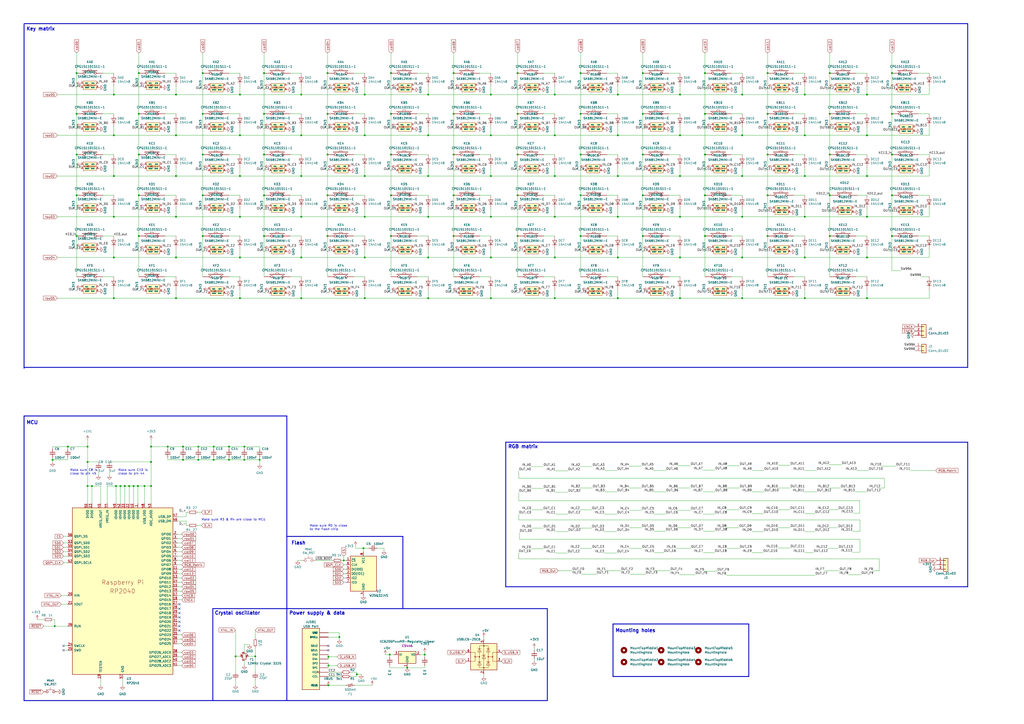
<source format=kicad_sch>
(kicad_sch (version 20230121) (generator eeschema)
  (paper "A2")
  (title_block (title "Wonderland keyboard") (date "2024-01-17") (rev "0.1") (company "Ciaanh"))
  (junction (at 150.622 266.7))
  (junction (at 50.8 281.94))
  (junction (at 199.39 325.12))
  (junction (at 196.85 369.57))
  (junction (at 394.462 78.486))
  (junction (at 248.412 54.864))
  (junction (at 66.04 102.108))
  (junction (at 139.192 102.108))
  (junction (at 321.818 149.352))
  (junction (at 466.852 172.974))
  (junction (at 408.94 42.418))
  (junction (at 211.582 149.352))
  (junction (at 263.144 66.04))
  (junction (at 174.752 172.974))
  (junction (at 408.94 89.662))
  (junction (at 189.992 66.04))
  (junction (at 139.192 172.974))
  (junction (at 394.462 54.864))
  (junction (at 394.462 149.352))
  (junction (at 87.63 281.94))
  (junction (at 102.108 54.864))
  (junction (at 211.582 78.486))
  (junction (at 430.53 54.864))
  (junction (at 115.062 266.7))
  (junction (at 115.062 259.08))
  (junction (at 248.412 125.73))
  (junction (at 248.412 102.108))
  (junction (at 123.952 266.7))
  (junction (at 102.108 102.108))
  (junction (at 248.412 172.974))
  (junction (at 358.394 54.864))
  (junction (at 481.33 136.906))
  (junction (at 207.01 391.16))
  (junction (at 226.822 89.662))
  (junction (at 336.804 136.906))
  (junction (at 189.992 42.418))
  (junction (at 66.04 125.73))
  (junction (at 132.842 259.08))
  (junction (at 517.398 42.418))
  (junction (at 148.082 380.746))
  (junction (at 174.752 102.108))
  (junction (at 102.108 172.974))
  (junction (at 123.952 259.08))
  (junction (at 211.582 102.108))
  (junction (at 502.92 54.864))
  (junction (at 517.398 113.284))
  (junction (at 481.33 42.418))
  (junction (at 132.842 266.7))
  (junction (at 139.192 125.73))
  (junction (at 336.804 89.662))
  (junction (at 210.82 318.008))
  (junction (at 263.144 42.418))
  (junction (at 445.262 113.284))
  (junction (at 336.804 66.04))
  (junction (at 189.992 113.284))
  (junction (at 226.822 136.906))
  (junction (at 50.8 267.97))
  (junction (at 445.262 89.662))
  (junction (at 31.75 363.22))
  (junction (at 80.518 89.662))
  (junction (at 44.45 89.662))
  (junction (at 83.82 281.94))
  (junction (at 226.06 379.73))
  (junction (at 211.582 125.73))
  (junction (at 153.162 66.04))
  (junction (at 190.5 386.08))
  (junction (at 263.144 136.906))
  (junction (at 211.582 172.974))
  (junction (at 226.822 66.04))
  (junction (at 139.192 78.486))
  (junction (at 394.462 102.108))
  (junction (at 358.394 78.486))
  (junction (at 153.162 136.906))
  (junction (at 248.412 78.486))
  (junction (at 466.852 125.73))
  (junction (at 481.33 113.284))
  (junction (at 372.872 113.284))
  (junction (at 372.872 66.04))
  (junction (at 284.734 102.108))
  (junction (at 284.734 125.73))
  (junction (at 284.734 172.974))
  (junction (at 97.282 259.08))
  (junction (at 300.228 113.284))
  (junction (at 517.398 89.662))
  (junction (at 80.518 42.418))
  (junction (at 174.752 149.352))
  (junction (at 466.852 78.486))
  (junction (at 44.45 42.418))
  (junction (at 44.45 66.04))
  (junction (at 139.192 149.352))
  (junction (at 517.398 66.04))
  (junction (at 139.192 54.864))
  (junction (at 174.752 125.73))
  (junction (at 50.8 259.08))
  (junction (at 358.394 102.108))
  (junction (at 80.518 66.04))
  (junction (at 248.412 149.352))
  (junction (at 87.63 267.97))
  (junction (at 69.85 281.94))
  (junction (at 174.752 78.486))
  (junction (at 77.47 281.94))
  (junction (at 372.872 136.906))
  (junction (at 466.852 149.352))
  (junction (at 246.38 379.73) (diameter 0.9144))
  (junction (at 174.752 54.864))
  (junction (at 284.734 149.352))
  (junction (at 136.652 380.746))
  (junction (at 117.602 42.418))
  (junction (at 336.804 42.418))
  (junction (at 80.518 113.284))
  (junction (at 66.04 78.486))
  (junction (at 263.144 89.662))
  (junction (at 300.228 42.418))
  (junction (at 445.262 42.418))
  (junction (at 30.48 266.7))
  (junction (at 211.582 54.864))
  (junction (at 190.5 397.51))
  (junction (at 502.92 125.73))
  (junction (at 502.92 149.352))
  (junction (at 408.94 66.04))
  (junction (at 153.162 42.418))
  (junction (at 321.818 54.864))
  (junction (at 394.462 172.974))
  (junction (at 358.394 172.974))
  (junction (at 72.39 281.94))
  (junction (at 445.262 136.906))
  (junction (at 66.04 149.352))
  (junction (at 106.172 259.08))
  (junction (at 430.53 172.974))
  (junction (at 408.94 136.906))
  (junction (at 466.852 102.108))
  (junction (at 67.31 281.94))
  (junction (at 66.04 172.974))
  (junction (at 372.872 89.662))
  (junction (at 263.144 113.284))
  (junction (at 502.92 78.486))
  (junction (at 53.34 281.94))
  (junction (at 502.92 172.974))
  (junction (at 358.394 125.73))
  (junction (at 102.108 125.73))
  (junction (at 106.172 266.7))
  (junction (at 430.53 125.73))
  (junction (at 481.33 66.04))
  (junction (at 87.63 259.08))
  (junction (at 321.818 102.108))
  (junction (at 189.992 136.906))
  (junction (at 300.228 136.906))
  (junction (at 284.734 54.864))
  (junction (at 430.53 149.352))
  (junction (at 284.734 78.486))
  (junction (at 74.93 281.94))
  (junction (at 300.228 66.04))
  (junction (at 141.732 266.7))
  (junction (at 117.602 113.284))
  (junction (at 153.162 89.662))
  (junction (at 236.22 387.35) (diameter 0.9144))
  (junction (at 430.53 78.486))
  (junction (at 102.108 149.352))
  (junction (at 141.732 259.08))
  (junction (at 321.818 172.974))
  (junction (at 321.818 78.486))
  (junction (at 321.818 125.73))
  (junction (at 445.262 66.04))
  (junction (at 517.398 136.906))
  (junction (at 39.37 259.08))
  (junction (at 66.04 54.864))
  (junction (at 153.162 113.284))
  (junction (at 408.94 113.284))
  (junction (at 80.518 136.906))
  (junction (at 226.822 42.418))
  (junction (at 102.108 78.486))
  (junction (at 358.394 149.352))
  (junction (at 336.804 113.284))
  (junction (at 226.822 113.284))
  (junction (at 117.602 89.662))
  (junction (at 466.852 54.864))
  (junction (at 190.5 381))
  (junction (at 117.602 66.04))
  (junction (at 44.45 113.284))
  (junction (at 502.92 102.108))
  (junction (at 394.462 125.73))
  (junction (at 481.33 89.662))
  (junction (at 189.992 89.662))
  (junction (at 117.602 136.906))
  (junction (at 372.872 42.418))
  (junction (at 300.228 89.662))
  (junction (at 44.45 136.906))
  (junction (at 430.53 102.108))
  (junction (at 80.01 281.94))
  (no_connect (at 36.83 374.65))
  (no_connect (at 104.14 358.14))
  (no_connect (at 104.14 350.52))
  (no_connect (at 36.83 377.19))
  (no_connect (at 104.14 360.68))
  (no_connect (at 104.14 355.6))
  (no_connect (at 104.14 353.06))
  (no_connect (at 104.14 365.76))
  (no_connect (at 190.5 377.19))
  (no_connect (at 104.14 363.22))
  (no_connect (at 190.5 374.65))
  (wire (pts (xy 36.83 311.15) (xy 39.37 311.15)))
  (polyline (pts (xy 434.34 361.95) (xy 434.34 392.43)) (stroke (width 0.5) (type solid)))
  (wire (pts (xy 139.192 102.108) (xy 174.752 102.108)))
  (wire (pts (xy 248.412 172.974) (xy 211.582 172.974)))
  (wire (pts (xy 352.044 42.418) (xy 358.394 42.418)))
  (wire (pts (xy 284.734 97.282) (xy 284.734 102.108)))
  (wire (pts (xy 502.92 50.038) (xy 502.92 54.864)))
  (wire (pts (xy 141.732 385.826) (xy 141.732 383.286)))
  (wire (pts (xy 300.99 324.231) (xy 510.032 324.231)))
  (wire (pts (xy 284.734 125.73) (xy 248.412 125.73)))
  (wire (pts (xy 321.818 73.66) (xy 321.818 78.486)))
  (wire (pts (xy 372.872 89.662) (xy 372.872 113.284)))
  (wire (pts (xy 372.872 66.04) (xy 372.872 89.662)))
  (wire (pts (xy 107.95 297.18) (xy 107.95 299.72)))
  (wire (pts (xy 394.462 54.864) (xy 430.53 54.864)))
  (wire (pts (xy 445.262 136.906) (xy 445.262 160.528)))
  (wire (pts (xy 430.53 97.282) (xy 430.53 102.108)))
  (wire (pts (xy 388.112 113.284) (xy 394.462 113.284)))
  (wire (pts (xy 105.41 386.08) (xy 102.87 386.08)))
  (wire (pts (xy 168.402 89.662) (xy 174.752 89.662)))
  (wire (pts (xy 203.2 392.43) (xy 207.01 392.43)))
  (wire (pts (xy 31.75 359.41) (xy 31.75 363.22)))
  (wire (pts (xy 284.734 120.904) (xy 284.734 125.73)))
  (wire (pts (xy 498.856 320.294) (xy 498.856 312.801)))
  (wire (pts (xy 74.93 281.94) (xy 74.93 292.1)))
  (wire (pts (xy 174.752 54.864) (xy 211.582 54.864)))
  (wire (pts (xy 105.41 320.04) (xy 102.87 320.04)))
  (wire (pts (xy 513.08 277.495) (xy 513.08 283.083)))
  (wire (pts (xy 35.56 350.52) (xy 39.37 350.52)))
  (wire (pts (xy 102.108 120.904) (xy 102.108 125.73)))
  (wire (pts (xy 481.33 113.284) (xy 481.33 136.906)))
  (wire (pts (xy 321.818 172.974) (xy 284.734 172.974)))
  (wire (pts (xy 517.398 89.662) (xy 517.525 89.662)))
  (wire (pts (xy 105.41 383.54) (xy 102.87 383.54)))
  (wire (pts (xy 66.04 120.904) (xy 66.04 125.73)))
  (wire (pts (xy 451.104 317.881) (xy 458.47 317.881)))
  (polyline (pts (xy 355.6 361.95) (xy 434.34 361.95)) (stroke (width 0.5) (type solid)))
  (wire (pts (xy 195.58 386.08) (xy 190.5 386.08)))
  (wire (pts (xy 408.94 136.906) (xy 408.94 160.528)))
  (wire (pts (xy 106.172 259.08) (xy 115.062 259.08)))
  (wire (pts (xy 115.062 259.08) (xy 115.062 260.35)))
  (wire (pts (xy 436.118 297.942) (xy 442.976 297.942)))
  (wire (pts (xy 116.84 304.8) (xy 114.3 304.8)))
  (wire (pts (xy 460.502 42.418) (xy 466.852 42.418)))
  (wire (pts (xy 189.992 42.418) (xy 189.992 66.04)))
  (polyline (pts (xy 13.97 241.3) (xy 166.37 241.3)) (stroke (width 0.5) (type solid)))
  (wire (pts (xy 350.774 285.369) (xy 357.886 285.369)))
  (wire (pts (xy 21.59 359.41) (xy 25.4 359.41)))
  (wire (pts (xy 481.33 136.906) (xy 481.33 160.528)))
  (wire (pts (xy 148.082 370.332) (xy 148.082 365.506)))
  (wire (pts (xy 322.326 298.196) (xy 329.438 298.196)))
  (wire (pts (xy 242.062 160.528) (xy 248.412 160.528)))
  (wire (pts (xy 117.602 42.418) (xy 117.602 66.04)))
  (wire (pts (xy 329.438 273.177) (xy 322.326 273.177)))
  (wire (pts (xy 80.518 30.734) (xy 80.518 42.418)))
  (wire (pts (xy 321.818 144.526) (xy 321.818 149.352)))
  (wire (pts (xy 139.192 54.864) (xy 174.752 54.864)))
  (wire (pts (xy 39.37 259.08) (xy 50.8 259.08)))
  (wire (pts (xy 148.082 380.746) (xy 148.082 375.412)))
  (wire (pts (xy 400.558 270.129) (xy 393.446 270.129)))
  (wire (pts (xy 517.398 89.662) (xy 517.398 113.284)))
  (wire (pts (xy 481.076 283.083) (xy 487.68 283.083)))
  (wire (pts (xy 226.822 30.734) (xy 226.822 42.418)))
  (wire (pts (xy 222.758 318.008) (xy 222.758 319.278)))
  (wire (pts (xy 211.582 73.66) (xy 211.582 78.486)))
  (wire (pts (xy 25.4 363.22) (xy 31.75 363.22)))
  (wire (pts (xy 532.638 113.284) (xy 538.988 113.284)))
  (polyline (pts (xy 561.34 13.716) (xy 561.34 213.106)) (stroke (width 0.5) (type solid)))
  (wire (pts (xy 132.842 259.08) (xy 141.732 259.08)))
  (wire (pts (xy 141.732 259.08) (xy 141.732 260.35)))
  (wire (pts (xy 123.952 259.08) (xy 132.842 259.08)))
  (wire (pts (xy 115.062 259.08) (xy 123.952 259.08)))
  (wire (pts (xy 226.822 136.906) (xy 226.822 160.528)))
  (wire (pts (xy 105.41 368.3) (xy 102.87 368.3)))
  (wire (pts (xy 300.228 89.662) (xy 300.228 113.284)))
  (wire (pts (xy 300.228 66.04) (xy 300.228 89.662)))
  (wire (pts (xy 321.818 78.486) (xy 284.734 78.486)))
  (wire (pts (xy 284.734 50.038) (xy 284.734 54.864)))
  (wire (pts (xy 481.33 66.04) (xy 481.33 89.662)))
  (wire (pts (xy 59.69 160.528) (xy 66.04 160.528)))
  (wire (pts (xy 517.398 30.861) (xy 517.398 42.418)))
  (wire (pts (xy 278.384 89.662) (xy 284.734 89.662)))
  (wire (pts (xy 421.513 295.656) (xy 428.879 295.656)))
  (wire (pts (xy 481.33 42.418) (xy 481.33 66.04)))
  (wire (pts (xy 510.032 324.231) (xy 510.032 331.089)))
  (wire (pts (xy 538.988 168.148) (xy 538.988 172.974)))
  (wire (pts (xy 102.87 302.26) (xy 107.95 302.26)))
  (wire (pts (xy 480.822 306.197) (xy 486.156 306.197)))
  (wire (pts (xy 31.75 363.22) (xy 39.37 363.22)))
  (polyline (pts (xy 355.6 392.43) (xy 355.6 361.95)) (stroke (width 0.5) (type solid)))
  (wire (pts (xy 248.412 149.352) (xy 284.734 149.352)))
  (wire (pts (xy 139.192 172.974) (xy 102.108 172.974)))
  (wire (pts (xy 226.822 89.662) (xy 226.822 113.284)))
  (wire (pts (xy 107.95 297.18) (xy 109.22 297.18)))
  (wire (pts (xy 102.108 50.038) (xy 102.108 54.864)))
  (wire (pts (xy 248.412 102.108) (xy 284.734 102.108)))
  (wire (pts (xy 408.94 42.418) (xy 408.94 66.04)))
  (wire (pts (xy 67.31 281.94) (xy 69.85 281.94)))
  (wire (pts (xy 117.602 89.662) (xy 117.602 113.284)))
  (wire (pts (xy 502.92 120.904) (xy 502.92 125.73)))
  (wire (pts (xy 532.638 42.418) (xy 538.988 42.418)))
  (wire (pts (xy 421.386 333.629) (xy 472.948 333.629)))
  (wire (pts (xy 87.63 281.94) (xy 87.63 292.1)))
  (wire (pts (xy 436.118 308.356) (xy 442.976 308.356)))
  (wire (pts (xy 211.582 120.904) (xy 211.582 125.73)))
  (wire (pts (xy 174.752 73.66) (xy 174.752 78.486)))
  (wire (pts (xy 141.732 373.888) (xy 141.732 378.206)))
  (wire (pts (xy 69.85 281.94) (xy 69.85 292.1)))
  (wire (pts (xy 393.319 283.083) (xy 400.558 283.083)))
  (wire (pts (xy 284.734 172.974) (xy 248.412 172.974)))
  (wire (pts (xy 394.462 78.486) (xy 358.394 78.486)))
  (wire (pts (xy 102.108 54.864) (xy 139.192 54.864)))
  (wire (pts (xy 322.326 308.356) (xy 329.565 308.356)))
  (wire (pts (xy 189.992 113.284) (xy 189.992 136.906)))
  (wire (pts (xy 445.262 42.418) (xy 445.262 66.04)))
  (wire (pts (xy 67.31 281.94) (xy 67.31 292.1)))
  (wire (pts (xy 105.41 373.38) (xy 102.87 373.38)))
  (wire (pts (xy 343.662 270.637) (xy 336.55 270.637)))
  (wire (pts (xy 466.852 172.974) (xy 430.53 172.974)))
  (wire (pts (xy 211.582 50.038) (xy 211.582 54.864)))
  (wire (pts (xy 209.55 391.16) (xy 207.01 391.16)))
  (wire (pts (xy 263.144 89.662) (xy 263.144 113.284)))
  (wire (pts (xy 174.752 97.282) (xy 174.752 102.108)))
  (wire (pts (xy 211.582 78.486) (xy 174.752 78.486)))
  (wire (pts (xy 498.729 297.688) (xy 494.792 297.688)))
  (wire (pts (xy 284.734 144.526) (xy 284.734 149.352)))
  (wire (pts (xy 50.8 267.97) (xy 57.15 267.97)))
  (wire (pts (xy 372.872 42.418) (xy 372.872 66.04)))
  (wire (pts (xy 278.384 66.04) (xy 284.734 66.04)))
  (wire (pts (xy 248.412 78.486) (xy 211.582 78.486)))
  (wire (pts (xy 408.559 331.343) (xy 416.052 331.343)))
  (wire (pts (xy 321.818 149.352) (xy 358.394 149.352)))
  (wire (pts (xy 199.39 332.74) (xy 200.66 332.74)))
  (wire (pts (xy 451.358 283.083) (xy 458.47 283.083)))
  (wire (pts (xy 195.58 381) (xy 190.5 381)))
  (wire (pts (xy 69.85 281.94) (xy 72.39 281.94)))
  (wire (pts (xy 144.272 380.746) (xy 148.082 380.746)))
  (wire (pts (xy 466.852 78.486) (xy 430.53 78.486)))
  (wire (pts (xy 538.988 97.282) (xy 538.988 102.108)))
  (wire (pts (xy 496.57 160.528) (xy 502.92 160.528)))
  (wire (pts (xy 300.99 273.177) (xy 300.99 277.495)))
  (wire (pts (xy 358.394 78.486) (xy 321.818 78.486)))
  (wire (pts (xy 308.229 306.324) (xy 315.214 306.324)))
  (wire (pts (xy 430.53 50.038) (xy 430.53 54.864)))
  (wire (pts (xy 153.162 42.418) (xy 153.162 66.04)))
  (wire (pts (xy 321.818 54.864) (xy 358.394 54.864)))
  (wire (pts (xy 466.852 168.148) (xy 466.852 172.974)))
  (wire (pts (xy 226.06 386.08) (xy 226.06 387.35)))
  (wire (pts (xy 105.41 327.66) (xy 102.87 327.66)))
  (wire (pts (xy 174.752 149.352) (xy 211.582 149.352)))
  (wire (pts (xy 336.423 306.324) (xy 343.281 306.324)))
  (wire (pts (xy 105.41 312.42) (xy 102.87 312.42)))
  (wire (pts (xy 205.232 89.662) (xy 211.582 89.662)))
  (wire (pts (xy 105.41 342.9) (xy 102.87 342.9)))
  (wire (pts (xy 105.41 309.88) (xy 102.87 309.88)))
  (wire (pts (xy 424.18 136.906) (xy 430.53 136.906)))
  (wire (pts (xy 445.262 30.734) (xy 445.262 42.418)))
  (wire (pts (xy 358.394 50.038) (xy 358.394 54.864)))
  (wire (pts (xy 517.398 113.284) (xy 517.398 136.906)))
  (wire (pts (xy 358.394 97.282) (xy 358.394 102.108)))
  (wire (pts (xy 496.57 136.906) (xy 502.92 136.906)))
  (wire (pts (xy 394.462 144.526) (xy 394.462 149.352)))
  (wire (pts (xy 174.752 78.486) (xy 139.192 78.486)))
  (wire (pts (xy 248.412 125.73) (xy 211.582 125.73)))
  (wire (pts (xy 513.08 283.083) (xy 510.794 283.083)))
  (wire (pts (xy 263.144 113.284) (xy 263.144 136.906)))
  (wire (pts (xy 466.852 78.486) (xy 502.92 78.486)))
  (wire (pts (xy 430.53 120.904) (xy 430.53 125.73)))
  (wire (pts (xy 421.767 283.083) (xy 429.006 283.083)))
  (wire (pts (xy 44.45 89.662) (xy 44.45 113.284)))
  (wire (pts (xy 308.229 283.337) (xy 315.214 283.337)))
  (wire (pts (xy 105.41 337.82) (xy 102.87 337.82)))
  (wire (pts (xy 502.92 125.73) (xy 538.988 125.73)))
  (wire (pts (xy 466.852 320.548) (xy 471.932 320.548)))
  (wire (pts (xy 300.99 277.495) (xy 513.08 277.495)))
  (wire (pts (xy 44.45 113.284) (xy 44.45 136.906)))
  (wire (pts (xy 168.402 66.04) (xy 174.752 66.04)))
  (wire (pts (xy 379.222 285.369) (xy 386.334 285.369)))
  (wire (pts (xy 473.71 272.923) (xy 466.598 272.923)))
  (wire (pts (xy 534.416 160.528) (xy 538.988 160.528)))
  (wire (pts (xy 36.83 322.58) (xy 39.37 322.58)))
  (wire (pts (xy 393.065 306.07) (xy 400.685 306.07)))
  (wire (pts (xy 445.262 113.284) (xy 445.262 136.906)))
  (wire (pts (xy 102.108 125.73) (xy 66.04 125.73)))
  (wire (pts (xy 102.108 78.486) (xy 66.04 78.486)))
  (wire (pts (xy 132.842 113.284) (xy 139.192 113.284)))
  (wire (pts (xy 36.83 317.5) (xy 39.37 317.5)))
  (wire (pts (xy 532.638 66.04) (xy 538.988 66.04)))
  (polyline (pts (xy 561.34 213.106) (xy 13.97 213.106)) (stroke (width 0.5) (type solid)))
  (polyline (pts (xy 166.37 241.3) (xy 166.37 406.4)) (stroke (width 0.5) (type solid)))
  (wire (pts (xy 102.108 102.108) (xy 139.192 102.108)))
  (wire (pts (xy 466.852 172.974) (xy 502.92 172.974)))
  (wire (pts (xy 153.162 136.906) (xy 153.162 160.528)))
  (wire (pts (xy 66.04 97.282) (xy 66.04 102.108)))
  (wire (pts (xy 30.48 265.43) (xy 30.48 266.7)))
  (wire (pts (xy 36.83 377.19) (xy 39.37 377.19)))
  (wire (pts (xy 80.518 42.418) (xy 80.518 65.786)))
  (wire (pts (xy 59.69 136.906) (xy 66.04 136.906)))
  (wire (pts (xy 321.818 97.282) (xy 321.818 102.108)))
  (wire (pts (xy 116.84 297.18) (xy 114.3 297.18)))
  (wire (pts (xy 372.11 270.383) (xy 364.998 270.383)))
  (wire (pts (xy 263.144 136.906) (xy 263.144 160.528)))
  (wire (pts (xy 424.18 89.662) (xy 430.53 89.662)))
  (wire (pts (xy 104.14 360.68) (xy 102.87 360.68)))
  (wire (pts (xy 35.56 345.44) (xy 39.37 345.44)))
  (wire (pts (xy 278.384 42.418) (xy 284.734 42.418)))
  (wire (pts (xy 394.208 333.375) (xy 403.352 333.375)))
  (wire (pts (xy 66.04 73.66) (xy 66.04 78.486)))
  (wire (pts (xy 153.162 66.04) (xy 153.162 89.662)))
  (wire (pts (xy 139.192 144.526) (xy 139.192 149.352)))
  (wire (pts (xy 139.192 78.486) (xy 102.108 78.486)))
  (wire (pts (xy 502.92 97.282) (xy 502.92 102.108)))
  (wire (pts (xy 466.852 297.942) (xy 472.694 297.942)))
  (wire (pts (xy 350.52 308.356) (xy 357.886 308.356)))
  (wire (pts (xy 364.998 318.135) (xy 372.364 318.135)))
  (wire (pts (xy 496.57 89.662) (xy 502.92 89.662)))
  (polyline (pts (xy 123.444 353.06) (xy 166.37 353.06)) (stroke (width 0.5) (type solid)))
  (wire (pts (xy 199.39 330.2) (xy 200.66 330.2)))
  (wire (pts (xy 117.602 30.734) (xy 117.602 42.418)))
  (wire (pts (xy 205.232 160.528) (xy 211.582 160.528)))
  (wire (pts (xy 502.666 285.369) (xy 495.935 285.369)))
  (wire (pts (xy 199.39 335.28) (xy 200.66 335.28)))
  (wire (pts (xy 308.229 295.783) (xy 315.087 295.783)))
  (wire (pts (xy 66.04 54.864) (xy 33.274 54.864)))
  (wire (pts (xy 226.822 113.284) (xy 226.822 136.906)))
  (wire (pts (xy 421.513 306.07) (xy 428.752 306.07)))
  (wire (pts (xy 502.92 144.526) (xy 502.92 149.352)))
  (polyline (pts (xy 293.37 256.54) (xy 561.34 256.54)) (stroke (width 0.5) (type solid)))
  (wire (pts (xy 379.73 331.089) (xy 388.874 331.089)))
  (wire (pts (xy 198.12 389.89) (xy 190.5 389.89)))
  (wire (pts (xy 284.734 149.352) (xy 321.818 149.352)))
  (wire (pts (xy 379.476 298.196) (xy 386.08 298.196)))
  (wire (pts (xy 50.8 255.27) (xy 50.8 259.08)))
  (wire (pts (xy 172.72 325.12) (xy 175.26 325.12)))
  (wire (pts (xy 394.462 149.352) (xy 430.53 149.352)))
  (wire (pts (xy 408.94 66.04) (xy 408.94 89.662)))
  (wire (pts (xy 321.818 50.038) (xy 321.818 54.864)))
  (wire (pts (xy 379.476 320.548) (xy 385.064 320.548)))
  (wire (pts (xy 148.082 397.256) (xy 148.082 394.716)))
  (wire (pts (xy 136.652 394.716) (xy 136.652 397.256)))
  (wire (pts (xy 104.14 353.06) (xy 102.87 353.06)))
  (wire (pts (xy 44.45 30.734) (xy 44.45 42.418)))
  (wire (pts (xy 278.384 136.906) (xy 284.734 136.906)))
  (wire (pts (xy 211.582 125.73) (xy 174.752 125.73)))
  (wire (pts (xy 421.64 318.135) (xy 429.006 318.135)))
  (wire (pts (xy 107.95 304.8) (xy 109.22 304.8)))
  (wire (pts (xy 117.602 136.906) (xy 117.602 160.528)))
  (wire (pts (xy 206.248 318.008) (xy 210.82 318.008)))
  (wire (pts (xy 211.582 168.148) (xy 211.582 172.974)))
  (polyline (pts (xy 317.5 406.4) (xy 166.37 406.4)) (stroke (width 0.5) (type solid)))
  (wire (pts (xy 496.57 66.04) (xy 502.92 66.04)))
  (wire (pts (xy 284.734 78.486) (xy 248.412 78.486)))
  (wire (pts (xy 466.598 285.369) (xy 473.837 285.369)))
  (wire (pts (xy 50.8 281.94) (xy 50.8 292.1)))
  (wire (pts (xy 517.398 42.418) (xy 517.398 66.04)))
  (wire (pts (xy 300.99 285.623) (xy 300.99 290.449)))
  (wire (pts (xy 394.462 50.038) (xy 394.462 54.864)))
  (wire (pts (xy 59.69 42.418) (xy 66.04 42.418)))
  (wire (pts (xy 350.52 298.196) (xy 357.886 298.196)))
  (wire (pts (xy 139.192 125.73) (xy 102.108 125.73)))
  (wire (pts (xy 352.044 160.528) (xy 358.394 160.528)))
  (wire (pts (xy 336.804 30.734) (xy 336.804 42.418)))
  (wire (pts (xy 436.118 285.369) (xy 443.357 285.369)))
  (wire (pts (xy 236.22 387.35) (xy 226.06 387.35)))
  (wire (pts (xy 132.842 266.7) (xy 123.952 266.7)))
  (polyline (pts (xy 317.5 353.06) (xy 317.5 406.4)) (stroke (width 0.5) (type solid)))
  (wire (pts (xy 315.214 270.637) (xy 308.102 270.637)))
  (wire (pts (xy 242.062 89.662) (xy 248.412 89.662)))
  (wire (pts (xy 66.04 78.486) (xy 33.274 78.486)))
  (wire (pts (xy 445.262 66.04) (xy 445.262 89.662)))
  (wire (pts (xy 321.818 120.904) (xy 321.818 125.73)))
  (wire (pts (xy 248.412 73.66) (xy 248.412 78.486)))
  (wire (pts (xy 315.468 89.662) (xy 321.818 89.662)))
  (wire (pts (xy 153.162 113.284) (xy 153.162 136.906)))
  (wire (pts (xy 80.518 89.662) (xy 80.518 113.284)))
  (wire (pts (xy 106.172 266.7) (xy 115.062 266.7)))
  (wire (pts (xy 115.062 266.7) (xy 115.062 265.43)))
  (wire (pts (xy 336.423 295.783) (xy 343.281 295.783)))
  (wire (pts (xy 414.782 272.669) (xy 407.67 272.669)))
  (polyline (pts (xy 13.97 13.716) (xy 561.34 13.716)) (stroke (width 0.5) (type solid)))
  (wire (pts (xy 117.602 113.284) (xy 117.602 136.906)))
  (polyline (pts (xy 123.444 406.4) (xy 123.444 353.06)) (stroke (width 0.5) (type solid)))
  (wire (pts (xy 300.99 301.625) (xy 300.99 298.196)))
  (wire (pts (xy 497.078 272.923) (xy 503.936 272.923)))
  (wire (pts (xy 199.39 327.66) (xy 200.66 327.66)))
  (wire (pts (xy 372.872 136.906) (xy 372.872 160.528)))
  (wire (pts (xy 466.852 308.356) (xy 472.694 308.356)))
  (wire (pts (xy 211.582 172.974) (xy 174.752 172.974)))
  (wire (pts (xy 104.14 355.6) (xy 102.87 355.6)))
  (wire (pts (xy 263.144 42.418) (xy 263.144 66.04)))
  (wire (pts (xy 478.282 331.089) (xy 486.918 331.089)))
  (wire (pts (xy 429.006 270.129) (xy 421.894 270.129)))
  (wire (pts (xy 80.01 281.94) (xy 83.82 281.94)))
  (wire (pts (xy 242.062 42.418) (xy 248.412 42.418)))
  (wire (pts (xy 542.798 272.923) (xy 528.066 272.923)))
  (wire (pts (xy 300.228 42.418) (xy 300.228 66.04)))
  (wire (pts (xy 104.14 358.14) (xy 102.87 358.14)))
  (wire (pts (xy 36.83 314.96) (xy 39.37 314.96)))
  (wire (pts (xy 278.384 113.284) (xy 284.734 113.284)))
  (wire (pts (xy 466.852 149.352) (xy 502.92 149.352)))
  (wire (pts (xy 223.52 379.73) (xy 226.06 379.73)))
  (wire (pts (xy 301.371 308.864) (xy 301.371 312.801)))
  (wire (pts (xy 123.952 259.08) (xy 123.952 260.35)))
  (wire (pts (xy 430.53 149.352) (xy 466.852 149.352)))
  (polyline (pts (xy 166.37 311.15) (xy 233.68 311.15)) (stroke (width 0.5) (type solid)))
  (wire (pts (xy 494.411 320.294) (xy 498.856 320.294)))
  (wire (pts (xy 460.502 160.528) (xy 466.852 160.528)))
  (wire (pts (xy 30.48 359.41) (xy 31.75 359.41)))
  (wire (pts (xy 58.42 397.51) (xy 58.42 393.7)))
  (wire (pts (xy 300.228 136.906) (xy 300.228 160.528)))
  (wire (pts (xy 105.41 330.2) (xy 102.87 330.2)))
  (wire (pts (xy 80.264 66.04) (xy 80.518 66.04)))
  (wire (pts (xy 284.734 102.108) (xy 321.818 102.108)))
  (wire (pts (xy 190.5 367.03) (xy 196.85 367.03)))
  (wire (pts (xy 392.176 318.135) (xy 400.812 318.135)))
  (wire (pts (xy 365.125 295.91) (xy 372.237 295.91)))
  (wire (pts (xy 66.04 149.352) (xy 102.108 149.352)))
  (wire (pts (xy 102.108 73.66) (xy 102.108 78.486)))
  (wire (pts (xy 337.312 333.121) (xy 346.075 333.121)))
  (wire (pts (xy 386.334 272.923) (xy 379.222 272.923)))
  (wire (pts (xy 123.952 265.43) (xy 123.952 266.7)))
  (wire (pts (xy 323.85 331.089) (xy 331.978 331.089)))
  (wire (pts (xy 50.8 281.94) (xy 53.34 281.94)))
  (wire (pts (xy 358.394 54.864) (xy 394.462 54.864)))
  (wire (pts (xy 322.326 320.802) (xy 329.184 320.802)))
  (wire (pts (xy 502.92 78.486) (xy 538.988 78.486)))
  (wire (pts (xy 205.74 397.51) (xy 215.9 397.51)))
  (wire (pts (xy 66.04 102.108) (xy 102.108 102.108)))
  (wire (pts (xy 496.57 42.418) (xy 502.92 42.418)))
  (wire (pts (xy 97.282 265.43) (xy 97.282 266.7)))
  (wire (pts (xy 394.462 102.108) (xy 430.53 102.108)))
  (wire (pts (xy 315.468 42.418) (xy 321.818 42.418)))
  (wire (pts (xy 66.04 172.974) (xy 33.274 172.974)))
  (wire (pts (xy 538.988 120.904) (xy 538.988 125.73)))
  (wire (pts (xy 190.5 369.57) (xy 196.85 369.57)))
  (wire (pts (xy 132.842 89.662) (xy 139.192 89.662)))
  (wire (pts (xy 107.95 299.72) (xy 102.87 299.72)))
  (wire (pts (xy 53.34 281.94) (xy 58.42 281.94)))
  (wire (pts (xy 104.14 363.22) (xy 102.87 363.22)))
  (wire (pts (xy 321.818 102.108) (xy 358.394 102.108)))
  (polyline (pts (xy 561.34 256.54) (xy 561.34 340.36)) (stroke (width 0.5) (type solid)))
  (wire (pts (xy 168.402 136.906) (xy 174.752 136.906)))
  (wire (pts (xy 117.602 66.04) (xy 117.602 89.662)))
  (wire (pts (xy 105.41 378.46) (xy 102.87 378.46)))
  (wire (pts (xy 132.842 42.418) (xy 139.192 42.418)))
  (wire (pts (xy 105.41 314.96) (xy 102.87 314.96)))
  (wire (pts (xy 492.252 333.375) (xy 499.618 333.375)))
  (wire (pts (xy 458.47 269.875) (xy 451.358 269.875)))
  (wire (pts (xy 300.228 113.284) (xy 300.228 136.906)))
  (wire (pts (xy 190.5 382.27) (xy 190.5 381)))
  (wire (pts (xy 379.476 308.102) (xy 386.08 308.102)))
  (wire (pts (xy 315.468 136.906) (xy 321.818 136.906)))
  (wire (pts (xy 30.48 266.7) (xy 39.37 266.7)))
  (wire (pts (xy 39.37 266.7) (xy 39.37 265.43)))
  (wire (pts (xy 141.732 259.08) (xy 150.622 259.08)))
  (wire (pts (xy 150.622 259.08) (xy 150.622 260.35)))
  (wire (pts (xy 36.83 320.04) (xy 39.37 320.04)))
  (wire (pts (xy 364.871 283.083) (xy 372.11 283.083)))
  (wire (pts (xy 388.112 42.418) (xy 394.462 42.418)))
  (wire (pts (xy 53.34 281.94) (xy 53.34 292.1)))
  (wire (pts (xy 36.83 374.65) (xy 39.37 374.65)))
  (wire (pts (xy 315.468 113.284) (xy 321.818 113.284)))
  (wire (pts (xy 352.044 113.284) (xy 358.394 113.284)))
  (polyline (pts (xy 233.68 311.15) (xy 233.68 353.06)) (stroke (width 0.5) (type solid)))
  (wire (pts (xy 393.065 295.91) (xy 400.685 295.91)))
  (wire (pts (xy 321.818 125.73) (xy 284.734 125.73)))
  (wire (pts (xy 44.45 42.418) (xy 44.45 66.04)))
  (polyline (pts (xy 293.37 340.36) (xy 293.37 256.54)) (stroke (width 0.5) (type solid)))
  (wire (pts (xy 394.462 125.73) (xy 358.394 125.73)))
  (wire (pts (xy 336.55 283.083) (xy 343.789 283.083)))
  (wire (pts (xy 87.63 267.97) (xy 63.5 267.97)))
  (wire (pts (xy 436.118 320.548) (xy 442.722 320.548)))
  (wire (pts (xy 430.53 144.526) (xy 430.53 149.352)))
  (wire (pts (xy 72.39 281.94) (xy 72.39 292.1)))
  (wire (pts (xy 497.459 113.284) (xy 502.92 113.284)))
  (wire (pts (xy 44.45 136.906) (xy 44.45 160.528)))
  (wire (pts (xy 248.412 50.038) (xy 248.412 54.864)))
  (wire (pts (xy 150.622 269.24) (xy 150.622 266.7)))
  (wire (pts (xy 466.852 120.904) (xy 466.852 125.73)))
  (wire (pts (xy 148.082 389.636) (xy 148.082 380.746)))
  (wire (pts (xy 77.47 281.94) (xy 77.47 292.1)))
  (wire (pts (xy 511.302 270.383) (xy 519.684 270.383)))
  (wire (pts (xy 36.83 326.39) (xy 39.37 326.39)))
  (wire (pts (xy 139.192 120.904) (xy 139.192 125.73)))
  (wire (pts (xy 80.518 65.786) (xy 80.264 65.786)))
  (wire (pts (xy 538.988 73.66) (xy 538.988 78.486)))
  (wire (pts (xy 80.518 136.906) (xy 80.518 160.528)))
  (wire (pts (xy 300.863 323.85) (xy 300.863 320.675)))
  (wire (pts (xy 189.992 89.662) (xy 189.992 113.284)))
  (wire (pts (xy 246.38 379.73) (xy 246.38 381)))
  (wire (pts (xy 105.41 347.98) (xy 102.87 347.98)))
  (wire (pts (xy 246.38 378.46) (xy 246.38 379.73)))
  (wire (pts (xy 248.412 120.904) (xy 248.412 125.73)))
  (wire (pts (xy 87.63 259.08) (xy 97.282 259.08)))
  (wire (pts (xy 139.192 50.038) (xy 139.192 54.864)))
  (wire (pts (xy 502.92 54.864) (xy 538.988 54.864)))
  (wire (pts (xy 97.282 259.08) (xy 97.282 260.35)))
  (wire (pts (xy 207.01 391.16) (xy 207.01 389.89)))
  (wire (pts (xy 388.112 136.906) (xy 394.462 136.906)))
  (wire (pts (xy 466.852 73.66) (xy 466.852 78.486)))
  (wire (pts (xy 66.04 125.73) (xy 33.274 125.73)))
  (wire (pts (xy 199.39 325.12) (xy 200.66 325.12)))
  (wire (pts (xy 105.41 325.12) (xy 102.87 325.12)))
  (wire (pts (xy 300.99 323.85) (xy 300.99 324.231)))
  (wire (pts (xy 105.41 322.58) (xy 102.87 322.58)))
  (wire (pts (xy 106.172 266.7) (xy 106.172 265.43)))
  (wire (pts (xy 394.462 168.148) (xy 394.462 172.974)))
  (wire (pts (xy 95.758 89.662) (xy 102.108 89.662)))
  (wire (pts (xy 430.53 78.486) (xy 394.462 78.486)))
  (wire (pts (xy 424.18 42.418) (xy 430.53 42.418)))
  (wire (pts (xy 153.162 30.734) (xy 153.162 42.418)))
  (polyline (pts (xy 561.34 340.36) (xy 293.37 340.36)) (stroke (width 0.5) (type solid)))
  (wire (pts (xy 451.231 306.07) (xy 458.47 306.07)))
  (wire (pts (xy 308.102 318.389) (xy 315.214 318.389)))
  (wire (pts (xy 132.842 259.08) (xy 132.842 260.35)))
  (wire (pts (xy 388.112 89.662) (xy 394.462 89.662)))
  (wire (pts (xy 44.45 66.04) (xy 44.45 89.662)))
  (wire (pts (xy 63.5 275.59) (xy 63.5 273.05)))
  (wire (pts (xy 394.462 97.282) (xy 394.462 102.108)))
  (wire (pts (xy 502.92 168.148) (xy 502.92 172.974)))
  (wire (pts (xy 430.53 73.66) (xy 430.53 78.486)))
  (wire (pts (xy 205.232 113.284) (xy 211.582 113.284)))
  (wire (pts (xy 57.15 275.59) (xy 57.15 273.05)))
  (wire (pts (xy 199.39 322.58) (xy 199.39 325.12)))
  (wire (pts (xy 451.231 295.656) (xy 458.343 295.656)))
  (wire (pts (xy 189.992 136.906) (xy 189.992 160.528)))
  (wire (pts (xy 66.04 168.148) (xy 66.04 172.974)))
  (wire (pts (xy 106.172 259.08) (xy 106.172 260.35)))
  (wire (pts (xy 466.852 50.038) (xy 466.852 54.864)))
  (wire (pts (xy 95.758 160.528) (xy 102.108 160.528)))
  (polyline (pts (xy 13.97 213.614) (xy 13.97 14.224)) (stroke (width 0.5) (type solid)))
  (wire (pts (xy 248.412 97.282) (xy 248.412 102.108)))
  (wire (pts (xy 280.67 392.43) (xy 280.67 391.16)))
  (wire (pts (xy 136.652 380.746) (xy 136.652 365.506)))
  (wire (pts (xy 538.988 144.526) (xy 538.988 149.352)))
  (wire (pts (xy 174.752 144.526) (xy 174.752 149.352)))
  (wire (pts (xy 460.502 66.04) (xy 466.852 66.04)))
  (wire (pts (xy 443.23 272.923) (xy 436.118 272.923)))
  (wire (pts (xy 174.752 172.974) (xy 139.192 172.974)))
  (wire (pts (xy 132.842 266.7) (xy 141.732 266.7)))
  (wire (pts (xy 141.732 266.7) (xy 141.732 265.43)))
  (wire (pts (xy 115.062 266.7) (xy 123.952 266.7)))
  (wire (pts (xy 207.01 389.89) (xy 203.2 389.89)))
  (wire (pts (xy 424.18 66.04) (xy 430.53 66.04)))
  (wire (pts (xy 358.394 144.526) (xy 358.394 149.352)))
  (wire (pts (xy 280.67 369.57) (xy 280.67 370.84)))
  (wire (pts (xy 105.41 332.74) (xy 102.87 332.74)))
  (wire (pts (xy 430.53 102.108) (xy 466.852 102.108)))
  (wire (pts (xy 445.262 89.662) (xy 445.262 113.284)))
  (wire (pts (xy 144.78 373.888) (xy 141.732 373.888)))
  (wire (pts (xy 87.63 255.27) (xy 87.63 259.08)))
  (wire (pts (xy 336.804 42.418) (xy 336.804 66.04)))
  (wire (pts (xy 301.371 312.801) (xy 498.856 312.801)))
  (wire (pts (xy 430.53 125.73) (xy 394.462 125.73)))
  (wire (pts (xy 481.076 269.621) (xy 488.188 269.621)))
  (wire (pts (xy 39.37 259.08) (xy 39.37 260.35)))
  (wire (pts (xy 460.502 89.662) (xy 466.852 89.662)))
  (wire (pts (xy 322.199 285.623) (xy 329.565 285.623)))
  (wire (pts (xy 408.94 30.734) (xy 408.94 42.418)))
  (wire (pts (xy 83.82 281.94) (xy 87.63 281.94)))
  (wire (pts (xy 139.192 380.746) (xy 136.652 380.746)))
  (wire (pts (xy 315.468 160.528) (xy 321.818 160.528)))
  (wire (pts (xy 174.752 50.038) (xy 174.752 54.864)))
  (wire (pts (xy 132.842 265.43) (xy 132.842 266.7)))
  (wire (pts (xy 83.82 281.94) (xy 83.82 292.1)))
  (wire (pts (xy 284.734 54.864) (xy 321.818 54.864)))
  (wire (pts (xy 182.88 325.12) (xy 193.04 325.12)))
  (wire (pts (xy 430.53 54.864) (xy 466.852 54.864)))
  (wire (pts (xy 394.462 120.904) (xy 394.462 125.73)))
  (wire (pts (xy 72.39 281.94) (xy 74.93 281.94)))
  (wire (pts (xy 430.53 172.974) (xy 394.462 172.974)))
  (wire (pts (xy 198.12 392.43) (xy 190.5 392.43)))
  (wire (pts (xy 50.8 259.08) (xy 50.8 267.97)))
  (wire (pts (xy 351.536 331.089) (xy 360.172 331.089)))
  (wire (pts (xy 87.63 259.08) (xy 87.63 267.97)))
  (wire (pts (xy 30.48 259.08) (xy 30.48 260.35)))
  (wire (pts (xy 50.8 267.97) (xy 50.8 281.94)))
  (wire (pts (xy 358.394 125.73) (xy 321.818 125.73)))
  (wire (pts (xy 309.88 382.27) (xy 309.88 383.54)))
  (wire (pts (xy 105.41 317.5) (xy 102.87 317.5)))
  (wire (pts (xy 498.856 308.229) (xy 494.538 308.229)))
  (wire (pts (xy 407.924 320.548) (xy 414.528 320.548)))
  (wire (pts (xy 424.18 160.528) (xy 430.53 160.528)))
  (wire (pts (xy 139.192 168.148) (xy 139.192 172.974)))
  (wire (pts (xy 502.92 172.974) (xy 538.988 172.974)))
  (wire (pts (xy 517.398 136.906) (xy 517.398 156.972)))
  (wire (pts (xy 352.044 66.04) (xy 358.394 66.04)))
  (wire (pts (xy 460.502 136.906) (xy 466.852 136.906)))
  (wire (pts (xy 246.38 386.08) (xy 246.38 387.35)))
  (wire (pts (xy 510.032 331.089) (xy 506.476 331.089)))
  (wire (pts (xy 132.842 66.04) (xy 139.192 66.04)))
  (wire (pts (xy 236.22 387.35) (xy 246.38 387.35)))
  (wire (pts (xy 59.69 89.662) (xy 66.04 89.662)))
  (wire (pts (xy 315.468 66.04) (xy 321.818 66.04)))
  (wire (pts (xy 95.758 42.418) (xy 102.108 42.418)))
  (polyline (pts (xy 166.37 353.06) (xy 317.5 353.06)) (stroke (width 0.5) (type solid)))
  (wire (pts (xy 105.41 345.44) (xy 102.87 345.44)))
  (wire (pts (xy 226.822 66.04) (xy 226.822 89.662)))
  (wire (pts (xy 66.04 54.864) (xy 102.108 54.864)))
  (wire (pts (xy 226.822 42.418) (xy 226.822 66.04)))
  (wire (pts (xy 365.506 333.121) (xy 374.396 333.121)))
  (wire (pts (xy 352.044 89.662) (xy 358.394 89.662)))
  (wire (pts (xy 132.842 160.528) (xy 139.192 160.528)))
  (wire (pts (xy 408.94 89.662) (xy 408.94 113.284)))
  (wire (pts (xy 358.394 172.974) (xy 321.818 172.974)))
  (wire (pts (xy 102.108 172.974) (xy 66.04 172.974)))
  (wire (pts (xy 394.462 172.974) (xy 358.394 172.974)))
  (wire (pts (xy 466.852 97.282) (xy 466.852 102.108)))
  (wire (pts (xy 150.622 266.7) (xy 150.622 265.43)))
  (wire (pts (xy 168.402 160.528) (xy 174.752 160.528)))
  (wire (pts (xy 388.112 160.528) (xy 394.462 160.528)))
  (wire (pts (xy 207.01 392.43) (xy 207.01 391.16)))
  (wire (pts (xy 153.162 89.662) (xy 153.162 113.284)))
  (wire (pts (xy 532.765 89.662) (xy 538.988 89.662)))
  (wire (pts (xy 394.462 73.66) (xy 394.462 78.486)))
  (wire (pts (xy 190.5 397.51) (xy 200.66 397.51)))
  (wire (pts (xy 190.5 398.018) (xy 190.5 397.51)))
  (wire (pts (xy 498.729 290.449) (xy 498.729 297.688)))
  (wire (pts (xy 407.67 285.369) (xy 414.782 285.369)))
  (wire (pts (xy 430.53 168.148) (xy 430.53 172.974)))
  (wire (pts (xy 248.412 144.526) (xy 248.412 149.352)))
  (wire (pts (xy 407.924 298.196) (xy 414.528 298.196)))
  (wire (pts (xy 517.398 156.972) (xy 522.478 156.972)))
  (wire (pts (xy 481.33 113.284) (xy 482.219 113.284)))
  (wire (pts (xy 198.12 325.12) (xy 199.39 325.12)))
  (wire (pts (xy 336.804 136.906) (xy 336.804 160.528)))
  (wire (pts (xy 174.752 120.904) (xy 174.752 125.73)))
  (wire (pts (xy 211.582 54.864) (xy 248.412 54.864)))
  (wire (pts (xy 174.752 102.108) (xy 211.582 102.108)))
  (polyline (pts (xy 13.97 406.4) (xy 13.97 241.3)) (stroke (width 0.5) (type solid)))
  (wire (pts (xy 190.5 386.08) (xy 190.5 384.81)))
  (wire (pts (xy 199.39 337.82) (xy 200.66 337.82)))
  (wire (pts (xy 388.112 66.04) (xy 394.462 66.04)))
  (wire (pts (xy 80.518 66.04) (xy 80.518 89.662)))
  (wire (pts (xy 218.948 318.008) (xy 222.758 318.008)))
  (wire (pts (xy 407.924 308.102) (xy 414.655 308.102)))
  (wire (pts (xy 321.818 168.148) (xy 321.818 172.974)))
  (wire (pts (xy 107.95 302.26) (xy 107.95 304.8)))
  (polyline (pts (xy 434.34 392.43) (xy 355.6 392.43)) (stroke (width 0.5) (type solid)))
  (wire (pts (xy 460.502 113.284) (xy 466.852 113.284)))
  (wire (pts (xy 210.82 318.008) (xy 213.868 318.008)))
  (wire (pts (xy 80.264 65.786) (xy 80.264 66.04)))
  (wire (pts (xy 105.41 335.28) (xy 102.87 335.28)))
  (wire (pts (xy 481.33 89.662) (xy 481.33 113.284)))
  (wire (pts (xy 80.01 281.94) (xy 80.01 292.1)))
  (wire (pts (xy 105.41 340.36) (xy 102.87 340.36)))
  (wire (pts (xy 71.12 397.51) (xy 71.12 393.7)))
  (wire (pts (xy 174.752 168.148) (xy 174.752 172.974)))
  (wire (pts (xy 95.758 136.906) (xy 102.108 136.906)))
  (wire (pts (xy 30.48 267.97) (xy 30.48 266.7)))
  (wire (pts (xy 300.99 323.85) (xy 300.863 323.85)))
  (wire (pts (xy 80.518 113.284) (xy 80.518 136.906)))
  (wire (pts (xy 104.14 350.52) (xy 102.87 350.52)))
  (wire (pts (xy 190.5 381) (xy 190.5 379.73)))
  (wire (pts (xy 300.228 30.734) (xy 300.228 42.418)))
  (wire (pts (xy 95.758 113.284) (xy 102.108 113.284)))
  (wire (pts (xy 481.33 30.734) (xy 481.33 42.418)))
  (wire (pts (xy 263.144 66.04) (xy 263.144 89.662)))
  (wire (pts (xy 205.232 66.04) (xy 211.582 66.04)))
  (wire (pts (xy 66.04 149.352) (xy 33.274 149.352)))
  (wire (pts (xy 102.108 149.352) (xy 139.192 149.352)))
  (wire (pts (xy 226.06 379.73) (xy 226.06 381)))
  (wire (pts (xy 102.108 97.282) (xy 102.108 102.108)))
  (wire (pts (xy 336.804 66.04) (xy 336.804 89.662)))
  (wire (pts (xy 336.296 318.135) (xy 343.408 318.135)))
  (wire (pts (xy 300.99 301.625) (xy 498.856 301.625)))
  (wire (pts (xy 196.85 370.84) (xy 196.85 369.57)))
  (wire (pts (xy 358.394 120.904) (xy 358.394 125.73)))
  (wire (pts (xy 243.84 379.73) (xy 246.38 379.73)))
  (wire (pts (xy 466.852 125.73) (xy 430.53 125.73)))
  (wire (pts (xy 284.734 168.148) (xy 284.734 172.974)))
  (wire (pts (xy 189.992 30.734) (xy 189.992 42.418)))
  (wire (pts (xy 97.282 259.08) (xy 106.172 259.08)))
  (wire (pts (xy 350.52 320.802) (xy 357.886 320.802)))
  (wire (pts (xy 66.04 144.526) (xy 66.04 149.352)))
  (wire (pts (xy 372.872 30.734) (xy 372.872 42.418)))
  (wire (pts (xy 132.842 136.906) (xy 139.192 136.906)))
  (wire (pts (xy 466.852 54.864) (xy 502.92 54.864)))
  (wire (pts (xy 102.108 168.148) (xy 102.108 172.974)))
  (wire (pts (xy 502.92 102.108) (xy 538.988 102.108)))
  (wire (pts (xy 190.5 387.35) (xy 190.5 386.08)))
  (wire (pts (xy 248.412 54.864) (xy 284.734 54.864)))
  (wire (pts (xy 105.41 370.84) (xy 102.87 370.84)))
  (wire (pts (xy 211.582 102.108) (xy 248.412 102.108)))
  (wire (pts (xy 480.949 295.656) (xy 486.283 295.656)))
  (wire (pts (xy 87.63 267.97) (xy 87.63 281.94)))
  (wire (pts (xy 424.18 113.284) (xy 430.53 113.284)))
  (wire (pts (xy 62.23 281.94) (xy 62.23 292.1)))
  (wire (pts (xy 538.988 50.038) (xy 538.988 54.864)))
  (wire (pts (xy 210.82 318.008) (xy 210.82 320.04)))
  (wire (pts (xy 102.108 144.526) (xy 102.108 149.352)))
  (wire (pts (xy 206.248 318.008) (xy 206.248 316.738)))
  (wire (pts (xy 466.852 125.73) (xy 502.92 125.73)))
  (wire (pts (xy 62.23 281.94) (xy 67.31 281.94)))
  (wire (pts (xy 358.394 168.148) (xy 358.394 172.974)))
  (wire (pts (xy 408.94 113.284) (xy 408.94 136.906)))
  (wire (pts (xy 139.192 73.66) (xy 139.192 78.486)))
  (wire (pts (xy 242.062 113.284) (xy 248.412 113.284)))
  (wire (pts (xy 59.69 66.04) (xy 66.04 66.04)))
  (wire (pts (xy 66.04 102.108) (xy 33.274 102.108)))
  (wire (pts (xy 139.192 149.352) (xy 174.752 149.352)))
  (wire (pts (xy 498.856 301.625) (xy 498.856 308.229)))
  (wire (pts (xy 196.85 367.03) (xy 196.85 369.57)))
  (wire (pts (xy 174.752 125.73) (xy 139.192 125.73)))
  (wire (pts (xy 30.48 259.08) (xy 39.37 259.08)))
  (wire (pts (xy 139.192 97.282) (xy 139.192 102.108)))
  (wire (pts (xy 242.062 136.906) (xy 248.412 136.906)))
  (wire (pts (xy 358.394 73.66) (xy 358.394 78.486)))
  (wire (pts (xy 95.758 66.04) (xy 102.108 66.04)))
  (wire (pts (xy 309.88 377.19) (xy 309.88 375.92)))
  (wire (pts (xy 466.852 102.108) (xy 502.92 102.108)))
  (wire (pts (xy 59.69 113.284) (xy 66.04 113.284)))
  (wire (pts (xy 248.412 168.148) (xy 248.412 172.974)))
  (wire (pts (xy 480.06 318.135) (xy 486.41 318.135)))
  (wire (pts (xy 168.402 113.284) (xy 174.752 113.284)))
  (wire (pts (xy 358.394 149.352) (xy 394.462 149.352)))
  (wire (pts (xy 336.804 89.662) (xy 336.804 113.284)))
  (wire (pts (xy 502.92 149.352) (xy 538.988 149.352)))
  (wire (pts (xy 105.41 381) (xy 102.87 381)))
  (wire (pts (xy 284.734 73.66) (xy 284.734 78.486)))
  (wire (pts (xy 358.394 102.108) (xy 394.462 102.108)))
  (wire (pts (xy 58.42 281.94) (xy 58.42 292.1)))
  (wire (pts (xy 205.232 136.906) (xy 211.582 136.906)))
  (wire (pts (xy 77.47 281.94) (xy 80.01 281.94)))
  (wire (pts (xy 205.232 42.418) (xy 211.582 42.418)))
  (wire (pts (xy 211.582 97.282) (xy 211.582 102.108)))
  (wire (pts (xy 97.282 266.7) (xy 106.172 266.7)))
  (wire (pts (xy 104.14 365.76) (xy 102.87 365.76)))
  (wire (pts (xy 357.886 272.923) (xy 350.774 272.923)))
  (wire (pts (xy 242.062 66.04) (xy 248.412 66.04)))
  (wire (pts (xy 502.92 73.66) (xy 502.92 78.486)))
  (wire (pts (xy 300.99 290.449) (xy 498.729 290.449)))
  (wire (pts (xy 532.638 136.906) (xy 538.988 136.906)))
  (wire (pts (xy 211.582 144.526) (xy 211.582 149.352)))
  (wire (pts (xy 74.93 281.94) (xy 77.47 281.94)))
  (wire (pts (xy 352.044 136.906) (xy 358.394 136.906)))
  (wire (pts (xy 278.384 160.528) (xy 284.734 160.528)))
  (wire (pts (xy 66.04 50.038) (xy 66.04 54.864)))
  (wire (pts (xy 141.732 266.7) (xy 150.622 266.7)))
  (wire (pts (xy 372.872 113.284) (xy 372.872 136.906)))
  (wire (pts (xy 466.852 144.526) (xy 466.852 149.352)))
  (wire (pts (xy 263.144 30.734) (xy 263.144 42.418)))
  (wire (pts (xy 136.652 389.636) (xy 136.652 380.746)))
  (wire (pts (xy 336.804 113.284) (xy 336.804 136.906)))
  (wire (pts (xy 517.398 66.04) (xy 517.398 89.662)))
  (wire (pts (xy 189.992 66.04) (xy 189.992 89.662)))
  (wire (pts (xy 226.06 379.73) (xy 228.6 379.73)))
  (wire (pts (xy 365.125 306.07) (xy 372.237 306.07)))
  (polyline (pts (xy 166.37 406.4) (xy 13.97 406.4)) (stroke (width 0.5) (type solid)))
  (wire (pts (xy 211.582 149.352) (xy 248.412 149.352)))
  (wire (pts (xy 168.402 42.418) (xy 174.752 42.418)))
  (text "Make sure R3 & R4 are close to MCU" (at 116.84 302.26 0) (effects (font (size 1.27 1.27)) (justify left bottom)))
  (text "Flash" (at 168.91 316.23 0) (effects (font (size 2 2) (thickness 0.4) bold) (justify left bottom)))
  (text "Key matrix" (at 15.24 18.034 0) (effects (font (size 2 2) (thickness 0.4) bold) (justify left bottom)))
  (text "MCU" (at 15.24 246.38 0) (effects (font (size 2 2) (thickness 0.4) bold) (justify left bottom)))
  (text "Make sure C8 is \nclose to pin 45" (at 40.64 275.59 0) (effects (font (size 1.27 1.27)) (justify left bottom)))
  (text "Make sure C10 is\nclose to pin 44" (at 68.58 275.59 0) (effects (font (size 1.27 1.27)) (justify left bottom)))
  (text "Crystal oscillator" (at 124.46 356.87 0) (effects (font (size 2 2) (thickness 0.4) bold) (justify left bottom)))
  (text "Mounting holes" (at 356.87 367.03 0) (effects (font (size 2 2) (thickness 0.4) bold) (justify left bottom)))
  (text "Make sure R0 is close\nto the flash chip" (at 179.578 307.848 0) (effects (font (size 1.27 1.27)) (justify left bottom)))
  (text "Power supply & data" (at 167.64 356.87 0) (effects (font (size 2 2) (thickness 0.4) bold) (justify left bottom)))
  (text "RGB matrix" (at 294.64 260.35 0) (effects (font (size 2 2) (thickness 0.4) bold) (justify left bottom)))
  (label "OUT_A13" (at 488.188 269.621 0))
  (label "OUT_A12" (at 473.71 272.923 0))
  (label "OUT_E7" (at 303.53 146.05 180))
  (label "OUT_F1" (at 346.075 333.121 0))
  (label "IN_E13" (at 530.86 143.51 0))
  (label "IN_B2" (at 130.81 72.39 0))
  (label "OUT_E5" (at 229.87 146.05 180))
  (label "OUT_C12" (at 472.694 297.942 0))
  (label "IN_B8" (at 421.767 283.083 180))
  (label "OUT_A10" (at 443.23 272.923 0))
  (label "OUT_F11" (at 519.684 270.383 0))
  (label "IN_E11" (at 466.852 320.548 180))
  (label "IN_A3" (at 166.37 49.53 0))
  (label "IN_A13" (at 529.59 49.53 0))
  (label "IN_E13" (at 494.411 320.294 180))
  (label "IN_A11" (at 466.598 272.923 180))
  (label "IN_D8" (at 421.513 306.07 180))
  (label "OUT_B5" (at 372.11 283.083 0))
  (label "CC1" (at 190.5 392.43 0))
  (label "IN_E3" (at 166.37 143.51 0))
  (label "OUT_C8" (at 339.09 99.06 180))
  (label "IN_A8" (at 350.52 49.53 0))
  (label "OUT_D0" (at 301.371 308.864 0))
  (label "OUT_B3" (at 343.789 283.083 0))
  (label "IN_A12" (at 494.03 49.53 0))
  (label "OUT_C13" (at 520.7 99.06 180))
  (label "OUT_D7" (at 400.685 306.07 0))
  (label "IN_F2" (at 365.506 333.121 180))
  (label "IN_D12" (at 495.3 120.65 0))
  (label "IN_F11" (at 458.47 167.64 0))
  (label "IN_A1" (at 322.326 273.177 180))
  (label "OUT_B12" (at 483.87 74.93 180))
  (label "SW99A" (at 530.86 200.914 180))
  (label "IN_A11" (at 458.47 49.53 0))
  (label "OUT_A5" (at 372.11 270.383 0))
  (label "IN_D5" (at 240.03 119.38 0))
  (label "OUT_C0" (at 300.99 298.196 0))
  (label "IN_E7" (at 313.69 143.51 0))
  (label "IN_C11" (at 466.852 297.942 180))
  (label "IN_E1" (at 93.98 143.51 0))
  (label "IN_C1" (at 322.326 298.196 180))
  (label "IN_B12" (at 494.03 72.39 0))
  (label "OUT_F0" (at 331.978 331.089 0))
  (label "IN_E10" (at 422.91 143.51 0))
  (label "IN_D13" (at 494.538 308.229 180))
  (label "OUT_D8" (at 414.655 308.102 0))
  (label "OUT_C0" (at 46.99 97.79 180))
  (label "IN_E4" (at 364.998 318.135 180))
  (label "IN_E5" (at 240.03 143.51 0))
  (label "OUT_B13" (at 520.7 76.2 180))
  (label "KD12_in" (at 481.33 113.284 180))
  (label "OUT_D13" (at 486.156 306.197 0))
  (label "IN_B11" (at 458.47 72.39 0))
  (label "IN_C2" (at 336.423 295.783 180))
  (label "OUT_B11" (at 458.47 283.083 0))
  (label "IN_E9" (at 386.08 143.51 0))
  (label "OUT_D11" (at 458.47 306.07 0))
  (label "IN_A4" (at 203.2 49.53 0))
  (label "IN_D7" (at 407.924 308.102 180))
  (label "IN_A10" (at 451.358 269.875 180))
  (label "IN_A5" (at 240.03 49.53 0))
  (label "IN_C6" (at 393.065 295.91 180))
  (label "IN_F11" (at 528.066 272.923 180))
  (label "OUT_B1" (at 83.82 74.93 180))
  (label "OUT_F3" (at 374.396 333.121 0))
  (label "IN_F0" (at 57.15 166.37 0))
  (label "OUT_D11" (at 448.31 123.19 180))
  (label "OUT_D8" (at 340.36 121.92 180))
  (label "KE0_out" (at 66.04 136.906 0))
  (label "OUT_E10" (at 412.75 146.05 180))
  (label "IN_D6" (at 393.065 306.07 180))
  (label "IN_E12" (at 494.03 143.51 0))
  (label "IN_F3" (at 166.37 167.64 0))
  (label "OUT_B4" (at 357.886 285.369 0))
  (label "IN_A6" (at 393.446 270.129 180))
  (label "IN_C5" (at 240.03 96.52 0))
  (label "IN_D2" (at 336.423 306.324 180))
  (label "IN_B1" (at 93.98 72.39 0))
  (label "OUT_E13" (at 520.7 146.05 180))
  (label "OUT_D5" (at 229.87 121.92 180))
  (label "OUT_E3" (at 156.21 146.05 180))
  (label "OUT_E6" (at 385.064 320.548 0))
  (label "IN_C12" (at 494.03 96.52 0))
  (label "IN_E1" (at 322.326 320.802 180))
  (label "IN_C13" (at 494.792 297.688 180))
  (label "IN_A9" (at 386.08 49.53 0))
  (label "IN_F10" (at 511.302 270.383 180))
  (label "IN_C4" (at 365.125 295.91 180))
  (label "SW99A" (at 522.478 156.972 0))
  (label "KC13_out" (at 538.988 89.662 0))
  (label "OUT_D4" (at 357.886 308.356 0))
  (label "IN_C10" (at 422.91 96.52 0))
  (label "IN_B5" (at 379.222 285.369 180))
  (label "OUT_E1" (at 83.82 146.05 180))
  (label "OUT_B8" (at 340.36 74.93 180))
  (label "OUT_A4" (at 357.886 272.923 0))
  (label "IN_F9" (at 506.476 331.089 180))
  (label "IN_A1" (at 93.98 48.26 0))
  (label "OUT_A6" (at 266.7 52.07 180))
  (label "IN_B3" (at 166.37 72.39 0))
  (label "IN_C0" (at 57.15 95.25 0))
  (label "IN_A7" (at 407.67 272.669 180))
  (label "OUT_D12" (at 485.14 123.19 180))
  (label "IN_D1" (at 322.326 308.356 180))
  (label "IN_F12" (at 494.03 167.64 0))
  (label "OUT_F7" (at 472.948 333.629 0))
  (label "OUT_D1" (at 315.214 306.324 0))
  (label "OUT_B3" (at 156.21 74.93 180))
  (label "OUT_A6" (at 386.334 272.923 0))
  (label "OUT_D9" (at 375.92 121.92 180))
  (label "OUT_F8" (at 340.36 170.18 180))
  (label "OUT_F2" (at 360.172 331.089 0))
  (label "OUT_F4" (at 193.04 170.18 180))
  (label "IN_F6" (at 275.59 167.64 0))
  (label "OUT_B5" (at 229.87 74.93 180))
  (label "IN_F8" (at 350.52 167.64 0))
  (label "IN_C11" (at 458.47 96.52 0))
  (label "OUT_B9" (at 375.92 74.93 180))
  (label "IN_C0" (at 308.229 295.783 180))
  (label "OUT_D2" (at 120.65 121.92 180))
  (label "OUT_B6" (at 386.334 285.369 0))
  (label "OUT_E6" (at 266.7 146.05 180))
  (label "IN_C13" (at 530.86 96.52 0))
  (label "IN_E0" (at 57.15 142.24 0))
  (label "OUT_F9" (at 375.92 170.18 180))
  (label "IN_E12" (at 480.06 318.135 180))
  (label "OUT_F6" (at 416.052 331.343 0))
  (label "OUT_B4" (at 193.04 74.93 180))
  (label "OUT_F8" (at 486.918 331.089 0))
  (label "OUT_F9" (at 499.618 333.375 0))
  (label "OUT_C1" (at 83.82 97.79 180))
  (label "OUT_C9" (at 428.879 295.656 0))
  (label "IN_C7" (at 407.924 298.196 180))
  (label "OUT_C10" (at 442.976 297.942 0))
  (label "IN_A12" (at 481.076 269.621 180))
  (label "IN_E8" (at 350.52 143.51 0))
  (label "IN_B0" (at 308.229 283.337 180))
  (label "OUT_C3" (at 156.21 99.06 180))
  (label "IN_B8" (at 350.52 72.39 0))
  (label "OUT_A8" (at 340.36 52.07 180))
  (label "OUT_C7" (at 303.53 99.06 180))
  (label "IN_A8" (at 421.894 270.129 180))
  (label "OUT_D7" (at 303.53 121.92 180))
  (label "IN_B7" (at 407.67 285.369 180))
  (label "IN_D1" (at 93.98 119.38 0))
  (label "OUT_C10" (at 412.75 99.06 180))
  (label "OUT_C5" (at 229.87 99.06 180))
  (label "IN_A2" (at 130.81 49.53 0))
  (label "OUT_C6" (at 386.08 298.196 0))
  (label "OUT_E11" (at 448.31 146.05 180))
  (label "OUT_A12" (at 483.87 52.07 180))
  (label "OUT_D6" (at 266.7 121.92 180))
  (label "OUT_B12" (at 473.837 285.369 0))
  (label "IN_B5" (at 240.03 72.39 0))
  (label "OUT_B11" (at 448.31 74.93 180))
  (label "OUT_E0" (at 300.863 320.675 0))
  (label "OUT_A7" (at 400.558 270.129 0))
  (label "OUT_C2" (at 329.438 298.196 0))
  (label "IN_A0" (at 57.15 48.26 0))
  (label "OUT_B1" (at 315.214 283.337 0))
  (label "OUT_E9" (at 375.92 146.05 180))
  (label "OUT_C1" (at 315.087 295.783 0))
  (label "IN_D11" (at 458.47 120.65 0))
  (label "OUT_C8" (at 414.528 298.196 0))
  (label "OUT_F12" (at 502.666 285.369 0))
  (label "OUT_E8" (at 340.36 146.05 180))
  (label "OUT_E12" (at 483.87 146.05 180))
  (label "OUT_B2" (at 120.65 74.93 180))
  (label "KD12_out" (at 502.92 113.284 0))
  (label "OUT_B6" (at 266.7 74.93 180))
  (label "IN_B4" (at 203.2 72.39 0))
  (label "IN_E10" (at 451.104 317.881 180))
  (label "OUT_D10" (at 442.976 308.356 0))
  (label "OUT_A1" (at 315.214 270.637 0))
  (label "IN_D0" (at 308.229 306.324 180))
  (label "IN_B11" (at 466.598 285.369 180))
  (label "OUT_C11" (at 448.31 99.06 180))
  (label "IN_B1" (at 322.199 285.623 180))
  (label "OUT_A13" (at 519.43 52.07 180))
  (label "IN_D4" (at 203.2 119.38 0))
  (label "OUT_C12" (at 483.87 99.06 180))
  (label "D_-" (at 107.95 304.8 180))
  (label "OUT_C7" (at 400.685 295.91 0))
  (label "OUT_A0" (at 46.99 50.8 180))
  (label "OUT_E5" (at 372.364 318.135 0))
  (label "IN_B7" (at 313.69 72.39 0))
  (label "KE0_in" (at 44.45 136.906 180))
  (label "OUT_F3" (at 156.21 170.18 180))
  (label "OUT_F6" (at 265.43 170.18 180))
  (label "IN_A5" (at 379.222 272.923 180))
  (label "OUT_B10" (at 412.75 74.93 180))
  (label "IN_D2" (at 130.81 119.38 0))
  (label "IN_F7" (at 313.69 167.64 0))
  (label "IN_C9" (at 386.08 96.52 0))
  (label "OUT_E10" (at 442.722 320.548 0))
  (label "IN_B2" (at 336.55 283.083 180))
  (label "OUT_C2" (at 120.65 99.06 180))
  (label "OUT_A3" (at 343.662 270.637 0))
  (label "IN_C6" (at 276.86 96.52 0))
  (label "IN_D9" (at 436.118 308.356 180))
  (label "IN_D0" (at 57.15 119.38 0))
  (label "IN_C2" (at 130.81 96.52 0))
  (label "IN_E4" (at 203.2 143.51 0))
  (label "OUT_D0" (at 46.99 121.92 180))
  (label "IN_D3" (at 166.37 119.38 0))
  (label "SW99B" (at 530.86 203.454 180))
  (label "OUT_E4" (at 193.04 146.05 180))
  (label "OUT_F2" (at 120.65 170.18 180))
  (label "IN_F5" (at 240.03 167.64 0))
  (label "OUT_B2" (at 329.565 285.623 0))
  (label "IN_B4" (at 364.871 283.083 180))
  (label "OUT_F4" (at 388.874 331.089 0))
  (label "KC13_in" (at 517.398 89.662 180))
  (label "IN_A0" (at 308.102 270.637 180))
  (label "CC2" (at 190.5 389.89 0))
  (label "D_+" (at 107.95 297.18 180))
  (label "IN_A10" (at 422.91 49.53 0))
  (label "IN_B13" (at 495.935 285.369 180))
  (label "IN_B6" (at 276.86 72.39 0))
  (label "IN_F10" (at 422.91 167.64 0))
  (label "OUT_D3" (at 343.281 306.324 0))
  (label "IN_E9" (at 436.118 320.548 180))
  (label "OUT_D6" (at 386.08 308.102 0))
  (label "IN_F7" (at 478.282 331.089 180))
  (label "IN_D10" (at 422.91 119.38 0))
  (label "OUT_F1" (at 83.82 168.91 180))
  (label "OUT_B0" (at 46.99 74.93 180))
  (label "IN_E11" (at 458.47 143.51 0))
  (label "IN_A9" (at 436.118 272.923 180))
  (label "IN_C8" (at 349.25 96.52 0))
  (label "OUT_A1" (at 83.82 50.8 180))
  (label "IN_E7" (at 407.924 320.548 180))
  (label "~{USB_BOOT}" (at 182.88 325.12 0))
  (label "OUT_D5" (at 372.237 306.07 0))
  (label "OUT_C4" (at 193.04 99.06 180))
  (label "OUT_D1" (at 83.82 121.92 180))
  (label "OUT_D9" (at 428.752 306.07 0))
  (label "IN_B13" (at 530.86 73.66 0))
  (label "OUT_F5" (at 229.87 170.18 180))
  (label "IN_C12" (at 480.949 295.656 180))
  (label "IN_D4" (at 365.125 306.07 180))
  (label "IN_F1" (at 351.536 331.089 180))
  (label "OUT_F5" (at 403.352 333.375 0))
  (label "IN_F8" (at 492.252 333.375 180))
  (label "OUT_E7" (at 400.812 318.135 0))
  (label "OUT_F7" (at 303.53 170.18 180))
  (label "IN_A13" (at 497.078 272.923 180))
  (label "OUT_A11" (at 458.47 269.875 0))
  (label "IN_C10" (at 451.231 295.656 180))
  (label "IN_E6" (at 392.176 318.135 180))
  (label "OUT_E2" (at 120.65 146.05 180))
  (label "IN_A7" (at 313.69 49.53 0))
  (label "OUT_B8" (at 414.782 285.369 0))
  (label "OUT_C13" (at 486.283 295.656 0))
  (label "OUT_E13" (at 486.41 318.135 0))
  (label "OUT_E2" (at 329.184 320.802 0))
  (label "OUT_E8" (at 414.528 320.548 0))
  (label "OUT_A5" (at 229.87 52.07 180))
  (label "IN_B9" (at 436.118 285.369 180))
  (label "OUT_A9" (at 429.006 270.129 0))
  (label "OUT_E9" (at 429.006 318.135 0))
  (label "OUT_C5" (at 372.237 295.91 0))
  (label "OUT_B13" (at 487.68 283.083 0))
  (label "OUT_D2" (at 329.565 308.356 0))
  (label "OUT_F12" (at 483.87 170.18 180))
  (label "IN_B10" (at 451.358 283.083 180))
  (label "IN_D9" (at 386.08 119.38 0))
  (label "IN_E2" (at 336.296 318.135 180))
  (label "IN_D5" (at 379.476 308.102 180))
  (label "IN_D3" (at 350.52 308.356 180))
  (label "OUT_D4" (at 193.04 121.92 180))
  (label "OUT_B0" (at 300.99 285.623 0))
  (label "OUT_D10" (at 412.75 121.92 180))
  (label "OUT_E3" (at 343.408 318.135 0))
  (label "IN_C4" (at 203.2 96.52 0))
  (label "OUT_B7" (at 303.53 74.93 180))
  (label "IN_B6" (at 393.319 283.083 180))
  (label "OUT_F10" (at 503.936 272.923 0))
  (label "OUT_E4" (at 357.886 320.802 0))
  (label "OUT_F10" (at 412.75 170.18 180))
  (label "OUT_B10" (at 443.357 285.369 0))
  (label "IN_B0" (at 57.15 72.39 0))
  (label "OUT_E11" (at 458.47 317.881 0))
  (label "IN_C1" (at 93.98 95.25 0))
  (label "OUT_C3" (at 343.281 295.783 0))
  (label "OUT_C4" (at 357.886 298.196 0))
  (label "OUT_A9" (at 375.92 52.07 180))
  (label "IN_F3" (at 379.73 331.089 180))
  (label "IN_C8" (at 421.513 295.656 180))
  (label "IN_B10" (at 422.91 72.39 0))
  (label "OUT_A2" (at 120.65 52.07 180))
  (label "IN_B9" (at 386.08 72.39 0))
  (label "OUT_E1" (at 315.214 318.389 0))
  (label "OUT_A11" (at 448.31 52.07 180))
  (label "OUT_A7" (at 303.53 52.07 180))
  (label "IN_E2" (at 130.81 143.51 0))
  (label "IN_D6" (at 276.86 119.38 0))
  (label "IN_A2" (at 336.55 270.637 180))
  (label "IN_C7" (at 313.69 96.52 0))
  (label "IN_E3" (at 350.52 320.802 180))
  (label "OUT_E0" (at 46.99 144.78 180))
  (label "IN_F9" (at 386.08 167.64 0))
  (label "IN_E5" (at 379.476 320.548 180))
  (label "OUT_A4" (at 193.04 52.07 180))
  (label "IN_D10" (at 451.231 306.07 180))
  (label "IN_C9" (at 436.118 297.942 180))
  (label "IN_F4" (at 394.208 333.375 180))
  (label "IN_A4" (at 364.998 270.383 180))
  (label "OUT_E12" (at 471.932 320.548 0))
  (label "IN_E6" (at 276.86 143.51 0))
  (label "SW99B" (at 534.416 160.528 180))
  (label "IN_F6" (at 421.386 333.629 180))
  (label "IN_B12" (at 481.076 283.083 180))
  (label "OUT_A3" (at 156.21 52.07 180))
  (label "OUT_D12" (at 472.694 308.356 0))
  (label "OUT_C11" (at 458.343 295.656 0))
  (label "OUT_F0" (at 46.99 168.91 180))
  (label "IN_D13" (at 530.86 120.65 0))
  (label "OUT_A2" (at 329.438 273.177 0))
  (label "IN_A6" (at 276.86 49.53 0))
  (label "IN_D8" (at 350.52 119.38 0))
  (label "OUT_C6" (at 266.7 99.06 180))
  (label "OUT_A10" (at 412.75 52.07 180))
  (label "IN_C3" (at 350.52 298.196 180))
  (label "IN_F1" (at 93.98 166.37 0))
  (label "IN_D11" (at 466.852 308.356 180))
  (label "IN_C3" (at 166.37 96.52 0))
  (label "IN_F2" (at 130.81 167.64 0))
  (label "IN_F0" (at 337.312 333.121 180))
  (label "IN_F5" (at 408.559 331.343 180))
  (label "IN_E0" (at 308.102 318.389 180))
  (label "IN_F4" (at 203.2 167.64 0))
  (label "IN_E8" (at 421.64 318.135 180))
  (label "IN_C5" (at 379.476 298.196 180))
  (label "OUT_C9" (at 375.92 99.06 180))
  (label "OUT_A8" (at 414.782 272.669 0))
  (label "OUT_B7" (at 400.558 283.083 0))
  (label "IN_D12" (at 480.822 306.197 180))
  (label "OUT_B9" (at 429.006 283.083 0))
  (label "IN_F12" (at 510.794 283.083 180))
  (label "OUT_D13" (at 520.7 123.19 180))
  (label "OUT_D3" (at 156.21 121.92 180))
  (label "OUT_F11" (at 448.31 170.18 180))
  (label "OUT_A0" (at 300.99 273.177 0))
  (label "IN_D7" (at 313.69 119.38 0))
  (label "IN_B3" (at 350.774 285.369 180))
  (label "IN_A3" (at 350.774 272.923 180))
  (global_label "col13" (shape input) (at 517.398 30.861 90) (property "Intersheetrefs" "${INTERSHEET_REFS}" (effects hide)))
  (global_label "row03" (shape input) (at 105.41 337.82 0) (property "Intersheetrefs" "${INTERSHEET_REFS}" (effects hide)))
  (global_label "col08" (shape input) (at 336.804 30.734 90) (property "Intersheetrefs" "${INTERSHEET_REFS}" (effects hide)))
  (global_label "col00" (shape input) (at 105.41 386.08 0) (property "Intersheetrefs" "${INTERSHEET_REFS}" (effects hide)))
  (global_label "row04" (shape input) (at 105.41 340.36 0) (property "Intersheetrefs" "${INTERSHEET_REFS}" (effects hide)))
  (global_label "col06" (shape input) (at 105.41 368.3 0) (property "Intersheetrefs" "${INTERSHEET_REFS}" (effects hide)))
  (global_label "col08" (shape input) (at 105.41 317.5 0) (property "Intersheetrefs" "${INTERSHEET_REFS}" (effects hide)))
  (global_label "RGB_Matrix" (shape input) (at 542.798 272.923 0) (property "Intersheetrefs" "${INTERSHEET_REFS}" (effects hide)))
  (global_label "QSPI_CLK" (shape input) (at 199.39 327.66 180) (property "Intersheetrefs" "${INTERSHEET_REFS}" (effects hide)))
  (global_label "SD0" (shape input) (at 36.83 314.96 180) (property "Intersheetrefs" "${INTERSHEET_REFS}" (effects hide)))
  (global_label "XTAL_IN" (shape input) (at 35.56 345.44 180) (property "Intersheetrefs" "${INTERSHEET_REFS}" (effects hide)))
  (global_label "D_P" (shape input) (at 116.84 297.18 0) (property "Intersheetrefs" "${INTERSHEET_REFS}" (effects hide)))
  (global_label "col05" (shape input) (at 105.41 370.84 0) (property "Intersheetrefs" "${INTERSHEET_REFS}" (effects hide)))
  (global_label "row02" (shape input) (at 105.41 335.28 0) (property "Intersheetrefs" "${INTERSHEET_REFS}" (effects hide)))
  (global_label "col12" (shape input) (at 481.33 30.734 90) (property "Intersheetrefs" "${INTERSHEET_REFS}" (effects hide)))
  (global_label "D_N" (shape input) (at 116.84 304.8 0) (property "Intersheetrefs" "${INTERSHEET_REFS}" (effects hide)))
  (global_label "D_USB_N" (shape input) (at 290.83 378.46 0) (property "Intersheetrefs" "${INTERSHEET_REFS}" (effects hide)))
  (global_label "RGB_Matrix" (shape input) (at 105.41 327.66 0) (property "Intersheetrefs" "${INTERSHEET_REFS}" (effects hide)))
  (global_label "col13" (shape input) (at 105.41 332.74 0) (property "Intersheetrefs" "${INTERSHEET_REFS}" (effects hide)))
  (global_label "col01" (shape input) (at 80.518 30.734 90) (property "Intersheetrefs" "${INTERSHEET_REFS}" (effects hide)))
  (global_label "XTAL_IN" (shape input) (at 136.652 365.506 180) (property "Intersheetrefs" "${INTERSHEET_REFS}" (effects hide)))
  (global_label "col11" (shape input) (at 445.262 30.734 90) (property "Intersheetrefs" "${INTERSHEET_REFS}" (effects hide)))
  (global_label "XTAL_OUT" (shape input) (at 35.56 350.52 180) (property "Intersheetrefs" "${INTERSHEET_REFS}" (effects hide)))
  (global_label "ENCB" (shape input) (at 105.41 345.44 0) (property "Intersheetrefs" "${INTERSHEET_REFS}" (effects hide)))
  (global_label "row03" (shape input) (at 33.274 125.73 180) (property "Intersheetrefs" "${INTERSHEET_REFS}" (effects hide)))
  (global_label "D_USB_P" (shape input) (at 195.58 386.08 0) (property "Intersheetrefs" "${INTERSHEET_REFS}" (effects hide)))
  (global_label "RGB_Out" (shape input) (at 543.56 325.12 180) (property "Intersheetrefs" "${INTERSHEET_REFS}" (effects hide)))
  (global_label "row05" (shape input) (at 33.274 172.974 180) (property "Intersheetrefs" "${INTERSHEET_REFS}" (effects hide)))
  (global_label "SD1" (shape input) (at 36.83 317.5 180) (property "Intersheetrefs" "${INTERSHEET_REFS}" (effects hide)))
  (global_label "ENCB" (shape input) (at 530.86 192.024 180) (property "Intersheetrefs" "${INTERSHEET_REFS}" (effects hide)))
  (global_label "col02" (shape input) (at 117.602 30.734 90) (property "Intersheetrefs" "${INTERSHEET_REFS}" (effects hide)))
  (global_label "col09" (shape input) (at 372.872 30.734 90) (property "Intersheetrefs" "${INTERSHEET_REFS}" (effects hide)))
  (global_label "XTAL_OUT" (shape input) (at 148.082 365.506 0) (property "Intersheetrefs" "${INTERSHEET_REFS}" (effects hide)))
  (global_label "col03" (shape input) (at 153.162 30.734 90) (property "Intersheetrefs" "${INTERSHEET_REFS}" (effects hide)))
  (global_label "col02" (shape input) (at 105.41 381 0) (property "Intersheetrefs" "${INTERSHEET_REFS}" (effects hide)))
  (global_label "CS" (shape input) (at 199.39 322.58 90) (property "Intersheetrefs" "${INTERSHEET_REFS}" (effects hide)))
  (global_label "row05" (shape input) (at 105.41 342.9 0) (property "Intersheetrefs" "${INTERSHEET_REFS}" (effects hide)))
  (global_label "D_N" (shape input) (at 290.83 383.54 0) (property "Intersheetrefs" "${INTERSHEET_REFS}" (effects hide)))
  (global_label "row00" (shape input) (at 33.274 54.864 180) (property "Intersheetrefs" "${INTERSHEET_REFS}" (effects hide)))
  (global_label "D_P" (shape input) (at 270.51 383.54 180) (property "Intersheetrefs" "${INTERSHEET_REFS}" (effects hide)))
  (global_label "CS" (shape input) (at 36.83 311.15 180) (property "Intersheetrefs" "${INTERSHEET_REFS}" (effects hide)))
  (global_label "col00" (shape input) (at 44.45 30.734 90) (property "Intersheetrefs" "${INTERSHEET_REFS}" (effects hide)))
  (global_label "col03" (shape input) (at 105.41 378.46 0) (property "Intersheetrefs" "${INTERSHEET_REFS}" (effects hide)))
  (global_label "row01" (shape input) (at 33.274 78.486 180) (property "Intersheetrefs" "${INTERSHEET_REFS}" (effects hide)))
  (global_label "~{RESET}" (shape input) (at 25.4 401.32 180) (property "Intersheetrefs" "${INTERSHEET_REFS}" (effects hide)))
  (global_label "row04" (shape input) (at 33.274 149.352 180) (property "Intersheetrefs" "${INTERSHEET_REFS}" (effects hide)))
  (global_label "col12" (shape input) (at 105.41 330.2 0) (property "Intersheetrefs" "${INTERSHEET_REFS}" (effects hide)))
  (global_label "col10" (shape input) (at 408.94 30.734 90) (property "Intersheetrefs" "${INTERSHEET_REFS}" (effects hide)))
  (global_label "row00" (shape input) (at 105.41 309.88 0) (property "Intersheetrefs" "${INTERSHEET_REFS}" (effects hide)))
  (global_label "RGB_Out" (shape input) (at 323.85 331.089 180) (property "Intersheetrefs" "${INTERSHEET_REFS}" (effects hide)))
  (global_label "row01" (shape input) (at 105.41 312.42 0) (property "Intersheetrefs" "${INTERSHEET_REFS}" (effects hide)))
  (global_label "col06" (shape input) (at 263.144 30.734 90) (property "Intersheetrefs" "${INTERSHEET_REFS}" (effects hide)))
  (global_label "SD1" (shape input) (at 199.39 332.74 180) (property "Intersheetrefs" "${INTERSHEET_REFS}" (effects hide)))
  (global_label "ENCA" (shape input) (at 530.86 189.484 180) (property "Intersheetrefs" "${INTERSHEET_REFS}" (effects hide)))
  (global_label "SD3" (shape input) (at 36.83 322.58 180) (property "Intersheetrefs" "${INTERSHEET_REFS}" (effects hide)))
  (global_label "col04" (shape input) (at 105.41 373.38 0) (property "Intersheetrefs" "${INTERSHEET_REFS}" (effects hide)))
  (global_label "col07" (shape input) (at 105.41 314.96 0) (property "Intersheetrefs" "${INTERSHEET_REFS}" (effects hide)))
  (global_label "D_USB_P" (shape input) (at 270.51 378.46 180) (property "Intersheetrefs" "${INTERSHEET_REFS}" (effects hide)))
  (global_label "row02" (shape input) (at 33.274 102.108 180) (property "Intersheetrefs" "${INTERSHEET_REFS}" (effects hide)))
  (global_label "col04" (shape input) (at 189.992 30.734 90) (property "Intersheetrefs" "${INTERSHEET_REFS}" (effects hide)))
  (global_label "D_USB_N" (shape input) (at 195.58 381 0) (property "Intersheetrefs" "${INTERSHEET_REFS}" (effects hide)))
  (global_label "col11" (shape input) (at 105.41 325.12 0) (property "Intersheetrefs" "${INTERSHEET_REFS}" (effects hide)))
  (global_label "col09" (shape input) (at 105.41 320.04 0) (property "Intersheetrefs" "${INTERSHEET_REFS}" (effects hide)))
  (global_label "QSPI_CLK" (shape input) (at 36.83 326.39 180) (property "Intersheetrefs" "${INTERSHEET_REFS}" (effects hide)))
  (global_label "SD2" (shape input) (at 36.83 320.04 180) (property "Intersheetrefs" "${INTERSHEET_REFS}" (effects hide)))
  (global_label "col01" (shape input) (at 105.41 383.54 0) (property "Intersheetrefs" "${INTERSHEET_REFS}" (effects hide)))
  (global_label "SD2" (shape input) (at 199.39 335.28 180) (property "Intersheetrefs" "${INTERSHEET_REFS}" (effects hide)))
  (global_label "col10" (shape input) (at 105.41 322.58 0) (property "Intersheetrefs" "${INTERSHEET_REFS}" (effects hide)))
  (global_label "col05" (shape input) (at 226.822 30.734 90) (property "Intersheetrefs" "${INTERSHEET_REFS}" (effects hide)))
  (global_label "SD3" (shape input) (at 199.39 337.82 180) (property "Intersheetrefs" "${INTERSHEET_REFS}" (effects hide)))
  (global_label "SD0" (shape input) (at 199.39 330.2 180) (property "Intersheetrefs" "${INTERSHEET_REFS}" (effects hide)))
  (global_label "ENCA" (shape input) (at 105.41 347.98 0) (property "Intersheetrefs" "${INTERSHEET_REFS}" (effects hide)))
  (global_label "col07" (shape input) (at 300.228 30.734 90) (property "Intersheetrefs" "${INTERSHEET_REFS}" (effects hide)))
  (global_label "~{RESET}" (shape input) (at 25.4 363.22 180) (property "Intersheetrefs" "${INTERSHEET_REFS}" (effects hide)))
  (symbol (lib_id "power:GND") (at 494.03 170.18 90) (unit 1)
    (property "Reference" "#PWR0228" (effects hide))
    (property "Value" "GND" (at 497.84 170.18 0))
  )
  (symbol (lib_id "Keyboard:KEY_SW") (at 307.848 89.662 0) (unit 1)
    (property "Reference" "KC7" (at 307.848 83.185 0))
    (property "Value" "CPG151101S11-1" (at 307.848 85.852 0))
    (property "Footprint" "Keyboard:SW_Cherry_MX_1.00u_Hotswap" (effects hide))
  )
  (symbol (lib_id "power:GND") (at 276.86 146.05 90) (unit 1)
    (property "Reference" "#PWR0183" (effects hide))
    (property "Value" "GND" (at 280.67 146.05 0))
  )
  (symbol (lib_id "Keyboard:SK6812MINI-E") (at 525.78 97.79 0) (unit 1)
    (property "Reference" "RGBC13" (at 525.78 90.17 0))
    (property "Value" "SK6812MINI-E" (at 525.78 92.71 0))
    (property "Footprint" "Keyboard:SK6812-MINI-E_back" (effects hide))
  )
  (symbol (lib_id "Device:R_Small") (at 200.66 389.89 270) (unit 1)
    (property "Reference" "R2" (at 204.47 388.62 90))
    (property "Value" "5k1" (at 196.85 391.16 90))
    (property "Footprint" "Resistor_SMD:R_0402_1005Metric" (effects hide))
    (property "LCSC" "C25905" (effects hide))
  )
  (symbol (lib_id "Keyboard:SK6812MINI-E") (at 125.73 120.65 0) (unit 1)
    (property "Reference" "RGBD2" (at 125.73 113.03 0))
    (property "Value" "SK6812MINI-E" (at 125.73 115.57 0))
    (property "Footprint" "Keyboard:SK6812-MINI-E_back" (effects hide))
  )
  (symbol (lib_id "power:GND") (at 422.91 146.05 90) (unit 1)
    (property "Reference" "#PWR0248" (effects hide))
    (property "Value" "GND" (at 426.72 146.05 0))
  )
  (symbol (lib_id "Keyboard:SK6812MINI-E") (at 417.83 120.65 0) (unit 1)
    (property "Reference" "RGBD10" (at 417.83 113.03 0))
    (property "Value" "SK6812MINI-E" (at 417.83 115.57 0))
    (property "Footprint" "Keyboard:SK6812-MINI-E_back" (effects hide))
  )
  (symbol (lib_id "Keyboard:D") (at 466.852 117.094 90) (unit 1)
    (property "Reference" "DD11" (at 468.8586 115.9256 90) (effects (justify right)))
    (property "Value" "1N4148" (at 468.8586 118.237 90) (effects (justify right)))
    (property "Footprint" "Diode_SMD:D_SOD-123" (effects hide))
  )
  (symbol (lib_id "Keyboard:KEY_SW") (at 125.222 89.662 0) (unit 1)
    (property "Reference" "KC2" (at 125.222 83.185 0))
    (property "Value" "CPG151101S11-1" (at 125.222 85.852 0))
    (property "Footprint" "Keyboard:SW_Cherry_MX_1.00u_Hotswap" (effects hide))
  )
  (symbol (lib_id "Keyboard:MountingHole") (at 383.54 384.048 0) (unit 1)
    (property "Reference" "MountTopMiddle4" (at 387.096 382.778 0) (effects (justify left)))
    (property "Value" "MountingHole" (at 387.096 385.318 0) (effects (justify left)))
    (property "Footprint" "Keyboard:MountingHole_2.2mm_M2_Pad" (effects hide))
  )
  (symbol (lib_id "power:VBUS") (at 190.5 398.018 0) (unit 1)
    (property "Reference" "#PWR08" (effects hide))
    (property "Value" "VBUS" (at 190.5 393.7 0))
  )
  (symbol (lib_id "Keyboard:KEY_SW") (at 234.442 113.284 0) (unit 1)
    (property "Reference" "KD5" (at 234.442 106.807 0))
    (property "Value" "CPG151101S11-1" (at 234.442 109.474 0))
    (property "Footprint" "Keyboard:SW_Cherry_MX_1.00u_Hotswap" (effects hide))
  )
  (symbol (lib_id "Keyboard:KEY_SW") (at 52.07 136.906 0) (unit 1)
    (property "Reference" "KE0" (at 52.07 130.429 0))
    (property "Value" "CPG151101S11-1" (at 52.07 133.096 0))
    (property "Footprint" "Keyboard:SW_Cherry_MX_2.25u_Hotswap" (effects hide))
  )
  (symbol (lib_id "Keyboard:D") (at 430.53 164.338 90) (unit 1)
    (property "Reference" "DF10" (at 432.5366 163.1696 90) (effects (justify right)))
    (property "Value" "1N4148" (at 432.5366 165.481 90) (effects (justify right)))
    (property "Footprint" "Diode_SMD:D_SOD-123" (effects hide))
  )
  (symbol (lib_id "Keyboard:KEY_SW") (at 344.424 113.284 0) (unit 1)
    (property "Reference" "KD8" (at 344.424 106.807 0))
    (property "Value" "CPG151101S11-1" (at 344.424 109.474 0))
    (property "Footprint" "Keyboard:SW_Cherry_MX_1.00u_Hotswap" (effects hide))
  )
  (symbol (lib_id "Keyboard:KEY_SW") (at 234.442 136.906 0) (unit 1)
    (property "Reference" "KE5" (at 234.442 130.429 0))
    (property "Value" "CPG151101S11-1" (at 234.442 133.096 0))
    (property "Footprint" "Keyboard:SW_Cherry_MX_1.00u_Hotswap" (effects hide))
  )
  (symbol (lib_id "Keyboard:SK6812MINI-E") (at 271.78 144.78 0) (unit 1)
    (property "Reference" "RGBE6" (at 271.78 137.16 0))
    (property "Value" "SK6812MINI-E" (at 271.78 139.7 0))
    (property "Footprint" "Keyboard:SK6812-MINI-E_back" (effects hide))
  )
  (symbol (lib_id "Keyboard:SK6812MINI-E") (at 308.61 120.65 0) (unit 1)
    (property "Reference" "RGBD7" (at 308.61 113.03 0))
    (property "Value" "SK6812MINI-E" (at 308.61 115.57 0))
    (property "Footprint" "Keyboard:SK6812-MINI-E_back" (effects hide))
  )
  (symbol (lib_name "+3V3_1") (lib_id "power:+3V3") (at 229.87 96.52 90) (unit 1)
    (property "Reference" "#PWR0103" (effects hide))
    (property "Value" "+3V3" (at 225.4758 96.0628 0))
  )
  (symbol (lib_id "Keyboard:D") (at 284.734 117.094 90) (unit 1)
    (property "Reference" "DD6" (at 286.7406 115.9256 90) (effects (justify right)))
    (property "Value" "1N4148" (at 286.7406 118.237 90) (effects (justify right)))
    (property "Footprint" "Diode_SMD:D_SOD-123" (effects hide))
  )
  (symbol (lib_id "power:GND") (at 313.69 74.93 90) (unit 1)
    (property "Reference" "#PWR0162" (effects hide))
    (property "Value" "GND" (at 317.5 74.93 0))
  )
  (symbol (lib_id "Keyboard:MountingHole") (at 405.13 384.048 0) (unit 1)
    (property "Reference" "MountTopMiddle6" (at 408.686 382.778 0) (effects (justify left)))
    (property "Value" "MountingHole" (at 408.686 385.318 0) (effects (justify left)))
    (property "Footprint" "Keyboard:MountingHole_2.2mm_M2_Pad" (effects hide))
  )
  (symbol (lib_id "Device:C_Small") (at 123.952 262.89 0) (unit 1)
    (property "Reference" "C13" (at 125.222 260.3499 0) (effects (justify left)))
    (property "Value" "100nF" (at 125.222 265.4299 0) (effects (justify left)))
    (property "Footprint" "Capacitor_SMD:C_0402_1005Metric" (effects hide))
    (property "LCSC" "C1525" (effects hide))
  )
  (symbol (lib_id "power:GND") (at 166.37 99.06 90) (unit 1)
    (property "Reference" "#PWR05" (effects hide))
    (property "Value" "GND" (at 170.18 99.06 0))
  )
  (symbol (lib_id "Keyboard:SK6812MINI-E") (at 88.9 49.53 0) (unit 1)
    (property "Reference" "RGBA1" (at 88.9 41.91 0))
    (property "Value" "SK6812MINI-E" (at 88.9 44.45 0))
    (property "Footprint" "Keyboard:SK6812-MINI-E_back" (effects hide))
  )
  (symbol (lib_id "power:+3V3") (at 206.248 316.738 0) (unit 1)
    (property "Reference" "#PWR01" (effects hide))
    (property "Value" "+3V3" (at 202.438 316.738 0))
  )
  (symbol (lib_id "Keyboard:D") (at 502.92 140.716 90) (unit 1)
    (property "Reference" "DE12" (at 504.9266 139.5476 90) (effects (justify right)))
    (property "Value" "1N4148" (at 504.9266 141.859 90) (effects (justify right)))
    (property "Footprint" "Diode_SMD:D_SOD-123" (effects hide))
  )
  (symbol (lib_name "+3V3_2") (lib_id "power:+3V3") (at 193.04 167.64 90) (unit 1)
    (property "Reference" "#PWR094" (effects hide))
    (property "Value" "+3V3" (at 188.6458 167.1828 0))
  )
  (symbol (lib_id "MCU_RaspberryPi_RP2040:RP2040") (at 71.12 342.9 0) (unit 1)
    (property "Reference" "U3" (at 73.3141 393.7 0) (effects (justify left)))
    (property "Value" "RP2040" (at 73.3141 396.24 0) (effects (justify left)))
    (property "Footprint" "RP2040_minimal:RP2040-QFN-56" (effects hide))
  )
  (symbol (lib_id "Keyboard:D") (at 248.412 46.228 90) (unit 1)
    (property "Reference" "DA5" (at 250.4186 45.0596 90) (effects (justify right)))
    (property "Value" "1N4148" (at 250.4186 47.371 90) (effects (justify right)))
    (property "Footprint" "Diode_SMD:D_SOD-123" (effects hide))
  )
  (symbol (lib_id "Keyboard:D") (at 248.412 93.472 90) (unit 1)
    (property "Reference" "DC5" (at 250.4186 92.3036 90) (effects (justify right)))
    (property "Value" "1N4148" (at 250.4186 94.615 90) (effects (justify right)))
    (property "Footprint" "Diode_SMD:D_SOD-123" (effects hide))
  )
  (symbol (lib_id "Keyboard:KEY_SW") (at 307.848 136.906 0) (unit 1)
    (property "Reference" "KE7" (at 307.848 130.429 0))
    (property "Value" "CPG151101S11-1" (at 307.848 133.096 0))
    (property "Footprint" "Keyboard:SW_Cherry_MX_1.00u_Hotswap" (effects hide))
  )
  (symbol (lib_id "Keyboard:KEY_SW") (at 270.764 160.528 0) (unit 1)
    (property "Reference" "KF6" (at 270.764 154.051 0))
    (property "Value" "CPG151101S11-1" (at 270.764 156.718 0))
    (property "Footprint" "Keyboard:SW_Cherry_MX_1.25u_Hotswap" (effects hide))
  )
  (symbol (lib_id "Keyboard:SK6812MINI-E") (at 381 50.8 0) (unit 1)
    (property "Reference" "RGBA9" (at 381 43.18 0))
    (property "Value" "SK6812MINI-E" (at 381 45.72 0))
    (property "Footprint" "Keyboard:SK6812-MINI-E_back" (effects hide))
  )
  (symbol (lib_id "Keyboard:KEY_SW") (at 125.222 113.284 0) (unit 1)
    (property "Reference" "KD2" (at 125.222 106.807 0))
    (property "Value" "CPG151101S11-1" (at 125.222 109.474 0))
    (property "Footprint" "Keyboard:SW_Cherry_MX_1.00u_Hotswap" (effects hide))
  )
  (symbol (lib_id "Keyboard:KEY_SW") (at 344.424 160.528 0) (unit 1)
    (property "Reference" "KF8" (at 344.424 154.051 0))
    (property "Value" "CPG151101S11-1" (at 344.424 156.718 0))
    (property "Footprint" "Keyboard:SW_Cherry_MX_1.00u_Hotswap" (effects hide))
  )
  (symbol (lib_id "Keyboard:KEY_SW") (at 525.145 89.662 0) (unit 1)
    (property "Reference" "KC13" (at 525.145 82.4419 0))
    (property "Value" "CPG151101S11-1" (at 525.145 85.852 0))
    (property "Footprint" "Keyboard:SW_Cherry_MX_1.50u_Hotswap" (effects hide))
  )
  (symbol (lib_id "Keyboard:D") (at 66.04 93.472 90) (unit 1)
    (property "Reference" "DC0" (at 68.0466 92.3036 90) (effects (justify right)))
    (property "Value" "1N4148" (at 68.0466 94.615 90) (effects (justify right)))
    (property "Footprint" "Diode_SMD:D_SOD-123" (effects hide))
  )
  (symbol (lib_id "Keyboard:SK6812MINI-E") (at 161.29 97.79 0) (unit 1)
    (property "Reference" "RGBC3" (at 161.29 90.17 0))
    (property "Value" "SK6812MINI-E" (at 161.29 92.71 0))
    (property "Footprint" "Keyboard:SK6812-MINI-E_back" (effects hide))
  )
  (symbol (lib_id "Keyboard:D") (at 394.462 93.472 90) (unit 1)
    (property "Reference" "DC9" (at 396.4686 92.3036 90) (effects (justify right)))
    (property "Value" "1N4148" (at 396.4686 94.615 90) (effects (justify right)))
    (property "Footprint" "Diode_SMD:D_SOD-123" (effects hide))
  )
  (symbol (lib_id "Keyboard:D") (at 538.988 164.338 90) (unit 1)
    (property "Reference" "DF13" (at 540.9946 163.1696 90) (effects (justify right)))
    (property "Value" "1N4148" (at 540.9946 165.481 90) (effects (justify right)))
    (property "Footprint" "Diode_SMD:D_SOD-123" (effects hide))
  )
  (symbol (lib_id "power:GND") (at 494.03 52.07 90) (unit 1)
    (property "Reference" "#PWR0235" (effects hide))
    (property "Value" "GND" (at 497.84 52.07 0))
  )
  (symbol (lib_id "Device:Polyfuse_Small") (at 203.2 397.51 90) (unit 1)
    (property "Reference" "F1" (at 203.2 402.59 90))
    (property "Value" "500mA" (at 203.2 400.05 90))
    (property "Footprint" "Fuse:Fuse_1206_3216Metric" (effects hide))
    (property "LCSC" "C70076" (effects hide))
  )
  (symbol (lib_name "+3V3_3") (lib_id "power:+3V3") (at 483.87 72.39 90) (unit 1)
    (property "Reference" "#PWR0192" (effects hide))
    (property "Value" "+3V3" (at 479.4758 71.9328 0))
  )
  (symbol (lib_id "Keyboard:D") (at 284.734 69.85 90) (unit 1)
    (property "Reference" "DB6" (at 286.7406 68.6816 90) (effects (justify right)))
    (property "Value" "1N4148" (at 286.7406 70.993 90) (effects (justify right)))
    (property "Footprint" "Diode_SMD:D_SOD-123" (effects hide))
  )
  (symbol (lib_id "power:GND") (at 458.47 99.06 90) (unit 1)
    (property "Reference" "#PWR0245" (effects hide))
    (property "Value" "GND" (at 462.28 99.06 0))
  )
  (symbol (lib_id "Keyboard:KEY_SW") (at 380.492 66.04 0) (unit 1)
    (property "Reference" "KB9" (at 380.492 59.563 0))
    (property "Value" "CPG151101S11-1" (at 380.492 62.23 0))
    (property "Footprint" "Keyboard:SW_Cherry_MX_1.00u_Hotswap" (effects hide))
  )
  (symbol (lib_id "power:GND") (at 130.81 170.18 90) (unit 1)
    (property "Reference" "#PWR0252" (effects hide))
    (property "Value" "GND" (at 134.62 170.18 0))
  )
  (symbol (lib_id "power:GND") (at 530.86 76.2 90) (unit 1)
    (property "Reference" "#PWR0238" (effects hide))
    (property "Value" "GND" (at 534.67 76.2 0))
  )
  (symbol (lib_name "+3V3_4") (lib_id "power:+3V3") (at 340.36 119.38 90) (unit 1)
    (property "Reference" "#PWR0143" (effects hide))
    (property "Value" "+3V3" (at 335.9658 118.9228 0))
  )
  (symbol (lib_id "Keyboard:SK6812MINI-E") (at 234.95 168.91 0) (unit 1)
    (property "Reference" "RGBF5" (at 234.95 161.29 0))
    (property "Value" "SK6812MINI-E" (at 234.95 163.83 0))
    (property "Footprint" "Keyboard:SK6812-MINI-E_back" (effects hide))
  )
  (symbol (lib_id "power:+5V") (at 215.9 397.51 0) (unit 1)
    (property "Reference" "#PWR09" (effects hide))
    (property "Value" "+5V" (at 214.63 393.7 0) (effects (justify left)))
  )
  (symbol (lib_id "Keyboard:SK6812MINI-E") (at 417.83 50.8 0) (unit 1)
    (property "Reference" "RGBA10" (at 417.83 43.18 0))
    (property "Value" "SK6812MINI-E" (at 417.83 45.72 0))
    (property "Footprint" "Keyboard:SK6812-MINI-E_back" (effects hide))
  )
  (symbol (lib_id "Keyboard:SK6812MINI-E") (at 198.12 50.8 0) (unit 1)
    (property "Reference" "RGBA4" (at 198.12 43.18 0))
    (property "Value" "SK6812MINI-E" (at 198.12 45.72 0))
    (property "Footprint" "Keyboard:SK6812-MINI-E_back" (effects hide))
  )
  (symbol (lib_id "power:+3V3") (at 309.88 375.92 0) (unit 1)
    (property "Reference" "#PWR06" (effects hide))
    (property "Value" "+3V3" (at 309.88 370.84 0))
  )
  (symbol (lib_id "power:+5V") (at 280.67 369.57 0) (unit 1)
    (property "Reference" "#PWR015" (effects hide))
    (property "Value" "+5V" (at 279.4 365.76 0) (effects (justify left)))
  )
  (symbol (lib_id "power:GND") (at 150.622 269.24 0) (unit 1)
    (property "Reference" "#PWR0109" (effects hide))
    (property "Value" "GND" (at 150.622 274.32 0))
  )
  (symbol (lib_name "+3V3_64") (lib_id "power:+3V3") (at 156.21 96.52 90) (unit 1)
    (property "Reference" "#PWR03" (effects hide))
    (property "Value" "+3V3" (at 151.8158 96.0628 0))
  )
  (symbol (lib_id "Keyboard:KEY_SW") (at 125.222 136.906 0) (unit 1)
    (property "Reference" "KE2" (at 125.222 130.429 0))
    (property "Value" "CPG151101S11-1" (at 125.222 133.096 0))
    (property "Footprint" "Keyboard:SW_Cherry_MX_1.00u_Hotswap" (effects hide))
  )
  (symbol (lib_name "+3V3_5") (lib_id "power:+3V3") (at 229.87 72.39 90) (unit 1)
    (property "Reference" "#PWR0102" (effects hide))
    (property "Value" "+3V3" (at 225.4758 71.9328 0))
  )
  (symbol (lib_id "Keyboard:KEY_SW") (at 197.612 89.662 0) (unit 1)
    (property "Reference" "KC4" (at 197.612 83.185 0))
    (property "Value" "CPG151101S11-1" (at 197.612 85.852 0))
    (property "Footprint" "Keyboard:SW_Cherry_MX_1.00u_Hotswap" (effects hide))
  )
  (symbol (lib_id "Keyboard:SK6812MINI-E") (at 52.07 73.66 0) (unit 1)
    (property "Reference" "RGBB0" (at 52.07 66.04 0))
    (property "Value" "SK6812MINI-E" (at 52.07 68.58 0))
    (property "Footprint" "Keyboard:SK6812-MINI-E_back" (effects hide))
  )
  (symbol (lib_id "Keyboard:SK6812MINI-E") (at 308.61 97.79 0) (unit 1)
    (property "Reference" "RGBC7" (at 308.61 90.17 0))
    (property "Value" "SK6812MINI-E" (at 308.61 92.71 0))
    (property "Footprint" "Keyboard:SK6812-MINI-E_back" (effects hide))
  )
  (symbol (lib_id "Keyboard:SK6812MINI-E") (at 271.78 97.79 0) (unit 1)
    (property "Reference" "RGBC6" (at 271.78 90.17 0))
    (property "Value" "SK6812MINI-E" (at 271.78 92.71 0))
    (property "Footprint" "Keyboard:SK6812-MINI-E_back" (effects hide))
  )
  (symbol (lib_name "+3V3_6") (lib_id "power:+3V3") (at 412.75 72.39 90) (unit 1)
    (property "Reference" "#PWR0165" (effects hide))
    (property "Value" "+3V3" (at 408.3558 71.9328 0))
  )
  (symbol (lib_id "Device:C_Small") (at 309.88 379.73 0) (unit 1)
    (property "Reference" "C17" (at 311.15 377.1899 0) (effects (justify left)))
    (property "Value" "10uF" (at 311.15 382.2699 0) (effects (justify left)))
    (property "Footprint" "Capacitor_SMD:C_0402_1005Metric" (effects hide))
    (property "LCSC" "C15525" (effects hide))
  )
  (symbol (lib_id "power:GND") (at 240.03 74.93 90) (unit 1)
    (property "Reference" "#PWR0217" (effects hide))
    (property "Value" "GND" (at 243.84 74.93 0))
  )
  (symbol (lib_name "+3V3_7") (lib_id "power:+3V3") (at 83.82 95.25 90) (unit 1)
    (property "Reference" "#PWR049" (effects hide))
    (property "Value" "+3V3" (at 79.4258 94.7928 0))
  )
  (symbol (lib_id "Keyboard:SK6812MINI-E") (at 161.29 73.66 0) (unit 1)
    (property "Reference" "RGBB3" (at 161.29 66.04 0))
    (property "Value" "SK6812MINI-E" (at 161.29 68.58 0))
    (property "Footprint" "Keyboard:SK6812-MINI-E_back" (effects hide))
  )
  (symbol (lib_id "Keyboard:D") (at 66.04 69.85 90) (unit 1)
    (property "Reference" "DB0" (at 68.0466 68.6816 90) (effects (justify right)))
    (property "Value" "1N4148" (at 68.0466 70.993 90) (effects (justify right)))
    (property "Footprint" "Diode_SMD:D_SOD-123" (effects hide))
  )
  (symbol (lib_name "+3V3_8") (lib_id "power:+3V3") (at 483.87 49.53 90) (unit 1)
    (property "Reference" "#PWR0191" (effects hide))
    (property "Value" "+3V3" (at 479.4758 49.0728 0))
  )
  (symbol (lib_id "power:GND") (at 93.98 97.79 90) (unit 1)
    (property "Reference" "#PWR0148" (effects hide))
    (property "Value" "GND" (at 97.79 97.79 0))
  )
  (symbol (lib_id "power:GND") (at 386.08 52.07 90) (unit 1)
    (property "Reference" "#PWR0200" (effects hide))
    (property "Value" "GND" (at 389.89 52.07 0))
  )
  (symbol (lib_name "+3V3_9") (lib_id "power:+3V3") (at 520.7 96.52 90) (unit 1)
    (property "Reference" "#PWR0207" (effects hide))
    (property "Value" "+3V3" (at 516.3058 96.0628 0))
  )
  (symbol (lib_id "Keyboard:SK6812MINI-E") (at 52.07 49.53 0) (unit 1)
    (property "Reference" "RGBA0" (at 52.07 41.91 0))
    (property "Value" "SK6812MINI-E" (at 52.07 44.45 0))
    (property "Footprint" "Keyboard:SK6812-MINI-E_back" (effects hide))
  )
  (symbol (lib_name "+3V3_10") (lib_id "power:+3V3") (at 229.87 49.53 90) (unit 1)
    (property "Reference" "#PWR0101" (effects hide))
    (property "Value" "+3V3" (at 225.4758 49.0728 0))
  )
  (symbol (lib_id "Keyboard:D") (at 139.192 93.472 90) (unit 1)
    (property "Reference" "DC2" (at 141.1986 92.3036 90) (effects (justify right)))
    (property "Value" "1N4148" (at 141.1986 94.615 90) (effects (justify right)))
    (property "Footprint" "Diode_SMD:D_SOD-123" (effects hide))
  )
  (symbol (lib_name "+3V3_11") (lib_id "power:+3V3") (at 193.04 96.52 90) (unit 1)
    (property "Reference" "#PWR091" (effects hide))
    (property "Value" "+3V3" (at 188.6458 96.0628 0))
  )
  (symbol (lib_name "+3V3_12") (lib_id "power:+3V3") (at 339.09 96.52 90) (unit 1)
    (property "Reference" "#PWR0142" (effects hide))
    (property "Value" "+3V3" (at 334.6958 96.0628 0))
  )
  (symbol (lib_id "Keyboard:SK6812MINI-E") (at 345.44 168.91 0) (unit 1)
    (property "Reference" "RGBF8" (at 345.44 161.29 0))
    (property "Value" "SK6812MINI-E" (at 345.44 163.83 0))
    (property "Footprint" "Keyboard:SK6812-MINI-E_back" (effects hide))
  )
  (symbol (lib_name "+3V3_13") (lib_id "power:+3V3") (at 375.92 143.51 90) (unit 1)
    (property "Reference" "#PWR0156" (effects hide))
    (property "Value" "+3V3" (at 371.5258 143.0528 0))
  )
  (symbol (lib_id "power:GND") (at 144.78 373.888 0) (unit 1)
    (property "Reference" "#PWR0107" (effects hide))
    (property "Value" "GND" (at 144.78 377.698 0))
  )
  (symbol (lib_name "+3V3_14") (lib_id "power:+3V3") (at 483.87 143.51 90) (unit 1)
    (property "Reference" "#PWR0194" (effects hide))
    (property "Value" "+3V3" (at 479.4758 143.0528 0))
  )
  (symbol (lib_name "+3V3_15") (lib_id "power:+3V3") (at 83.82 166.37 90) (unit 1)
    (property "Reference" "#PWR052" (effects hide))
    (property "Value" "+3V3" (at 79.4258 165.9128 0))
  )
  (symbol (lib_id "power:GND") (at 130.81 52.07 90) (unit 1)
    (property "Reference" "#PWR0257" (effects hide))
    (property "Value" "GND" (at 134.62 52.07 0))
  )
  (symbol (lib_id "Keyboard:SK6812MINI-E") (at 52.07 120.65 0) (unit 1)
    (property "Reference" "RGBD0" (at 52.07 113.03 0))
    (property "Value" "SK6812MINI-E" (at 52.07 115.57 0))
    (property "Footprint" "Keyboard:SK6812-MINI-E_back" (effects hide))
  )
  (symbol (lib_id "power:GND") (at 350.52 74.93 90) (unit 1)
    (property "Reference" "#PWR0198" (effects hide))
    (property "Value" "GND" (at 354.33 74.93 0))
  )
  (symbol (lib_id "Keyboard:SK6812MINI-E") (at 308.61 50.8 0) (unit 1)
    (property "Reference" "RGBA7" (at 308.61 43.18 0))
    (property "Value" "SK6812MINI-E" (at 308.61 45.72 0))
    (property "Footprint" "Keyboard:SK6812-MINI-E_back" (effects hide))
  )
  (symbol (lib_id "Keyboard:SK6812MINI-E") (at 488.95 50.8 0) (unit 1)
    (property "Reference" "RGBA12" (at 488.95 43.18 0))
    (property "Value" "SK6812MINI-E" (at 488.95 45.72 0))
    (property "Footprint" "Keyboard:SK6812-MINI-E_back" (effects hide))
  )
  (symbol (lib_id "Keyboard:SK6812MINI-E") (at 453.39 121.92 0) (unit 1)
    (property "Reference" "RGBD11" (at 453.39 114.3 0))
    (property "Value" "SK6812MINI-E" (at 453.39 116.84 0))
    (property "Footprint" "Keyboard:SK6812-MINI-E_back" (effects hide))
  )
  (symbol (lib_id "Keyboard:KEY_SW") (at 380.492 113.284 0) (unit 1)
    (property "Reference" "KD9" (at 380.492 106.807 0))
    (property "Value" "CPG151101S11-1" (at 380.492 109.474 0))
    (property "Footprint" "Keyboard:SW_Cherry_MX_1.00u_Hotswap" (effects hide))
  )
  (symbol (lib_id "Keyboard:KEY_SW") (at 88.138 136.906 0) (unit 1)
    (property "Reference" "KE1" (at 88.138 130.429 0))
    (property "Value" "CPG151101S11-1" (at 88.138 133.096 0))
    (property "Footprint" "Keyboard:SW_Cherry_MX_1.00u_Hotswap" (effects hide))
  )
  (symbol (lib_id "Keyboard:KEY_SW") (at 525.018 42.418 0) (unit 1)
    (property "Reference" "KA13" (at 525.018 35.941 0))
    (property "Value" "CPG151101S11-1" (at 525.018 38.608 0))
    (property "Footprint" "Keyboard:SW_Cherry_MX_1.00u_Hotswap" (effects hide))
  )
  (symbol (lib_id "Keyboard:KEY_SW") (at 452.882 66.04 0) (unit 1)
    (property "Reference" "KB11" (at 452.882 59.563 0))
    (property "Value" "CPG151101S11-1" (at 452.882 62.23 0))
    (property "Footprint" "Keyboard:SW_Cherry_MX_1.00u_Hotswap" (effects hide))
  )
  (symbol (lib_id "Keyboard:SK6812MINI-E") (at 308.61 168.91 0) (unit 1)
    (property "Reference" "RGBF7" (at 308.61 161.29 0))
    (property "Value" "SK6812MINI-E" (at 308.61 163.83 0))
    (property "Footprint" "Keyboard:SK6812-MINI-E_back" (effects hide))
  )
  (symbol (lib_id "Keyboard:SK6812MINI-E") (at 488.95 97.79 0) (unit 1)
    (property "Reference" "RGBC12" (at 488.95 90.17 0))
    (property "Value" "SK6812MINI-E" (at 488.95 92.71 0))
    (property "Footprint" "Keyboard:SK6812-MINI-E_back" (effects hide))
  )
  (symbol (lib_id "Keyboard:KEY_SW") (at 52.07 89.662 0) (unit 1)
    (property "Reference" "KC0" (at 52.07 83.185 0))
    (property "Value" "CPG151101S11-1" (at 52.07 85.852 0))
    (property "Footprint" "Keyboard:SW_Cherry_MX_1.50u_Hotswap" (effects hide))
  )
  (symbol (lib_name "+3V3_16") (lib_id "power:+3V3") (at 520.7 120.65 90) (unit 1)
    (property "Reference" "#PWR0205" (effects hide))
    (property "Value" "+3V3" (at 516.3058 120.1928 0))
  )
  (symbol (lib_id "Keyboard:D") (at 502.92 164.338 90) (unit 1)
    (property "Reference" "DF12" (at 504.9266 163.1696 90) (effects (justify right)))
    (property "Value" "1N4148" (at 504.9266 165.481 90) (effects (justify right)))
    (property "Footprint" "Diode_SMD:D_SOD-123" (effects hide))
  )
  (symbol (lib_id "Device:C_Small") (at 150.622 262.89 0) (unit 1)
    (property "Reference" "C16" (at 151.892 260.3499 0) (effects (justify left)))
    (property "Value" "100nF" (at 151.892 265.4299 0) (effects (justify left)))
    (property "Footprint" "Capacitor_SMD:C_0402_1005Metric" (effects hide))
    (property "LCSC" "C1525" (effects hide))
  )
  (symbol (lib_id "Keyboard:KEY_SW") (at 160.782 66.04 0) (unit 1)
    (property "Reference" "KB3" (at 160.782 59.563 0))
    (property "Value" "CPG151101S11-1" (at 160.782 62.23 0))
    (property "Footprint" "Keyboard:SW_Cherry_MX_1.00u_Hotswap" (effects hide))
  )
  (symbol (lib_id "Keyboard:D") (at 430.53 117.094 90) (unit 1)
    (property "Reference" "DD10" (at 432.5366 115.9256 90) (effects (justify right)))
    (property "Value" "1N4148" (at 432.5366 118.237 90) (effects (justify right)))
    (property "Footprint" "Diode_SMD:D_SOD-123" (effects hide))
  )
  (symbol (lib_id "power:GND") (at 71.12 397.51 0) (unit 1)
    (property "Reference" "#PWR0114" (effects hide))
    (property "Value" "GND" (at 71.12 402.59 0))
  )
  (symbol (lib_id "Keyboard:D") (at 284.734 140.716 90) (unit 1)
    (property "Reference" "DE6" (at 286.7406 139.5476 90) (effects (justify right)))
    (property "Value" "1N4148" (at 286.7406 141.859 90) (effects (justify right)))
    (property "Footprint" "Diode_SMD:D_SOD-123" (effects hide))
  )
  (symbol (lib_id "Keyboard:SK6812MINI-E") (at 161.29 144.78 0) (unit 1)
    (property "Reference" "RGBE3" (at 161.29 137.16 0))
    (property "Value" "SK6812MINI-E" (at 161.29 139.7 0))
    (property "Footprint" "Keyboard:SK6812-MINI-E_back" (effects hide))
  )
  (symbol (lib_id "power:GND") (at 210.82 345.44 0) (unit 1)
    (property "Reference" "#PWR0124" (effects hide))
    (property "Value" "GND" (at 210.82 349.25 0))
  )
  (symbol (lib_id "Device:C_Small") (at 57.15 270.51 0) (unit 1)
    (property "Reference" "C8" (at 57.15 267.97 0) (effects (justify left)))
    (property "Value" "1uF" (at 57.15 273.05 0) (effects (justify left)))
    (property "Footprint" "Capacitor_SMD:C_0402_1005Metric" (effects hide))
    (property "LCSC" "C52923" (effects hide))
  )
  (symbol (lib_id "Keyboard:D") (at 66.04 164.338 90) (unit 1)
    (property "Reference" "DF0" (at 68.0466 163.1696 90) (effects (justify right)))
    (property "Value" "1N4148" (at 68.0466 165.481 90) (effects (justify right)))
    (property "Footprint" "Diode_SMD:D_SOD-123" (effects hide))
  )
  (symbol (lib_id "Keyboard:KEY_SW") (at 52.07 42.418 0) (unit 1)
    (property "Reference" "KA0" (at 52.07 35.941 0))
    (property "Value" "CPG151101S11-1" (at 52.07 38.608 0))
    (property "Footprint" "Keyboard:SW_Cherry_MX_1.00u_Hotswap" (effects hide))
  )
  (symbol (lib_id "Keyboard:KEY_SW") (at 307.848 160.528 0) (unit 1)
    (property "Reference" "KF7" (at 307.848 154.051 0))
    (property "Value" "CPG151101S11-1" (at 307.848 156.718 0))
    (property "Footprint" "Keyboard:SW_Cherry_MX_1.00u_Hotswap" (effects hide))
  )
  (symbol (lib_id "power:GND") (at 236.22 387.35 0) (unit 1)
    (property "Reference" "#PWR0135" (effects hide))
    (property "Value" "GND" (at 236.22 391.16 0))
  )
  (symbol (lib_name "+3V3_17") (lib_id "power:+3V3") (at 520.7 73.66 90) (unit 1)
    (property "Reference" "#PWR0204" (effects hide))
    (property "Value" "+3V3" (at 516.3058 73.2028 0))
  )
  (symbol (lib_id "Keyboard:KEY_SW") (at 125.222 66.04 0) (unit 1)
    (property "Reference" "KB2" (at 125.222 59.563 0))
    (property "Value" "CPG151101S11-1" (at 125.222 62.23 0))
    (property "Footprint" "Keyboard:SW_Cherry_MX_1.00u_Hotswap" (effects hide))
  )
  (symbol (lib_id "power:GND") (at 203.2 99.06 90) (unit 1)
    (property "Reference" "#PWR0211" (effects hide))
    (property "Value" "GND" (at 207.01 99.06 0))
  )
  (symbol (lib_id "Keyboard:SK6812MINI-E") (at 125.73 144.78 0) (unit 1)
    (property "Reference" "RGBE2" (at 125.73 137.16 0))
    (property "Value" "SK6812MINI-E" (at 125.73 139.7 0))
    (property "Footprint" "Keyboard:SK6812-MINI-E_back" (effects hide))
  )
  (symbol (lib_id "Device:C_Small") (at 216.408 318.008 90) (unit 1)
    (property "Reference" "C5" (at 215.138 315.468 90) (effects (justify left)))
    (property "Value" "100nF" (at 222.758 315.468 90) (effects (justify left)))
    (property "Footprint" "Capacitor_SMD:C_0402_1005Metric" (effects hide))
    (property "LCSC" "C1525" (effects hide))
  )
  (symbol (lib_id "Keyboard:D") (at 102.108 117.094 90) (unit 1)
    (property "Reference" "DD1" (at 104.1146 115.9256 90) (effects (justify right)))
    (property "Value" "1N4148" (at 104.1146 118.237 90) (effects (justify right)))
    (property "Footprint" "Diode_SMD:D_SOD-123" (effects hide))
  )
  (symbol (lib_id "Keyboard:SK6812MINI-E") (at 88.9 120.65 0) (unit 1)
    (property "Reference" "RGBD1" (at 88.9 113.03 0))
    (property "Value" "SK6812MINI-E" (at 88.9 115.57 0))
    (property "Footprint" "Keyboard:SK6812-MINI-E_back" (effects hide))
  )
  (symbol (lib_id "power:GND") (at 93.98 146.05 90) (unit 1)
    (property "Reference" "#PWR0159" (effects hide))
    (property "Value" "GND" (at 97.79 146.05 0))
  )
  (symbol (lib_id "Keyboard:KEY_SW") (at 52.07 160.528 0) (unit 1)
    (property "Reference" "KF0" (at 52.07 154.051 0))
    (property "Value" "CPG151101S11-1" (at 52.07 156.718 0))
    (property "Footprint" "Keyboard:SW_Cherry_MX_1.25u_Hotswap" (effects hide))
  )
  (symbol (lib_name "+3V3_18") (lib_id "power:+3V3") (at 46.99 166.37 90) (unit 1)
    (property "Reference" "#PWR038" (effects hide))
    (property "Value" "+3V3" (at 42.5958 165.9128 0))
  )
  (symbol (lib_id "Keyboard:KEY_SW") (at 52.07 66.04 0) (unit 1)
    (property "Reference" "KB0" (at 52.07 59.563 0))
    (property "Value" "CPG151101S11-1" (at 52.07 62.23 0))
    (property "Footprint" "Keyboard:SW_Cherry_MX_1.00u_Hotswap" (effects hide))
  )
  (symbol (lib_id "Device:R_Small") (at 27.94 359.41 90) (unit 1)
    (property "Reference" "R6" (at 26.67 356.87 90) (effects (justify left)))
    (property "Value" "1k" (at 30.48 356.87 90) (effects (justify left)))
    (property "Footprint" "Resistor_SMD:R_0402_1005Metric" (effects hide))
    (property "LCSC" "C11702" (effects hide))
  )
  (symbol (lib_id "Keyboard:D") (at 502.92 117.094 90) (unit 1)
    (property "Reference" "DD12" (at 504.9266 115.9256 90) (effects (justify right)))
    (property "Value" "1N4148" (at 504.9266 118.237 90) (effects (justify right)))
    (property "Footprint" "Diode_SMD:D_SOD-123" (effects hide))
  )
  (symbol (lib_id "Device:C_Small") (at 148.082 392.176 180) (unit 1)
    (property "Reference" "C3" (at 152.146 391.414 0))
    (property "Value" "22pF" (at 152.654 393.192 0))
    (property "Footprint" "Capacitor_SMD:C_0402_1005Metric" (effects hide))
    (property "LCSC" "C1555" (effects hide))
  )
  (symbol (lib_id "power:GND") (at 530.86 99.06 90) (unit 1)
    (property "Reference" "#PWR0237" (effects hide))
    (property "Value" "GND" (at 534.67 99.06 0))
  )
  (symbol (lib_id "Keyboard:SK6812MINI-E") (at 234.95 50.8 0) (unit 1)
    (property "Reference" "RGBA5" (at 234.95 43.18 0))
    (property "Value" "SK6812MINI-E" (at 234.95 45.72 0))
    (property "Footprint" "Keyboard:SK6812-MINI-E_back" (effects hide))
  )
  (symbol (lib_id "Power_Protection:USBLC6-2SC6") (at 280.67 381 0) (unit 1)
    (property "Reference" "U4" (at 276.86 368.3 0))
    (property "Value" "USBLC6-2SC6" (at 271.78 370.84 0))
    (property "Footprint" "Package_TO_SOT_SMD:SOT-23-6" (effects hide))
    (property "Datasheet" "https://www.st.com/resource/en/datasheet/usblc6-2.pdf" (effects hide))
    (property "LCSC" "C2827654" (effects hide))
  )
  (symbol (lib_id "Keyboard:SK6812MINI-E") (at 198.12 97.79 0) (unit 1)
    (property "Reference" "RGBC4" (at 198.12 90.17 0))
    (property "Value" "SK6812MINI-E" (at 198.12 92.71 0))
    (property "Footprint" "Keyboard:SK6812-MINI-E_back" (effects hide))
  )
  (symbol (lib_id "power:GND") (at 57.15 275.59 0) (unit 1)
    (property "Reference" "#PWR0115" (effects hide))
    (property "Value" "GND" (at 57.15 280.67 0))
  )
  (symbol (lib_id "Keyboard:SK6812MINI-E") (at 234.95 97.79 0) (unit 1)
    (property "Reference" "RGBC5" (at 234.95 90.17 0))
    (property "Value" "SK6812MINI-E" (at 234.95 92.71 0))
    (property "Footprint" "Keyboard:SK6812-MINI-E_back" (effects hide))
  )
  (symbol (lib_id "power:+3V3") (at 21.59 359.41 0) (unit 1)
    (property "Reference" "#PWR04" (effects hide))
    (property "Value" "+3V3" (at 20.828 355.092 0))
  )
  (symbol (lib_id "power:GND") (at 350.52 146.05 90) (unit 1)
    (property "Reference" "#PWR0188" (effects hide))
    (property "Value" "GND" (at 354.33 146.05 0))
  )
  (symbol (lib_id "power:GND") (at 313.69 146.05 90) (unit 1)
    (property "Reference" "#PWR0182" (effects hide))
    (property "Value" "GND" (at 317.5 146.05 0))
  )
  (symbol (lib_id "Keyboard:SK6812MINI-E") (at 161.29 168.91 0) (unit 1)
    (property "Reference" "RGBF3" (at 161.29 161.29 0))
    (property "Value" "SK6812MINI-E" (at 161.29 163.83 0))
    (property "Footprint" "Keyboard:SK6812-MINI-E_back" (effects hide))
  )
  (symbol (lib_name "+3V3_19") (lib_id "power:+3V3") (at 448.31 167.64 90) (unit 1)
    (property "Reference" "#PWR0181" (effects hide))
    (property "Value" "+3V3" (at 443.9158 167.1828 0))
  )
  (symbol (lib_id "Keyboard:SK6812MINI-E") (at 381 144.78 0) (unit 1)
    (property "Reference" "RGBE9" (at 381 137.16 0))
    (property "Value" "SK6812MINI-E" (at 381 139.7 0))
    (property "Footprint" "Keyboard:SK6812-MINI-E_back" (effects hide))
  )
  (symbol (lib_id "power:GND") (at 166.37 121.92 90) (unit 1)
    (property "Reference" "#PWR0213" (effects hide))
    (property "Value" "GND" (at 170.18 121.92 0))
  )
  (symbol (lib_id "Keyboard:D") (at 211.582 164.338 90) (unit 1)
    (property "Reference" "DF4" (at 213.5886 163.1696 90) (effects (justify right)))
    (property "Value" "1N4148" (at 213.5886 165.481 90) (effects (justify right)))
    (property "Footprint" "Diode_SMD:D_SOD-123" (effects hide))
  )
  (symbol (lib_id "Keyboard:KEY_SW") (at 88.138 42.418 0) (unit 1)
    (property "Reference" "KA1" (at 88.138 35.941 0))
    (property "Value" "CPG151101S11-1" (at 88.138 38.608 0))
    (property "Footprint" "Keyboard:SW_Cherry_MX_1.00u_Hotswap" (effects hide))
  )
  (symbol (lib_id "Keyboard:SK6812MINI-E") (at 52.07 96.52 0) (unit 1)
    (property "Reference" "RGBC0" (at 52.07 88.9 0))
    (property "Value" "SK6812MINI-E" (at 52.07 91.44 0))
    (property "Footprint" "Keyboard:SK6812-MINI-E_back" (effects hide))
  )
  (symbol (lib_name "+3V3_20") (lib_id "power:+3V3") (at 120.65 96.52 90) (unit 1)
    (property "Reference" "#PWR064" (effects hide))
    (property "Value" "+3V3" (at 116.2558 96.0628 0))
  )
  (symbol (lib_id "Keyboard:D") (at 66.04 140.716 90) (unit 1)
    (property "Reference" "DE0" (at 68.0466 139.5476 90) (effects (justify right)))
    (property "Value" "1N4148" (at 68.0466 141.859 90) (effects (justify right)))
    (property "Footprint" "Diode_SMD:D_SOD-123" (effects hide))
  )
  (symbol (lib_id "Keyboard:KEY_SW") (at 270.764 89.662 0) (unit 1)
    (property "Reference" "KC6" (at 270.764 83.185 0))
    (property "Value" "CPG151101S11-1" (at 270.764 85.852 0))
    (property "Footprint" "Keyboard:SW_Cherry_MX_1.00u_Hotswap" (effects hide))
  )
  (symbol (lib_id "power:GND") (at 130.81 146.05 90) (unit 1)
    (property "Reference" "#PWR0255" (effects hide))
    (property "Value" "GND" (at 134.62 146.05 0))
  )
  (symbol (lib_name "+3V3_21") (lib_id "power:+3V3") (at 448.31 96.52 90) (unit 1)
    (property "Reference" "#PWR0178" (effects hide))
    (property "Value" "+3V3" (at 443.9158 96.0628 0))
  )
  (symbol (lib_id "power:GND") (at 203.2 121.92 90) (unit 1)
    (property "Reference" "#PWR0210" (effects hide))
    (property "Value" "GND" (at 207.01 121.92 0))
  )
  (symbol (lib_id "Device:C_Small") (at 246.38 383.54 0) (unit 1)
    (property "Reference" "C4" (at 246.38 389.128 0) (effects (font (size 0.762 0.762))))
    (property "Value" "1uF" (at 246.38 390.906 0) (effects (font (size 0.762 0.762))))
    (property "Footprint" "Capacitor_SMD:C_0402_1005Metric" (effects hide))
    (property "LCSC" "C52923" (effects hide))
  )
  (symbol (lib_id "power:GND") (at 422.91 121.92 90) (unit 1)
    (property "Reference" "#PWR0247" (effects hide))
    (property "Value" "GND" (at 426.72 121.92 0))
  )
  (symbol (lib_name "+3V3_22") (lib_id "power:+3V3") (at 83.82 119.38 90) (unit 1)
    (property "Reference" "#PWR050" (effects hide))
    (property "Value" "+3V3" (at 79.4258 118.9228 0))
  )
  (symbol (lib_id "Keyboard:KEY_SW") (at 344.424 89.662 0) (unit 1)
    (property "Reference" "KC8" (at 344.424 83.185 0))
    (property "Value" "CPG151101S11-1" (at 344.424 85.852 0))
    (property "Footprint" "Keyboard:SW_Cherry_MX_1.00u_Hotswap" (effects hide))
  )
  (symbol (lib_id "Keyboard:KEY_SW") (at 488.95 66.04 0) (unit 1)
    (property "Reference" "KB12" (at 488.95 59.563 0))
    (property "Value" "CPG151101S11-1" (at 488.95 62.23 0))
    (property "Footprint" "Keyboard:SW_Cherry_MX_1.00u_Hotswap" (effects hide))
  )
  (symbol (lib_name "+3V3_23") (lib_id "power:+3V3") (at 120.65 143.51 90) (unit 1)
    (property "Reference" "#PWR066" (effects hide))
    (property "Value" "+3V3" (at 116.2558 143.0528 0))
  )
  (symbol (lib_id "power:+5V") (at 223.52 379.73 0) (unit 1)
    (property "Reference" "#PWR017" (effects hide))
    (property "Value" "+5V" (at 222.25 375.92 0) (effects (justify left)))
  )
  (symbol (lib_id "power:GND") (at 276.86 74.93 90) (unit 1)
    (property "Reference" "#PWR0163" (effects hide))
    (property "Value" "GND" (at 280.67 74.93 0))
  )
  (symbol (lib_id "Keyboard:KEY_SW") (at 416.56 42.418 0) (unit 1)
    (property "Reference" "KA10" (at 416.56 35.941 0))
    (property "Value" "CPG151101S11-1" (at 416.56 38.608 0))
    (property "Footprint" "Keyboard:SW_Cherry_MX_1.00u_Hotswap" (effects hide))
  )
  (symbol (lib_id "power:+3V3") (at 87.63 255.27 0) (unit 1)
    (property "Reference" "#PWR020" (effects hide))
    (property "Value" "+3V3" (at 87.63 250.19 0))
  )
  (symbol (lib_id "power:GND") (at 530.86 146.05 90) (unit 1)
    (property "Reference" "#PWR0242" (effects hide))
    (property "Value" "GND" (at 534.67 146.05 0))
  )
  (symbol (lib_id "Keyboard:D") (at 466.852 140.716 90) (unit 1)
    (property "Reference" "DE11" (at 468.8586 139.5476 90) (effects (justify right)))
    (property "Value" "1N4148" (at 468.8586 141.859 90) (effects (justify right)))
    (property "Footprint" "Diode_SMD:D_SOD-123" (effects hide))
  )
  (symbol (lib_id "power:GND") (at 148.082 397.256 0) (unit 1)
    (property "Reference" "#PWR0110" (effects hide))
    (property "Value" "GND" (at 148.082 401.066 0))
  )
  (symbol (lib_id "power:GND") (at 57.15 168.91 90) (unit 1)
    (property "Reference" "#PWR0150" (effects hide))
    (property "Value" "GND" (at 60.96 168.91 0))
  )
  (symbol (lib_id "power:GND") (at 130.81 99.06 90) (unit 1)
    (property "Reference" "#PWR0254" (effects hide))
    (property "Value" "GND" (at 134.62 99.06 0))
  )
  (symbol (lib_id "Keyboard:SK6812MINI-E") (at 125.73 50.8 0) (unit 1)
    (property "Reference" "RGBA2" (at 125.73 43.18 0))
    (property "Value" "SK6812MINI-E" (at 125.73 45.72 0))
    (property "Footprint" "Keyboard:SK6812-MINI-E_back" (effects hide))
  )
  (symbol (lib_id "power:GND") (at 276.86 52.07 90) (unit 1)
    (property "Reference" "#PWR0171" (effects hide))
    (property "Value" "GND" (at 280.67 52.07 0))
  )
  (symbol (lib_name "+3V3_24") (lib_id "power:+3V3") (at 412.75 167.64 90) (unit 1)
    (property "Reference" "#PWR0169" (effects hide))
    (property "Value" "+3V3" (at 408.3558 167.1828 0))
  )
  (symbol (lib_id "Keyboard:SK6812MINI-E") (at 525.78 121.92 0) (unit 1)
    (property "Reference" "RGBD13" (at 525.78 114.3 0))
    (property "Value" "SK6812MINI-E" (at 525.78 116.84 0))
    (property "Footprint" "Keyboard:SK6812-MINI-E_back" (effects hide))
  )
  (symbol (lib_id "Keyboard:D") (at 139.192 117.094 90) (unit 1)
    (property "Reference" "DD2" (at 141.1986 115.9256 90) (effects (justify right)))
    (property "Value" "1N4148" (at 141.1986 118.237 90) (effects (justify right)))
    (property "Footprint" "Diode_SMD:D_SOD-123" (effects hide))
  )
  (symbol (lib_id "Keyboard:D") (at 466.852 164.338 90) (unit 1)
    (property "Reference" "DF11" (at 468.8586 163.1696 90) (effects (justify right)))
    (property "Value" "1N4148" (at 468.8586 165.481 90) (effects (justify right)))
    (property "Footprint" "Diode_SMD:D_SOD-123" (effects hide))
  )
  (symbol (lib_id "power:GND") (at 203.2 52.07 90) (unit 1)
    (property "Reference" "#PWR0215" (effects hide))
    (property "Value" "GND" (at 207.01 52.07 0))
  )
  (symbol (lib_id "Device:C_Small") (at 141.732 262.89 0) (unit 1)
    (property "Reference" "C15" (at 143.002 260.3499 0) (effects (justify left)))
    (property "Value" "100nF" (at 143.002 265.4299 0) (effects (justify left)))
    (property "Footprint" "Capacitor_SMD:C_0402_1005Metric" (effects hide))
    (property "LCSC" "C1525" (effects hide))
  )
  (symbol (lib_name "+3V3_25") (lib_id "power:+3V3") (at 303.53 143.51 90) (unit 1)
    (property "Reference" "#PWR0132" (effects hide))
    (property "Value" "+3V3" (at 299.1358 143.0528 0))
  )
  (symbol (lib_id "Keyboard:D") (at 174.752 93.472 90) (unit 1)
    (property "Reference" "DC3" (at 176.7586 92.3036 90) (effects (justify right)))
    (property "Value" "1N4148" (at 176.7586 94.615 90) (effects (justify right)))
    (property "Footprint" "Diode_SMD:D_SOD-123" (effects hide))
  )
  (symbol (lib_id "Keyboard:KEY_SW") (at 488.95 42.418 0) (unit 1)
    (property "Reference" "KA12" (at 488.95 35.941 0))
    (property "Value" "CPG151101S11-1" (at 488.95 38.608 0))
    (property "Footprint" "Keyboard:SW_Cherry_MX_1.00u_Hotswap" (effects hide))
  )
  (symbol (lib_id "Keyboard:D") (at 284.734 164.338 90) (unit 1)
    (property "Reference" "DF6" (at 286.7406 163.1696 90) (effects (justify right)))
    (property "Value" "1N4148" (at 286.7406 165.481 90) (effects (justify right)))
    (property "Footprint" "Diode_SMD:D_SOD-123" (effects hide))
  )
  (symbol (lib_name "+3V3_27") (lib_id "power:+3V3") (at 193.04 143.51 90) (unit 1)
    (property "Reference" "#PWR093" (effects hide))
    (property "Value" "+3V3" (at 188.6458 143.0528 0))
  )
  (symbol (lib_name "+3V3_28") (lib_id "power:+3V3") (at 448.31 143.51 90) (unit 1)
    (property "Reference" "#PWR0180" (effects hide))
    (property "Value" "+3V3" (at 443.9158 143.0528 0))
  )
  (symbol (lib_id "Keyboard:SK6812MINI-E") (at 198.12 73.66 0) (unit 1)
    (property "Reference" "RGBB4" (at 198.12 66.04 0))
    (property "Value" "SK6812MINI-E" (at 198.12 68.58 0))
    (property "Footprint" "Keyboard:SK6812-MINI-E_back" (effects hide))
  )
  (symbol (lib_id "Keyboard:D") (at 321.818 140.716 90) (unit 1)
    (property "Reference" "DE7" (at 323.8246 139.5476 90) (effects (justify right)))
    (property "Value" "1N4148" (at 323.8246 141.859 90) (effects (justify right)))
    (property "Footprint" "Diode_SMD:D_SOD-123" (effects hide))
  )
  (symbol (lib_id "Keyboard:SK6812MINI-E") (at 52.07 143.51 0) (unit 1)
    (property "Reference" "RGBE0" (at 52.07 135.89 0))
    (property "Value" "SK6812MINI-E" (at 52.07 138.43 0))
    (property "Footprint" "Keyboard:SK6812-MINI-E_back" (effects hide))
  )
  (symbol (lib_id "Keyboard:D") (at 139.192 46.228 90) (unit 1)
    (property "Reference" "DA2" (at 141.1986 45.0596 90) (effects (justify right)))
    (property "Value" "1N4148" (at 141.1986 47.371 90) (effects (justify right)))
    (property "Footprint" "Diode_SMD:D_SOD-123" (effects hide))
  )
  (symbol (lib_id "power:GND") (at 349.25 99.06 90) (unit 1)
    (property "Reference" "#PWR0197" (effects hide))
    (property "Value" "GND" (at 353.06 99.06 0))
  )
  (symbol (lib_name "+3V3_29") (lib_id "power:+3V3") (at 46.99 72.39 90) (unit 1)
    (property "Reference" "#PWR034" (effects hide))
    (property "Value" "+3V3" (at 42.5958 71.9328 0))
  )
  (symbol (lib_id "Device:C_Small") (at 63.5 270.51 0) (unit 1)
    (property "Reference" "C10" (at 60.96 267.97 0) (effects (justify left)))
    (property "Value" "1uF" (at 63.5 273.05 0) (effects (justify left)))
    (property "Footprint" "Capacitor_SMD:C_0402_1005Metric" (effects hide))
    (property "LCSC" "C52923" (effects hide))
  )
  (symbol (lib_id "Keyboard:KEY_SW") (at 452.882 89.662 0) (unit 1)
    (property "Reference" "KC11" (at 452.882 83.185 0))
    (property "Value" "CPG151101S11-1" (at 452.882 85.852 0))
    (property "Footprint" "Keyboard:SW_Cherry_MX_1.00u_Hotswap" (effects hide))
  )
  (symbol (lib_id "Keyboard:SK6812MINI-E") (at 345.44 73.66 0) (unit 1)
    (property "Reference" "RGBB8" (at 345.44 66.04 0))
    (property "Value" "SK6812MINI-E" (at 345.44 68.58 0))
    (property "Footprint" "Keyboard:SK6812-MINI-E_back" (effects hide))
  )
  (symbol (lib_id "power:GND") (at 386.08 121.92 90) (unit 1)
    (property "Reference" "#PWR0202" (effects hide))
    (property "Value" "GND" (at 389.89 121.92 0))
  )
  (symbol (lib_id "Keyboard:KEY_SW") (at 416.56 160.528 0) (unit 1)
    (property "Reference" "KF10" (at 416.56 154.051 0))
    (property "Value" "CPG151101S11-1" (at 416.56 156.718 0))
    (property "Footprint" "Keyboard:SW_Cherry_MX_1.00u_Hotswap" (effects hide))
  )
  (symbol (lib_id "Keyboard:KEY_SW") (at 344.424 136.906 0) (unit 1)
    (property "Reference" "KE8" (at 344.424 130.429 0))
    (property "Value" "CPG151101S11-1" (at 344.424 133.096 0))
    (property "Footprint" "Keyboard:SW_Cherry_MX_1.00u_Hotswap" (effects hide))
  )
  (symbol (lib_name "+3V3_30") (lib_id "power:+3V3") (at 266.7 49.53 90) (unit 1)
    (property "Reference" "#PWR0116" (effects hide))
    (property "Value" "+3V3" (at 262.3058 49.0728 0))
  )
  (symbol (lib_id "power:GND") (at 57.15 74.93 90) (unit 1)
    (property "Reference" "#PWR0138" (effects hide))
    (property "Value" "GND" (at 60.96 74.93 0))
  )
  (symbol (lib_id "power:GND") (at 276.86 121.92 90) (unit 1)
    (property "Reference" "#PWR0174" (effects hide))
    (property "Value" "GND" (at 280.67 121.92 0))
  )
  (symbol (lib_id "Keyboard:SK6812MINI-E") (at 344.17 97.79 0) (unit 1)
    (property "Reference" "RGBC8" (at 344.17 90.17 0))
    (property "Value" "SK6812MINI-E" (at 344.17 92.71 0))
    (property "Footprint" "Keyboard:SK6812-MINI-E_back" (effects hide))
  )
  (symbol (lib_id "Keyboard:KEY_SW") (at 125.222 160.528 0) (unit 1)
    (property "Reference" "KF2" (at 125.222 154.051 0))
    (property "Value" "CPG151101S11-1" (at 125.222 156.718 0))
    (property "Footprint" "Keyboard:SW_Cherry_MX_1.25u_Hotswap" (effects hide))
  )
  (symbol (lib_id "power:GND") (at 422.91 170.18 90) (unit 1)
    (property "Reference" "#PWR0241" (effects hide))
    (property "Value" "GND" (at 426.72 170.18 0))
  )
  (symbol (lib_name "+3V3_31") (lib_id "power:+3V3") (at 83.82 143.51 90) (unit 1)
    (property "Reference" "#PWR051" (effects hide))
    (property "Value" "+3V3" (at 79.4258 143.0528 0))
  )
  (symbol (lib_id "Keyboard:D") (at 211.582 46.228 90) (unit 1)
    (property "Reference" "DA4" (at 213.5886 45.0596 90) (effects (justify right)))
    (property "Value" "1N4148" (at 213.5886 47.371 90) (effects (justify right)))
    (property "Footprint" "Diode_SMD:D_SOD-123" (effects hide))
  )
  (symbol (lib_name "+3V3_32") (lib_id "power:+3V3") (at 375.92 167.64 90) (unit 1)
    (property "Reference" "#PWR0157" (effects hide))
    (property "Value" "+3V3" (at 371.5258 167.1828 0))
  )
  (symbol (lib_name "+3V3_33") (lib_id "power:+3V3") (at 375.92 72.39 90) (unit 1)
    (property "Reference" "#PWR0153" (effects hide))
    (property "Value" "+3V3" (at 371.5258 71.9328 0))
  )
  (symbol (lib_id "Keyboard:D") (at 248.412 164.338 90) (unit 1)
    (property "Reference" "DF5" (at 250.4186 163.1696 90) (effects (justify right)))
    (property "Value" "1N4148" (at 250.4186 165.481 90) (effects (justify right)))
    (property "Footprint" "Diode_SMD:D_SOD-123" (effects hide))
  )
  (symbol (lib_id "power:GND") (at 386.08 99.06 90) (unit 1)
    (property "Reference" "#PWR0208" (effects hide))
    (property "Value" "GND" (at 389.89 99.06 0))
  )
  (symbol (lib_id "Keyboard:MountingHole") (at 361.95 377.19 0) (unit 1)
    (property "Reference" "MountTopMiddle1" (at 365.506 375.92 0) (effects (justify left)))
    (property "Value" "MountingHole" (at 365.506 378.46 0) (effects (justify left)))
    (property "Footprint" "Keyboard:MountingHole_2.2mm_M2_Pad" (effects hide))
  )
  (symbol (lib_id "power:GND") (at 458.47 170.18 90) (unit 1)
    (property "Reference" "#PWR0231" (effects hide))
    (property "Value" "GND" (at 462.28 170.18 0))
  )
  (symbol (lib_id "Keyboard:KEY_SW") (at 380.492 160.528 0) (unit 1)
    (property "Reference" "KF9" (at 380.492 154.051 0))
    (property "Value" "CPG151101S11-1" (at 380.492 156.718 0))
    (property "Footprint" "Keyboard:SW_Cherry_MX_1.00u_Hotswap" (effects hide))
  )
  (symbol (lib_id "Keyboard:D") (at 248.412 69.85 90) (unit 1)
    (property "Reference" "DB5" (at 250.4186 68.6816 90) (effects (justify right)))
    (property "Value" "1N4148" (at 250.4186 70.993 90) (effects (justify right)))
    (property "Footprint" "Diode_SMD:D_SOD-123" (effects hide))
  )
  (symbol (lib_name "+3V3_34") (lib_id "power:+3V3") (at 340.36 167.64 90) (unit 1)
    (property "Reference" "#PWR0145" (effects hide))
    (property "Value" "+3V3" (at 335.9658 167.1828 0))
  )
  (symbol (lib_id "power:GND") (at 130.81 74.93 90) (unit 1)
    (property "Reference" "#PWR0256" (effects hide))
    (property "Value" "GND" (at 134.62 74.93 0))
  )
  (symbol (lib_id "Keyboard:D") (at 66.04 46.228 90) (unit 1)
    (property "Reference" "DA0" (at 68.0466 45.0596 90) (effects (justify right)))
    (property "Value" "1N4148" (at 68.0466 47.371 90) (effects (justify right)))
    (property "Footprint" "Diode_SMD:D_SOD-123" (effects hide))
  )
  (symbol (lib_id "Keyboard:D") (at 321.818 117.094 90) (unit 1)
    (property "Reference" "DD7" (at 323.8246 115.9256 90) (effects (justify right)))
    (property "Value" "1N4148" (at 323.8246 118.237 90) (effects (justify right)))
    (property "Footprint" "Diode_SMD:D_SOD-123" (effects hide))
  )
  (symbol (lib_id "Keyboard:SK6812MINI-E") (at 234.95 144.78 0) (unit 1)
    (property "Reference" "RGBE5" (at 234.95 137.16 0))
    (property "Value" "SK6812MINI-E" (at 234.95 139.7 0))
    (property "Footprint" "Keyboard:SK6812-MINI-E_back" (effects hide))
  )
  (symbol (lib_id "Keyboard:KEY_SW") (at 88.138 113.284 0) (unit 1)
    (property "Reference" "KD1" (at 88.138 106.807 0))
    (property "Value" "CPG151101S11-1" (at 88.138 109.474 0))
    (property "Footprint" "Keyboard:SW_Cherry_MX_1.00u_Hotswap" (effects hide))
  )
  (symbol (lib_id "Keyboard:KEY_SW") (at 416.56 89.662 0) (unit 1)
    (property "Reference" "KC10" (at 416.56 83.185 0))
    (property "Value" "CPG151101S11-1" (at 416.56 85.852 0))
    (property "Footprint" "Keyboard:SW_Cherry_MX_1.00u_Hotswap" (effects hide))
  )
  (symbol (lib_id "power:GND") (at 222.758 319.278 0) (unit 1)
    (property "Reference" "#PWR0125" (effects hide))
    (property "Value" "GND" (at 222.758 323.088 0))
  )
  (symbol (lib_id "Device:C_Small") (at 136.652 392.176 180) (unit 1)
    (property "Reference" "C2" (at 132.334 391.414 0))
    (property "Value" "22pF" (at 132.588 393.446 0))
    (property "Footprint" "Capacitor_SMD:C_0402_1005Metric" (effects hide))
    (property "LCSC" "C1555" (effects hide))
  )
  (symbol (lib_id "Keyboard:MountingHole") (at 405.13 377.19 0) (unit 1)
    (property "Reference" "MountTopMiddle5" (at 408.686 375.92 0) (effects (justify left)))
    (property "Value" "MountingHole" (at 408.686 378.46 0) (effects (justify left)))
    (property "Footprint" "Keyboard:MountingHole_2.2mm_M2_Pad" (effects hide))
  )
  (symbol (lib_id "power:GND") (at 543.56 330.2 270) (unit 1)
    (property "Reference" "#PWR0227" (effects hide))
    (property "Value" "GND" (at 539.75 330.2 0))
  )
  (symbol (lib_id "Keyboard:SK6812MINI-E") (at 525.78 74.93 0) (unit 1)
    (property "Reference" "RGBB13" (at 525.78 67.31 0))
    (property "Value" "SK6812MINI-E" (at 525.78 69.85 0))
    (property "Footprint" "Keyboard:SK6812-MINI-E_back" (effects hide))
  )
  (symbol (lib_id "Device:C_Small") (at 115.062 262.89 0) (unit 1)
    (property "Reference" "C12" (at 116.332 260.3499 0) (effects (justify left)))
    (property "Value" "100nF" (at 116.332 265.4299 0) (effects (justify left)))
    (property "Footprint" "Capacitor_SMD:C_0402_1005Metric" (effects hide))
    (property "LCSC" "C1525" (effects hide))
  )
  (symbol (lib_id "Keyboard:KEY_SW") (at 160.782 89.662 0) (unit 1)
    (property "Reference" "KC3" (at 160.782 83.185 0))
    (property "Value" "CPG151101S11-1" (at 160.782 85.852 0))
    (property "Footprint" "Keyboard:SW_Cherry_MX_1.00u_Hotswap" (effects hide))
  )
  (symbol (lib_id "Keyboard:KEY_SW") (at 452.882 42.418 0) (unit 1)
    (property "Reference" "KA11" (at 452.882 35.941 0))
    (property "Value" "CPG151101S11-1" (at 452.882 38.608 0))
    (property "Footprint" "Keyboard:SW_Cherry_MX_1.00u_Hotswap" (effects hide))
  )
  (symbol (lib_id "power:GND") (at 63.5 275.59 0) (unit 1)
    (property "Reference" "#PWR0123" (effects hide))
    (property "Value" "GND" (at 63.5 280.67 0))
  )
  (symbol (lib_id "power:GND") (at 203.2 146.05 90) (unit 1)
    (property "Reference" "#PWR0218" (effects hide))
    (property "Value" "GND" (at 207.01 146.05 0))
  )
  (symbol (lib_id "Keyboard:SK6812MINI-E") (at 345.44 144.78 0) (unit 1)
    (property "Reference" "RGBE8" (at 345.44 137.16 0))
    (property "Value" "SK6812MINI-E" (at 345.44 139.7 0))
    (property "Footprint" "Keyboard:SK6812-MINI-E_back" (effects hide))
  )
  (symbol (lib_id "power:GND") (at 422.91 52.07 90) (unit 1)
    (property "Reference" "#PWR0249" (effects hide))
    (property "Value" "GND" (at 426.72 52.07 0))
  )
  (symbol (lib_id "Keyboard:D") (at 174.752 117.094 90) (unit 1)
    (property "Reference" "DD3" (at 176.7586 115.9256 90) (effects (justify right)))
    (property "Value" "1N4148" (at 176.7586 118.237 90) (effects (justify right)))
    (property "Footprint" "Diode_SMD:D_SOD-123" (effects hide))
  )
  (symbol (lib_name "+3V3_35") (lib_id "power:+3V3") (at 303.53 96.52 90) (unit 1)
    (property "Reference" "#PWR0130" (effects hide))
    (property "Value" "+3V3" (at 299.1358 96.0628 0))
  )
  (symbol (lib_id "Keyboard:KEY_SW") (at 307.848 113.284 0) (unit 1)
    (property "Reference" "KD7" (at 307.848 106.807 0))
    (property "Value" "CPG151101S11-1" (at 307.848 109.474 0))
    (property "Footprint" "Keyboard:SW_Cherry_MX_1.00u_Hotswap" (effects hide))
  )
  (symbol (lib_name "+3V3_36") (lib_id "power:+3V3") (at 448.31 49.53 90) (unit 1)
    (property "Reference" "#PWR0176" (effects hide))
    (property "Value" "+3V3" (at 443.9158 49.0728 0))
  )
  (symbol (lib_id "power:GND") (at 240.03 170.18 90) (unit 1)
    (property "Reference" "#PWR0223" (effects hide))
    (property "Value" "GND" (at 243.84 170.18 0))
  )
  (symbol (lib_id "Keyboard:SK6812MINI-E") (at 198.12 168.91 0) (unit 1)
    (property "Reference" "RGBF4" (at 198.12 161.29 0))
    (property "Value" "SK6812MINI-E" (at 198.12 163.83 0))
    (property "Footprint" "Keyboard:SK6812-MINI-E_back" (effects hide))
  )
  (symbol (lib_id "Keyboard:SK6812MINI-E") (at 308.61 73.66 0) (unit 1)
    (property "Reference" "RGBB7" (at 308.61 66.04 0))
    (property "Value" "SK6812MINI-E" (at 308.61 68.58 0))
    (property "Footprint" "Keyboard:SK6812-MINI-E_back" (effects hide))
  )
  (symbol (lib_id "Keyboard:KEY_SW") (at 160.782 42.418 0) (unit 1)
    (property "Reference" "KA3" (at 160.782 35.941 0))
    (property "Value" "CPG151101S11-1" (at 160.782 38.608 0))
    (property "Footprint" "Keyboard:SW_Cherry_MX_1.00u_Hotswap" (effects hide))
  )
  (symbol (lib_name "+3V3_37") (lib_id "power:+3V3") (at 303.53 119.38 90) (unit 1)
    (property "Reference" "#PWR0131" (effects hide))
    (property "Value" "+3V3" (at 299.1358 118.9228 0))
  )
  (symbol (lib_id "Keyboard:D") (at 321.818 69.85 90) (unit 1)
    (property "Reference" "DB7" (at 323.8246 68.6816 90) (effects (justify right)))
    (property "Value" "1N4148" (at 323.8246 70.993 90) (effects (justify right)))
    (property "Footprint" "Diode_SMD:D_SOD-123" (effects hide))
  )
  (symbol (lib_id "Keyboard:SK6812MINI-E") (at 524.51 50.8 0) (unit 1)
    (property "Reference" "RGBA13" (at 524.51 43.18 0))
    (property "Value" "SK6812MINI-E" (at 524.51 45.72 0))
    (property "Footprint" "Keyboard:SK6812-MINI-E_back" (effects hide))
  )
  (symbol (lib_id "Keyboard:KEY_SW") (at 160.782 113.284 0) (unit 1)
    (property "Reference" "KD3" (at 160.782 106.807 0))
    (property "Value" "CPG151101S11-1" (at 160.782 109.474 0))
    (property "Footprint" "Keyboard:SW_Cherry_MX_1.00u_Hotswap" (effects hide))
  )
  (symbol (lib_id "Keyboard:SK6812MINI-E") (at 308.61 144.78 0) (unit 1)
    (property "Reference" "RGBE7" (at 308.61 137.16 0))
    (property "Value" "SK6812MINI-E" (at 308.61 139.7 0))
    (property "Footprint" "Keyboard:SK6812-MINI-E_back" (effects hide))
  )
  (symbol (lib_id "Keyboard:KEY_SW") (at 234.442 160.528 0) (unit 1)
    (property "Reference" "KF5" (at 234.442 154.051 0))
    (property "Value" "CPG151101S11-1" (at 234.442 156.718 0))
    (property "Footprint" "Keyboard:SW_Cherry_MX_1.25u_Hotswap" (effects hide))
  )
  (symbol (lib_id "Keyboard:KEY_SW") (at 197.612 42.418 0) (unit 1)
    (property "Reference" "KA4" (at 197.612 35.941 0))
    (property "Value" "CPG151101S11-1" (at 197.612 38.608 0))
    (property "Footprint" "Keyboard:SW_Cherry_MX_1.00u_Hotswap" (effects hide))
  )
  (symbol (lib_id "Keyboard:KEY_SW") (at 270.764 66.04 0) (unit 1)
    (property "Reference" "KB6" (at 270.764 59.563 0))
    (property "Value" "CPG151101S11-1" (at 270.764 62.23 0))
    (property "Footprint" "Keyboard:SW_Cherry_MX_1.00u_Hotswap" (effects hide))
  )
  (symbol (lib_id "power:GND") (at 240.03 146.05 90) (unit 1)
    (property "Reference" "#PWR0224" (effects hide))
    (property "Value" "GND" (at 243.84 146.05 0))
  )
  (symbol (lib_id "Keyboard:D") (at 174.752 140.716 90) (unit 1)
    (property "Reference" "DE3" (at 176.7586 139.5476 90) (effects (justify right)))
    (property "Value" "1N4148" (at 176.7586 141.859 90) (effects (justify right)))
    (property "Footprint" "Diode_SMD:D_SOD-123" (effects hide))
  )
  (symbol (lib_id "power:GND") (at 130.81 121.92 90) (unit 1)
    (property "Reference" "#PWR0253" (effects hide))
    (property "Value" "GND" (at 134.62 121.92 0))
  )
  (symbol (lib_id "power:GND") (at 313.69 99.06 90) (unit 1)
    (property "Reference" "#PWR0172" (effects hide))
    (property "Value" "GND" (at 317.5 99.06 0))
  )
  (symbol (lib_id "power:GND") (at 529.59 52.07 90) (unit 1)
    (property "Reference" "#PWR0240" (effects hide))
    (property "Value" "GND" (at 533.4 52.07 0))
  )
  (symbol (lib_id "power:GND") (at 458.47 146.05 90) (unit 1)
    (property "Reference" "#PWR0232" (effects hide))
    (property "Value" "GND" (at 462.28 146.05 0))
  )
  (symbol (lib_id "Keyboard:KEY_SW") (at 525.018 66.04 0) (unit 1)
    (property "Reference" "KB13" (at 525.018 59.563 0))
    (property "Value" "CPG151101S11-1" (at 525.018 62.23 0))
    (property "Footprint" "Keyboard:SW_Cherry_MX_2.00u_Hotswap" (effects hide))
  )
  (symbol (lib_id "power:GND") (at 93.98 121.92 90) (unit 1)
    (property "Reference" "#PWR0149" (effects hide))
    (property "Value" "GND" (at 97.79 121.92 0))
  )
  (symbol (lib_id "Keyboard:SK6812MINI-E") (at 488.95 168.91 0) (unit 1)
    (property "Reference" "RGBF12" (at 488.95 161.29 0))
    (property "Value" "SK6812MINI-E" (at 488.95 163.83 0))
    (property "Footprint" "Keyboard:SK6812-MINI-E_back" (effects hide))
  )
  (symbol (lib_id "Keyboard:SK6812MINI-E") (at 125.73 168.91 0) (unit 1)
    (property "Reference" "RGBF2" (at 125.73 161.29 0))
    (property "Value" "SK6812MINI-E" (at 125.73 163.83 0))
    (property "Footprint" "Keyboard:SK6812-MINI-E_back" (effects hide))
  )
  (symbol (lib_name "+3V3_38") (lib_id "power:+3V3") (at 520.7 143.51 90) (unit 1)
    (property "Reference" "#PWR0206" (effects hide))
    (property "Value" "+3V3" (at 516.3058 143.0528 0))
  )
  (symbol (lib_name "+3V3_39") (lib_id "power:+3V3") (at 229.87 167.64 90) (unit 1)
    (property "Reference" "#PWR0106" (effects hide))
    (property "Value" "+3V3" (at 225.4758 167.1828 0))
  )
  (symbol (lib_id "Keyboard:KEY_SW") (at 380.492 89.662 0) (unit 1)
    (property "Reference" "KC9" (at 380.492 83.185 0))
    (property "Value" "CPG151101S11-1" (at 380.492 85.852 0))
    (property "Footprint" "Keyboard:SW_Cherry_MX_1.00u_Hotswap" (effects hide))
  )
  (symbol (lib_name "+3V3_40") (lib_id "power:+3V3") (at 485.14 120.65 90) (unit 1)
    (property "Reference" "#PWR0196" (effects hide))
    (property "Value" "+3V3" (at 480.7458 120.1928 0))
  )
  (symbol (lib_id "Keyboard:KEY_SW") (at 88.138 89.662 0) (unit 1)
    (property "Reference" "KC1" (at 88.138 83.185 0))
    (property "Value" "CPG151101S11-1" (at 88.138 85.852 0))
    (property "Footprint" "Keyboard:SW_Cherry_MX_1.00u_Hotswap" (effects hide))
  )
  (symbol (lib_id "Device:C_Small") (at 106.172 262.89 0) (unit 1)
    (property "Reference" "C11" (at 107.442 260.3499 0) (effects (justify left)))
    (property "Value" "100nF" (at 107.442 265.4299 0) (effects (justify left)))
    (property "Footprint" "Capacitor_SMD:C_0402_1005Metric" (effects hide))
    (property "LCSC" "C1525" (effects hide))
  )
  (symbol (lib_id "Keyboard:KEY_SW") (at 197.612 136.906 0) (unit 1)
    (property "Reference" "KE4" (at 197.612 130.429 0))
    (property "Value" "CPG151101S11-1" (at 197.612 133.096 0))
    (property "Footprint" "Keyboard:SW_Cherry_MX_1.00u_Hotswap" (effects hide))
  )
  (symbol (lib_name "+3V3_41") (lib_id "power:+3V3") (at 156.21 143.51 90) (unit 1)
    (property "Reference" "#PWR081" (effects hide))
    (property "Value" "+3V3" (at 151.8158 143.0528 0))
  )
  (symbol (lib_id "Device:R_Small") (at 200.66 392.43 270) (unit 1)
    (property "Reference" "R1" (at 204.47 393.7 90))
    (property "Value" "5k1" (at 196.85 393.7 90))
    (property "Footprint" "Resistor_SMD:R_0402_1005Metric" (effects hide))
    (property "LCSC" "C25905" (effects hide))
  )
  (symbol (lib_name "+3V3_42") (lib_id "power:+3V3") (at 266.7 143.51 90) (unit 1)
    (property "Reference" "#PWR0120" (effects hide))
    (property "Value" "+3V3" (at 262.3058 143.0528 0))
  )
  (symbol (lib_id "Keyboard:SK6812MINI-E") (at 345.44 120.65 0) (unit 1)
    (property "Reference" "RGBD8" (at 345.44 113.03 0))
    (property "Value" "SK6812MINI-E" (at 345.44 115.57 0))
    (property "Footprint" "Keyboard:SK6812-MINI-E_back" (effects hide))
  )
  (symbol (lib_id "Keyboard:D") (at 174.752 164.338 90) (unit 1)
    (property "Reference" "DF3" (at 176.7586 163.1696 90) (effects (justify right)))
    (property "Value" "1N4148" (at 176.7586 165.481 90) (effects (justify right)))
    (property "Footprint" "Diode_SMD:D_SOD-123" (effects hide))
  )
  (symbol (lib_id "Device:Crystal_GND24_Small") (at 141.732 380.746 180) (unit 1)
    (property "Reference" "Y1" (at 144.78 382.524 0) (effects (justify right)))
    (property "Value" "12MHz Crystal 3225" (at 143.51 384.81 0) (effects (justify right)))
    (property "Footprint" "Crystal:Crystal_SMD_3225-4Pin_3.2x2.5mm" (effects hide))
    (property "LCSC" "C9002" (effects hide))
  )
  (symbol (lib_id "power:GND") (at 530.86 194.564 270) (unit 1)
    (property "Reference" "#PWR0243" (effects hide))
    (property "Value" "GND" (at 527.05 194.564 0))
  )
  (symbol (lib_id "power:GND") (at 494.03 74.93 90) (unit 1)
    (property "Reference" "#PWR0236" (effects hide))
    (property "Value" "GND" (at 497.84 74.93 0))
  )
  (symbol (lib_id "Keyboard:SK6812MINI-E") (at 381 120.65 0) (unit 1)
    (property "Reference" "RGBD9" (at 381 113.03 0))
    (property "Value" "SK6812MINI-E" (at 381 115.57 0))
    (property "Footprint" "Keyboard:SK6812-MINI-E_back" (effects hide))
  )
  (symbol (lib_id "Keyboard:D") (at 248.412 117.094 90) (unit 1)
    (property "Reference" "DD5" (at 250.4186 115.9256 90) (effects (justify right)))
    (property "Value" "1N4148" (at 250.4186 118.237 90) (effects (justify right)))
    (property "Footprint" "Diode_SMD:D_SOD-123" (effects hide))
  )
  (symbol (lib_id "power:GND") (at 203.2 170.18 90) (unit 1)
    (property "Reference" "#PWR0220" (effects hide))
    (property "Value" "GND" (at 207.01 170.18 0))
  )
  (symbol (lib_id "Keyboard:SK6812MINI-E") (at 161.29 50.8 0) (unit 1)
    (property "Reference" "RGBA3" (at 161.29 43.18 0))
    (property "Value" "SK6812MINI-E" (at 161.29 45.72 0))
    (property "Footprint" "Keyboard:SK6812-MINI-E_back" (effects hide))
  )
  (symbol (lib_name "+3V3_43") (lib_id "power:+3V3") (at 483.87 167.64 90) (unit 1)
    (property "Reference" "#PWR0195" (effects hide))
    (property "Value" "+3V3" (at 479.4758 167.1828 0))
  )
  (symbol (lib_id "Keyboard:D") (at 284.734 46.228 90) (unit 1)
    (property "Reference" "DA6" (at 286.7406 45.0596 90) (effects (justify right)))
    (property "Value" "1N4148" (at 286.7406 47.371 90) (effects (justify right)))
    (property "Footprint" "Diode_SMD:D_SOD-123" (effects hide))
  )
  (symbol (lib_id "Keyboard:SK6812MINI-E") (at 417.83 144.78 0) (unit 1)
    (property "Reference" "RGBE10" (at 417.83 137.16 0))
    (property "Value" "SK6812MINI-E" (at 417.83 139.7 0))
    (property "Footprint" "Keyboard:SK6812-MINI-E_back" (effects hide))
  )
  (symbol (lib_id "power:GND") (at 313.69 121.92 90) (unit 1)
    (property "Reference" "#PWR0173" (effects hide))
    (property "Value" "GND" (at 317.5 121.92 0))
  )
  (symbol (lib_id "Keyboard:D") (at 102.108 69.85 90) (unit 1)
    (property "Reference" "DB1" (at 104.1146 68.6816 90) (effects (justify right)))
    (property "Value" "1N4148" (at 104.1146 70.993 90) (effects (justify right)))
    (property "Footprint" "Diode_SMD:D_SOD-123" (effects hide))
  )
  (symbol (lib_name "+3V3_44") (lib_id "power:+3V3") (at 412.75 96.52 90) (unit 1)
    (property "Reference" "#PWR0166" (effects hide))
    (property "Value" "+3V3" (at 408.3558 96.0628 0))
  )
  (symbol (lib_id "Device:C_Small") (at 132.842 262.89 0) (unit 1)
    (property "Reference" "C14" (at 134.112 260.3499 0) (effects (justify left)))
    (property "Value" "100nF" (at 134.112 265.4299 0) (effects (justify left)))
    (property "Footprint" "Capacitor_SMD:C_0402_1005Metric" (effects hide))
    (property "LCSC" "C1525" (effects hide))
  )
  (symbol (lib_id "power:GND") (at 350.52 52.07 90) (unit 1)
    (property "Reference" "#PWR0199" (effects hide))
    (property "Value" "GND" (at 354.33 52.07 0))
  )
  (symbol (lib_id "power:GND") (at 209.55 391.16 0) (unit 1)
    (property "Reference" "#PWR0134" (effects hide))
    (property "Value" "GND" (at 209.55 394.97 0))
  )
  (symbol (lib_id "Keyboard:SK6812MINI-E") (at 453.39 97.79 0) (unit 1)
    (property "Reference" "RGBC11" (at 453.39 90.17 0))
    (property "Value" "SK6812MINI-E" (at 453.39 92.71 0))
    (property "Footprint" "Keyboard:SK6812-MINI-E_back" (effects hide))
  )
  (symbol (lib_name "+3V3_45") (lib_id "power:+3V3") (at 543.56 327.66 90) (unit 1)
    (property "Reference" "#PWR060" (effects hide))
    (property "Value" "+3V3" (at 540.3088 327.2282 90) (effects (justify left)))
  )
  (symbol (lib_id "Keyboard:SK6812MINI-E") (at 345.44 50.8 0) (unit 1)
    (property "Reference" "RGBA8" (at 345.44 43.18 0))
    (property "Value" "SK6812MINI-E" (at 345.44 45.72 0))
    (property "Footprint" "Keyboard:SK6812-MINI-E_back" (effects hide))
  )
  (symbol (lib_id "power:GND") (at 33.02 401.32 90) (unit 1)
    (property "Reference" "#PWR0112" (effects hide))
    (property "Value" "GND" (at 36.83 401.32 0))
  )
  (symbol (lib_id "Keyboard:SK6812MINI-E") (at 88.9 73.66 0) (unit 1)
    (property "Reference" "RGBB1" (at 88.9 66.04 0))
    (property "Value" "SK6812MINI-E" (at 88.9 68.58 0))
    (property "Footprint" "Keyboard:SK6812-MINI-E_back" (effects hide))
  )
  (symbol (lib_id "power:GND") (at 276.86 99.06 90) (unit 1)
    (property "Reference" "#PWR0175" (effects hide))
    (property "Value" "GND" (at 280.67 99.06 0))
  )
  (symbol (lib_id "Keyboard:SK6812MINI-E") (at 271.78 73.66 0) (unit 1)
    (property "Reference" "RGBB6" (at 271.78 66.04 0))
    (property "Value" "SK6812MINI-E" (at 271.78 68.58 0))
    (property "Footprint" "Keyboard:SK6812-MINI-E_back" (effects hide))
  )
  (symbol (lib_id "Keyboard:SK6812MINI-E") (at 490.22 121.92 0) (unit 1)
    (property "Reference" "RGBD12" (at 490.22 114.3 0))
    (property "Value" "SK6812MINI-E" (at 490.22 116.84 0))
    (property "Footprint" "Keyboard:SK6812-MINI-E_back" (effects hide))
  )
  (symbol (lib_id "power:GND") (at 458.47 52.07 90) (unit 1)
    (property "Reference" "#PWR0251" (effects hide))
    (property "Value" "GND" (at 462.28 52.07 0))
  )
  (symbol (lib_id "power:GND") (at 166.37 170.18 90) (unit 1)
    (property "Reference" "#PWR0219" (effects hide))
    (property "Value" "GND" (at 170.18 170.18 0))
  )
  (symbol (lib_id "Keyboard:D") (at 538.988 93.472 90) (unit 1)
    (property "Reference" "DC13" (at 540.9946 92.3036 90) (effects (justify right)))
    (property "Value" "1N4148" (at 540.9946 94.615 90) (effects (justify right)))
    (property "Footprint" "Diode_SMD:D_SOD-123" (effects hide))
  )
  (symbol (lib_id "Keyboard:D") (at 211.582 117.094 90) (unit 1)
    (property "Reference" "DD4" (at 213.5886 115.9256 90) (effects (justify right)))
    (property "Value" "1N4148" (at 213.5886 118.237 90) (effects (justify right)))
    (property "Footprint" "Diode_SMD:D_SOD-123" (effects hide))
  )
  (symbol (lib_id "Memory_Flash:W25Q128JVS") (at 210.82 332.74 0) (unit 1)
    (property "Reference" "U2" (at 219.71 342.9 0))
    (property "Value" "W25Q32JVS" (at 219.71 345.44 0))
    (property "Footprint" "Package_SO:SOIC-8_5.23x5.23mm_P1.27mm" (effects hide))
    (property "Datasheet" "http://www.winbond.com/resource-files/w25q128jv_dtr%20revc%2003272018%20plus.pdf" (effects hide))
  )
  (symbol (lib_id "Keyboard:XC6206PxxxMR-Regulator_Linear") (at 236.22 379.73 0) (unit 1)
    (property "Reference" "U1" (at 236.22 369.57 0))
    (property "Value" "XC6206PxxxMR-Regulator_Linear" (at 236.22 372.11 0))
    (property "Footprint" "Package_TO_SOT_SMD:SOT-23" (effects hide))
    (property "Datasheet" "https://www.torexsemi.com/file/xc6206/XC6206.pdf" (effects hide))
    (property "LCSC" "C5446" (at 236.22 374.65 0))
  )
  (symbol (lib_id "Keyboard:D") (at 466.852 93.472 90) (unit 1)
    (property "Reference" "DC11" (at 468.8586 92.3036 90) (effects (justify right)))
    (property "Value" "1N4148" (at 468.8586 94.615 90) (effects (justify right)))
    (property "Footprint" "Diode_SMD:D_SOD-123" (effects hide))
  )
  (symbol (lib_name "+3V3_46") (lib_id "power:+3V3") (at 83.82 72.39 90) (unit 1)
    (property "Reference" "#PWR048" (effects hide))
    (property "Value" "+3V3" (at 79.4258 71.9328 0))
  )
  (symbol (lib_id "power:GND") (at 136.652 397.256 0) (unit 1)
    (property "Reference" "#PWR07" (effects hide))
    (property "Value" "GND" (at 136.652 401.066 0))
  )
  (symbol (lib_id "Keyboard:D") (at 102.108 46.228 90) (unit 1)
    (property "Reference" "DA1" (at 104.1146 45.0596 90) (effects (justify right)))
    (property "Value" "1N4148" (at 104.1146 47.371 90) (effects (justify right)))
    (property "Footprint" "Diode_SMD:D_SOD-123" (effects hide))
  )
  (symbol (lib_id "Keyboard:SK6812MINI-E") (at 234.95 120.65 0) (unit 1)
    (property "Reference" "RGBD5" (at 234.95 113.03 0))
    (property "Value" "SK6812MINI-E" (at 234.95 115.57 0))
    (property "Footprint" "Keyboard:SK6812-MINI-E_back" (effects hide))
  )
  (symbol (lib_name "+3V3_47") (lib_id "power:+3V3") (at 448.31 72.39 90) (unit 1)
    (property "Reference" "#PWR0177" (effects hide))
    (property "Value" "+3V3" (at 443.9158 71.9328 0))
  )
  (symbol (lib_id "power:GND") (at 240.03 99.06 90) (unit 1)
    (property "Reference" "#PWR0226" (effects hide))
    (property "Value" "GND" (at 243.84 99.06 0))
  )
  (symbol (lib_id "power:GND") (at 141.732 385.826 0) (unit 1)
    (property "Reference" "#PWR0108" (effects hide))
    (property "Value" "GND" (at 141.732 389.636 0))
  )
  (symbol (lib_name "+3V3_48") (lib_id "power:+3V3") (at 46.99 48.26 90) (unit 1)
    (property "Reference" "#PWR033" (effects hide))
    (property "Value" "+3V3" (at 42.5958 47.8028 0))
  )
  (symbol (lib_id "Keyboard:D") (at 430.53 46.228 90) (unit 1)
    (property "Reference" "DA10" (at 432.5366 45.0596 90) (effects (justify right)))
    (property "Value" "1N4148" (at 432.5366 47.371 90) (effects (justify right)))
    (property "Footprint" "Diode_SMD:D_SOD-123" (effects hide))
  )
  (symbol (lib_id "Device:R_Small") (at 195.58 325.12 90) (unit 1)
    (property "Reference" "R0" (at 193.802 322.072 90))
    (property "Value" "1k" (at 196.85 322.072 90))
    (property "Footprint" "Resistor_SMD:R_0402_1005Metric" (effects hide))
    (property "LCSC" "C11702" (effects hide))
  )
  (symbol (lib_id "power:GND") (at 350.52 170.18 90) (unit 1)
    (property "Reference" "#PWR0187" (effects hide))
    (property "Value" "GND" (at 354.33 170.18 0))
  )
  (symbol (lib_id "Keyboard:D") (at 139.192 164.338 90) (unit 1)
    (property "Reference" "DF2" (at 141.1986 163.1696 90) (effects (justify right)))
    (property "Value" "1N4148" (at 141.1986 165.481 90) (effects (justify right)))
    (property "Footprint" "Diode_SMD:D_SOD-123" (effects hide))
  )
  (symbol (lib_id "Keyboard:D") (at 66.04 117.094 90) (unit 1)
    (property "Reference" "DD0" (at 68.0466 115.9256 90) (effects (justify right)))
    (property "Value" "1N4148" (at 68.0466 118.237 90) (effects (justify right)))
    (property "Footprint" "Diode_SMD:D_SOD-123" (effects hide))
  )
  (symbol (lib_id "power:GND") (at 458.47 123.19 90) (unit 1)
    (property "Reference" "#PWR0230" (effects hide))
    (property "Value" "GND" (at 462.28 123.19 0))
  )
  (symbol (lib_id "Keyboard:KEY_SW") (at 488.95 136.906 0) (unit 1)
    (property "Reference" "KE12" (at 488.95 130.429 0))
    (property "Value" "CPG151101S11-1" (at 488.95 133.096 0))
    (property "Footprint" "Keyboard:SW_Cherry_MX_1.75u_Hotswap" (effects hide))
  )
  (symbol (lib_id "Keyboard:SK6812MINI-E") (at 234.95 73.66 0) (unit 1)
    (property "Reference" "RGBB5" (at 234.95 66.04 0))
    (property "Value" "SK6812MINI-E" (at 234.95 68.58 0))
    (property "Footprint" "Keyboard:SK6812-MINI-E_back" (effects hide))
  )
  (symbol (lib_name "+3V3_49") (lib_id "power:+3V3") (at 229.87 143.51 90) (unit 1)
    (property "Reference" "#PWR0105" (effects hide))
    (property "Value" "+3V3" (at 225.4758 143.0528 0))
  )
  (symbol (lib_id "Keyboard:D") (at 394.462 117.094 90) (unit 1)
    (property "Reference" "DD9" (at 396.4686 115.9256 90) (effects (justify right)))
    (property "Value" "1N4148" (at 396.4686 118.237 90) (effects (justify right)))
    (property "Footprint" "Diode_SMD:D_SOD-123" (effects hide))
  )
  (symbol (lib_id "Keyboard:SK6812MINI-E") (at 88.9 144.78 0) (unit 1)
    (property "Reference" "RGBE1" (at 88.9 137.16 0))
    (property "Value" "SK6812MINI-E" (at 88.9 139.7 0))
    (property "Footprint" "Keyboard:SK6812-MINI-E_back" (effects hide))
  )
  (symbol (lib_id "Keyboard:KEY_SW") (at 234.442 89.662 0) (unit 1)
    (property "Reference" "KC5" (at 234.442 83.185 0))
    (property "Value" "CPG151101S11-1" (at 234.442 85.852 0))
    (property "Footprint" "Keyboard:SW_Cherry_MX_1.00u_Hotswap" (effects hide))
  )
  (symbol (lib_id "Keyboard:D") (at 394.462 69.85 90) (unit 1)
    (property "Reference" "DB9" (at 396.4686 68.6816 90) (effects (justify right)))
    (property "Value" "1N4148" (at 396.4686 70.993 90) (effects (justify right)))
    (property "Footprint" "Diode_SMD:D_SOD-123" (effects hide))
  )
  (symbol (lib_id "Keyboard:D") (at 284.734 93.472 90) (unit 1)
    (property "Reference" "DC6" (at 286.7406 92.3036 90) (effects (justify right)))
    (property "Value" "1N4148" (at 286.7406 94.615 90) (effects (justify right)))
    (property "Footprint" "Diode_SMD:D_SOD-123" (effects hide))
  )
  (symbol (lib_id "power:GND") (at 203.2 74.93 90) (unit 1)
    (property "Reference" "#PWR0209" (effects hide))
    (property "Value" "GND" (at 207.01 74.93 0))
  )
  (symbol (lib_id "Keyboard:D") (at 248.412 140.716 90) (unit 1)
    (property "Reference" "DE5" (at 250.4186 139.5476 90) (effects (justify right)))
    (property "Value" "1N4148" (at 250.4186 141.859 90) (effects (justify right)))
    (property "Footprint" "Diode_SMD:D_SOD-123" (effects hide))
  )
  (symbol (lib_name "+3V3_50") (lib_id "power:+3V3") (at 120.65 119.38 90) (unit 1)
    (property "Reference" "#PWR065" (effects hide))
    (property "Value" "+3V3" (at 116.2558 118.9228 0))
  )
  (symbol (lib_name "+3V3_51") (lib_id "power:+3V3") (at 340.36 72.39 90) (unit 1)
    (property "Reference" "#PWR0141" (effects hide))
    (property "Value" "+3V3" (at 335.9658 71.9328 0))
  )
  (symbol (lib_id "Keyboard:SK6812MINI-E") (at 453.39 168.91 0) (unit 1)
    (property "Reference" "RGBF11" (at 453.39 161.29 0))
    (property "Value" "SK6812MINI-E" (at 453.39 163.83 0))
    (property "Footprint" "Keyboard:SK6812-MINI-E_back" (effects hide))
  )
  (symbol (lib_id "Keyboard:D") (at 466.852 69.85 90) (unit 1)
    (property "Reference" "DB11" (at 468.8586 68.6816 90) (effects (justify right)))
    (property "Value" "1N4148" (at 468.8586 70.993 90) (effects (justify right)))
    (property "Footprint" "Diode_SMD:D_SOD-123" (effects hide))
  )
  (symbol (lib_name "+3V3_52") (lib_id "power:+3V3") (at 483.87 96.52 90) (unit 1)
    (property "Reference" "#PWR0193" (effects hide))
    (property "Value" "+3V3" (at 479.4758 96.0628 0))
  )
  (symbol (lib_id "Keyboard:SK6812MINI-E") (at 88.9 167.64 0) (unit 1)
    (property "Reference" "RGBF1" (at 88.9 160.02 0))
    (property "Value" "SK6812MINI-E" (at 88.9 162.56 0))
    (property "Footprint" "Keyboard:SK6812-MINI-E_back" (effects hide))
  )
  (symbol (lib_name "+3V3_53") (lib_id "power:+3V3") (at 229.87 119.38 90) (unit 1)
    (property "Reference" "#PWR0104" (effects hide))
    (property "Value" "+3V3" (at 225.4758 118.9228 0))
  )
  (symbol (lib_id "Keyboard:KEY_SW") (at 270.764 113.284 0) (unit 1)
    (property "Reference" "KD6" (at 270.764 106.807 0))
    (property "Value" "CPG151101S11-1" (at 270.764 109.474 0))
    (property "Footprint" "Keyboard:SW_Cherry_MX_1.00u_Hotswap" (effects hide))
  )
  (symbol (lib_id "power:+3V3") (at 246.38 378.46 0) (unit 1)
    (property "Reference" "#PWR02" (effects hide))
    (property "Value" "+3V3" (at 246.38 373.38 0))
  )
  (symbol (lib_id "power:GND") (at 57.15 144.78 90) (unit 1)
    (property "Reference" "#PWR0151" (effects hide))
    (property "Value" "GND" (at 60.96 144.78 0))
  )
  (symbol (lib_id "Keyboard:MountingHole") (at 361.95 384.048 0) (unit 1)
    (property "Reference" "MountTopMiddle2" (at 365.506 382.778 0) (effects (justify left)))
    (property "Value" "MountingHole" (at 365.506 385.318 0) (effects (justify left)))
    (property "Footprint" "Keyboard:MountingHole_2.2mm_M2_Pad" (effects hide))
  )
  (symbol (lib_id "power:GND") (at 422.91 74.93 90) (unit 1)
    (property "Reference" "#PWR0250" (effects hide))
    (property "Value" "GND" (at 426.72 74.93 0))
  )
  (symbol (lib_id "power:GND") (at 530.86 123.19 90) (unit 1)
    (property "Reference" "#PWR0234" (effects hide))
    (property "Value" "GND" (at 534.67 123.19 0))
  )
  (symbol (lib_id "Keyboard:SK6812MINI-E") (at 488.95 144.78 0) (unit 1)
    (property "Reference" "RGBE12" (at 488.95 137.16 0))
    (property "Value" "SK6812MINI-E" (at 488.95 139.7 0))
    (property "Footprint" "Keyboard:SK6812-MINI-E_back" (effects hide))
  )
  (symbol (lib_id "Keyboard:USB4085-GF-A_REVA4") (at 180.34 382.27 180) (unit 1)
    (property "Reference" "JUSB1" (at 180.34 360.7902 0))
    (property "Value" "USB Port" (at 180.34 363.3271 0))
    (property "Footprint" "GCT_USB4085-GF-A_REVA4" (effects hide))
    (property "MANUFACTURER" "Global Connector Technology" (effects hide))
    (property "MAXIMUM_PACKAGE_HEIGHT" "3.46mm" (effects hide))
    (property "STANDARD" "Manufacturer Recommendations" (effects hide))
    (property "PARTREV" "A4" (effects hide))
  )
  (symbol (lib_id "Keyboard:D") (at 102.108 140.716 90) (unit 1)
    (property "Reference" "DE1" (at 104.1146 139.5476 90) (effects (justify right)))
    (property "Value" "1N4148" (at 104.1146 141.859 90) (effects (justify right)))
    (property "Footprint" "Diode_SMD:D_SOD-123" (effects hide))
  )
  (symbol (lib_name "+3V3_54") (lib_id "power:+3V3") (at 120.65 167.64 90) (unit 1)
    (property "Reference" "#PWR067" (effects hide))
    (property "Value" "+3V3" (at 116.2558 167.1828 0))
  )
  (symbol (lib_id "Device:R_Small") (at 111.76 297.18 270) (unit 1)
    (property "Reference" "R3" (at 109.22 294.64 90))
    (property "Value" "27" (at 113.03 294.64 90))
    (property "Footprint" "Resistor_SMD:R_0402_1005Metric" (effects hide))
    (property "LCSC" "C25190" (effects hide))
  )
  (symbol (lib_id "Keyboard:SK6812MINI-E") (at 417.83 73.66 0) (unit 1)
    (property "Reference" "RGBB10" (at 417.83 66.04 0))
    (property "Value" "SK6812MINI-E" (at 417.83 68.58 0))
    (property "Footprint" "Keyboard:SK6812-MINI-E_back" (effects hide))
  )
  (symbol (lib_id "power:GND") (at 93.98 50.8 90) (unit 1)
    (property "Reference" "#PWR0146" (effects hide))
    (property "Value" "GND" (at 97.79 50.8 0))
  )
  (symbol (lib_id "power:GND") (at 240.03 52.07 90) (unit 1)
    (property "Reference" "#PWR0216" (effects hide))
    (property "Value" "GND" (at 243.84 52.07 0))
  )
  (symbol (lib_id "Keyboard:KEY_SW") (at 160.782 136.906 0) (unit 1)
    (property "Reference" "KE3" (at 160.782 130.429 0))
    (property "Value" "CPG151101S11-1" (at 160.782 133.096 0))
    (property "Footprint" "Keyboard:SW_Cherry_MX_1.00u_Hotswap" (effects hide))
  )
  (symbol (lib_id "Keyboard:D") (at 321.818 46.228 90) (unit 1)
    (property "Reference" "DA7" (at 323.8246 45.0596 90) (effects (justify right)))
    (property "Value" "1N4148" (at 323.8246 47.371 90) (effects (justify right)))
    (property "Footprint" "Diode_SMD:D_SOD-123" (effects hide))
  )
  (symbol (lib_id "Keyboard:D") (at 430.53 69.85 90) (unit 1)
    (property "Reference" "DB10" (at 432.5366 68.6816 90) (effects (justify right)))
    (property "Value" "1N4148" (at 432.5366 70.993 90) (effects (justify right)))
    (property "Footprint" "Diode_SMD:D_SOD-123" (effects hide))
  )
  (symbol (lib_name "+3V3_55") (lib_id "power:+3V3") (at 46.99 142.24 90) (unit 1)
    (property "Reference" "#PWR037" (effects hide))
    (property "Value" "+3V3" (at 42.5958 141.7828 0))
  )
  (symbol (lib_id "power:GND") (at 172.72 325.12 0) (unit 1)
    (property "Reference" "#PWR0126" (effects hide))
    (property "Value" "GND" (at 172.72 328.93 0))
  )
  (symbol (lib_id "Keyboard:D") (at 538.988 140.716 90) (unit 1)
    (property "Reference" "DE13" (at 540.9946 139.5476 90) (effects (justify right)))
    (property "Value" "1N4148" (at 540.9946 141.859 90) (effects (justify right)))
    (property "Footprint" "Diode_SMD:D_SOD-123" (effects hide))
  )
  (symbol (lib_id "Keyboard:KEY_SW") (at 270.764 42.418 0) (unit 1)
    (property "Reference" "KA6" (at 270.764 35.941 0))
    (property "Value" "CPG151101S11-1" (at 270.764 38.608 0))
    (property "Footprint" "Keyboard:SW_Cherry_MX_1.00u_Hotswap" (effects hide))
  )
  (symbol (lib_id "power:GND") (at 166.37 146.05 90) (unit 1)
    (property "Reference" "#PWR0212" (effects hide))
    (property "Value" "GND" (at 170.18 146.05 0))
  )
  (symbol (lib_id "Keyboard:D") (at 538.988 46.228 90) (unit 1)
    (property "Reference" "DA13" (at 540.9946 45.0596 90) (effects (justify right)))
    (property "Value" "1N4148" (at 540.9946 47.371 90) (effects (justify right)))
    (property "Footprint" "Diode_SMD:D_SOD-123" (effects hide))
  )
  (symbol (lib_id "Keyboard:SK6812MINI-E") (at 88.9 96.52 0) (unit 1)
    (property "Reference" "RGBC1" (at 88.9 88.9 0))
    (property "Value" "SK6812MINI-E" (at 88.9 91.44 0))
    (property "Footprint" "Keyboard:SK6812-MINI-E_back" (effects hide))
  )
  (symbol (lib_id "Keyboard:KEY_SW") (at 380.492 136.906 0) (unit 1)
    (property "Reference" "KE9" (at 380.492 130.429 0))
    (property "Value" "CPG151101S11-1" (at 380.492 133.096 0))
    (property "Footprint" "Keyboard:SW_Cherry_MX_1.00u_Hotswap" (effects hide))
  )
  (symbol (lib_id "power:GND") (at 350.52 121.92 90) (unit 1)
    (property "Reference" "#PWR0186" (effects hide))
    (property "Value" "GND" (at 354.33 121.92 0))
  )
  (symbol (lib_id "Keyboard:SK6812MINI-E") (at 198.12 144.78 0) (unit 1)
    (property "Reference" "RGBE4" (at 198.12 137.16 0))
    (property "Value" "SK6812MINI-E" (at 198.12 139.7 0))
    (property "Footprint" "Keyboard:SK6812-MINI-E_back" (effects hide))
  )
  (symbol (lib_id "power:GND") (at 57.15 97.79 90) (unit 1)
    (property "Reference" "#PWR0161" (effects hide))
    (property "Value" "GND" (at 60.96 97.79 0))
  )
  (symbol (lib_id "Keyboard:SK6812MINI-E") (at 417.83 97.79 0) (unit 1)
    (property "Reference" "RGBC10" (at 417.83 90.17 0))
    (property "Value" "SK6812MINI-E" (at 417.83 92.71 0))
    (property "Footprint" "Keyboard:SK6812-MINI-E_back" (effects hide))
  )
  (symbol (lib_id "Device:R_Small") (at 111.76 304.8 270) (unit 1)
    (property "Reference" "R4" (at 109.22 307.34 90))
    (property "Value" "27" (at 113.03 307.34 90))
    (property "Footprint" "Resistor_SMD:R_0402_1005Metric" (effects hide))
    (property "LCSC" "C25190" (effects hide))
  )
  (symbol (lib_id "Keyboard:D") (at 394.462 164.338 90) (unit 1)
    (property "Reference" "DF9" (at 396.4686 163.1696 90) (effects (justify right)))
    (property "Value" "1N4148" (at 396.4686 165.481 90) (effects (justify right)))
    (property "Footprint" "Diode_SMD:D_SOD-123" (effects hide))
  )
  (symbol (lib_id "Keyboard:D") (at 358.394 69.85 90) (unit 1)
    (property "Reference" "DB8" (at 360.4006 68.6816 90) (effects (justify right)))
    (property "Value" "1N4148" (at 360.4006 70.993 90) (effects (justify right)))
    (property "Footprint" "Diode_SMD:D_SOD-123" (effects hide))
  )
  (symbol (lib_id "Keyboard:D") (at 174.752 69.85 90) (unit 1)
    (property "Reference" "DB3" (at 176.7586 68.6816 90) (effects (justify right)))
    (property "Value" "1N4148" (at 176.7586 70.993 90) (effects (justify right)))
    (property "Footprint" "Diode_SMD:D_SOD-123" (effects hide))
  )
  (symbol (lib_id "Keyboard:KEY_SW") (at 88.138 66.04 0) (unit 1)
    (property "Reference" "KB1" (at 88.138 59.563 0))
    (property "Value" "CPG151101S11-1" (at 88.138 62.23 0))
    (property "Footprint" "Keyboard:SW_Cherry_MX_1.00u_Hotswap" (effects hide))
  )
  (symbol (lib_name "+3V3_56") (lib_id "power:+3V3") (at 303.53 167.64 90) (unit 1)
    (property "Reference" "#PWR0133" (effects hide))
    (property "Value" "+3V3" (at 299.1358 167.1828 0))
  )
  (symbol (lib_id "Keyboard:KEY_SW") (at 489.839 113.284 0) (unit 1)
    (property "Reference" "KD12" (at 489.839 106.0639 0))
    (property "Value" "CPG151101S11-1" (at 489.839 109.474 0))
    (property "Footprint" "Keyboard:SW_Cherry_MX_1.00u_Hotswap" (effects hide))
  )
  (symbol (lib_id "Keyboard:KEY_SW") (at 416.56 113.284 0) (unit 1)
    (property "Reference" "KD10" (at 416.56 106.807 0))
    (property "Value" "CPG151101S11-1" (at 416.56 109.474 0))
    (property "Footprint" "Keyboard:SW_Cherry_MX_1.00u_Hotswap" (effects hide))
  )
  (symbol (lib_name "+3V3_57") (lib_id "power:+3V3") (at 266.7 72.39 90) (unit 1)
    (property "Reference" "#PWR0117" (effects hide))
    (property "Value" "+3V3" (at 262.3058 71.9328 0))
  )
  (symbol (lib_name "+3V3_58") (lib_id "power:+3V3") (at 340.36 49.53 90) (unit 1)
    (property "Reference" "#PWR0140" (effects hide))
    (property "Value" "+3V3" (at 335.9658 49.0728 0))
  )
  (symbol (lib_name "+3V3_59") (lib_id "power:+3V3") (at 120.65 72.39 90) (unit 1)
    (property "Reference" "#PWR063" (effects hide))
    (property "Value" "+3V3" (at 116.2558 71.9328 0))
  )
  (symbol (lib_id "Keyboard:SK6812MINI-E") (at 453.39 144.78 0) (unit 1)
    (property "Reference" "RGBE11" (at 453.39 137.16 0))
    (property "Value" "SK6812MINI-E" (at 453.39 139.7 0))
    (property "Footprint" "Keyboard:SK6812-MINI-E_back" (effects hide))
  )
  (symbol (lib_name "+3V3_60") (lib_id "power:+3V3") (at 46.99 95.25 90) (unit 1)
    (property "Reference" "#PWR035" (effects hide))
    (property "Value" "+3V3" (at 42.5958 94.7928 0))
  )
  (symbol (lib_id "Keyboard:KEY_SW") (at 234.442 42.418 0) (unit 1)
    (property "Reference" "KA5" (at 234.442 35.941 0))
    (property "Value" "CPG151101S11-1" (at 234.442 38.608 0))
    (property "Footprint" "Keyboard:SW_Cherry_MX_1.00u_Hotswap" (effects hide))
  )
  (symbol (lib_id "power:GND") (at 494.03 146.05 90) (unit 1)
    (property "Reference" "#PWR0233" (effects hide))
    (property "Value" "GND" (at 497.84 146.05 0))
  )
  (symbol (lib_id "Keyboard:D") (at 139.192 69.85 90) (unit 1)
    (property "Reference" "DB2" (at 141.1986 68.6816 90) (effects (justify right)))
    (property "Value" "1N4148" (at 141.1986 70.993 90) (effects (justify right)))
    (property "Footprint" "Diode_SMD:D_SOD-123" (effects hide))
  )
  (symbol (lib_id "Keyboard:D") (at 502.92 69.85 90) (unit 1)
    (property "Reference" "DB12" (at 504.9266 68.6816 90) (effects (justify right)))
    (property "Value" "1N4148" (at 504.9266 70.993 90) (effects (justify right)))
    (property "Footprint" "Diode_SMD:D_SOD-123" (effects hide))
  )
  (symbol (lib_id "Keyboard:KEY_SW") (at 488.95 89.662 0) (unit 1)
    (property "Reference" "KC12" (at 488.95 83.185 0))
    (property "Value" "CPG151101S11-1" (at 488.95 85.852 0))
    (property "Footprint" "Keyboard:SW_Cherry_MX_1.00u_Hotswap" (effects hide))
  )
  (symbol (lib_name "+3V3_61") (lib_id "power:+3V3") (at 193.04 72.39 90) (unit 1)
    (property "Reference" "#PWR090" (effects hide))
    (property "Value" "+3V3" (at 188.6458 71.9328 0))
  )
  (symbol (lib_id "Keyboard:KEY_SW") (at 452.882 113.284 0) (unit 1)
    (property "Reference" "KD11" (at 452.882 106.807 0))
    (property "Value" "CPG151101S11-1" (at 452.882 109.474 0))
    (property "Footprint" "Keyboard:SW_Cherry_MX_1.00u_Hotswap" (effects hide))
  )
  (symbol (lib_id "Keyboard:SK6812MINI-E") (at 125.73 97.79 0) (unit 1)
    (property "Reference" "RGBC2" (at 125.73 90.17 0))
    (property "Value" "SK6812MINI-E" (at 125.73 92.71 0))
    (property "Footprint" "Keyboard:SK6812-MINI-E_back" (effects hide))
  )
  (symbol (lib_id "Keyboard:SK6812MINI-E") (at 488.95 73.66 0) (unit 1)
    (property "Reference" "RGBB12" (at 488.95 66.04 0))
    (property "Value" "SK6812MINI-E" (at 488.95 68.58 0))
    (property "Footprint" "Keyboard:SK6812-MINI-E_back" (effects hide))
  )
  (symbol (lib_name "+3V3_62") (lib_id "power:+3V3") (at 265.43 167.64 90) (unit 1)
    (property "Reference" "#PWR0121" (effects hide))
    (property "Value" "+3V3" (at 261.0358 167.1828 0))
  )
  (symbol (lib_id "Keyboard:KEY_SW") (at 525.018 136.906 0) (unit 1)
    (property "Reference" "KE13" (at 525.018 130.429 0))
    (property "Value" "CPG151101S11-1" (at 525.018 133.096 0))
    (property "Footprint" "Keyboard:SW_Cherry_MX_1.00u_Hotswap" (effects hide))
  )
  (symbol (lib_id "Keyboard:KEY_SW") (at 160.782 160.528 0) (unit 1)
    (property "Reference" "KF3" (at 160.782 154.051 0))
    (property "Value" "CPG151101S11-1" (at 160.782 156.718 0))
    (property "Footprint" "Keyboard:SW_Cherry_MX_2.75u_Hotswap_Reversed" (effects hide))
  )
  (symbol (lib_id "Device:C_Small") (at 30.48 262.89 0) (unit 1)
    (property "Reference" "C6" (at 31.75 260.3499 0) (effects (justify left)))
    (property "Value" "100nF" (at 31.75 265.4299 0) (effects (justify left)))
    (property "Footprint" "Capacitor_SMD:C_0402_1005Metric" (effects hide))
    (property "LCSC" "C1525" (effects hide))
  )
  (symbol (lib_name "+3V3_63") (lib_id "power:+3V3") (at 193.04 119.38 90) (unit 1)
    (property "Reference" "#PWR092" (effects hide))
    (property "Value" "+3V3" (at 188.6458 118.9228 0))
  )
  (symbol (lib_id "power:GND") (at 313.69 52.07 90) (unit 1)
    (property "Reference" "#PWR0170" (effects hide))
    (property "Value" "GND" (at 317.5 52.07 0))
  )
  (symbol (lib_id "Keyboard:D") (at 358.394 140.716 90) (unit 1)
    (property "Reference" "DE8" (at 360.4006 139.5476 90) (effects (justify right)))
    (property "Value" "1N4148" (at 360.4006 141.859 90) (effects (justify right)))
    (property "Footprint" "Diode_SMD:D_SOD-123" (effects hide))
  )
  (symbol (lib_id "power:GND") (at 93.98 168.91 90) (unit 1)
    (property "Reference" "#PWR0158" (effects hide))
    (property "Value" "GND" (at 97.79 168.91 0))
  )
  (symbol (lib_id "power:GND") (at 386.08 74.93 90) (unit 1)
    (property "Reference" "#PWR0201" (effects hide))
    (property "Value" "GND" (at 389.89 74.93 0))
  )
  (symbol (lib_id "Keyboard:SW_RST") (at 29.21 401.32 0) (unit 1)
    (property "Reference" "RSW2" (at 29.21 394.8176 0) (effects (font (size 1.016 1.016))))
    (property "Value" "SW_RST" (at 29.21 396.9258 0))
    (property "Footprint" "Keyboard:SW_RST" (effects hide))
  )
  (symbol (lib_id "Keyboard:SK6812MINI-E") (at 453.39 73.66 0) (unit 1)
    (property "Reference" "RGBB11" (at 453.39 66.04 0))
    (property "Value" "SK6812MINI-E" (at 453.39 68.58 0))
    (property "Footprint" "Keyboard:SK6812-MINI-E_back" (effects hide))
  )
  (symbol (lib_id "Keyboard:KEY_SW") (at 307.848 42.418 0) (unit 1)
    (property "Reference" "KA7" (at 307.848 35.941 0))
    (property "Value" "CPG151101S11-1" (at 307.848 38.608 0))
    (property "Footprint" "Keyboard:SW_Cherry_MX_1.00u_Hotswap" (effects hide))
  )
  (symbol (lib_id "power:GND") (at 240.03 121.92 90) (unit 1)
    (property "Reference" "#PWR0225" (effects hide))
    (property "Value" "GND" (at 243.84 121.92 0))
  )
  (symbol (lib_id "Keyboard:KEY_SW") (at 380.492 42.418 0) (unit 1)
    (property "Reference" "KA9" (at 380.492 35.941 0))
    (property "Value" "CPG151101S11-1" (at 380.492 38.608 0))
    (property "Footprint" "Keyboard:SW_Cherry_MX_1.00u_Hotswap" (effects hide))
  )
  (symbol (lib_id "Keyboard:KEY_SW") (at 416.56 136.906 0) (unit 1)
    (property "Reference" "KE10" (at 416.56 130.429 0))
    (property "Value" "CPG151101S11-1" (at 416.56 133.096 0))
    (property "Footprint" "Keyboard:SW_Cherry_MX_1.00u_Hotswap" (effects hide))
  )
  (symbol (lib_id "Keyboard:Conn_01x03") (at 548.64 327.66 0) (unit 1)
    (property "Reference" "J3" (at 548.64 335.1698 0))
    (property "Value" "Conn_01x03" (at 548.64 332.6329 0))
    (property "Footprint" "Keyboard:conn_3pins" (effects hide))
  )
  (symbol (lib_name "+3V3_64") (lib_id "power:+3V3") (at 156.21 72.39 90) (unit 1)
    (property "Reference" "#PWR078" (effects hide))
    (property "Value" "+3V3" (at 151.8158 71.9328 0))
  )
  (symbol (lib_id "Keyboard:SK6812MINI-E") (at 161.29 120.65 0) (unit 1)
    (property "Reference" "RGBD3" (at 161.29 113.03 0))
    (property "Value" "SK6812MINI-E" (at 161.29 115.57 0))
    (property "Footprint" "Keyboard:SK6812-MINI-E_back" (effects hide))
  )
  (symbol (lib_name "+3V3_65") (lib_id "power:+3V3") (at 340.36 143.51 90) (unit 1)
    (property "Reference" "#PWR0144" (effects hide))
    (property "Value" "+3V3" (at 335.9658 143.0528 0))
  )
  (symbol (lib_id "Keyboard:D") (at 102.108 164.338 90) (unit 1)
    (property "Reference" "DF1" (at 104.1146 163.1696 90) (effects (justify right)))
    (property "Value" "1N4148" (at 104.1146 165.481 90) (effects (justify right)))
    (property "Footprint" "Diode_SMD:D_SOD-123" (effects hide))
  )
  (symbol (lib_id "power:GND") (at 30.48 267.97 0) (unit 1)
    (property "Reference" "#PWR0122" (effects hide))
    (property "Value" "GND" (at 30.48 273.05 0))
  )
  (symbol (lib_id "Keyboard:D") (at 538.988 69.85 90) (unit 1)
    (property "Reference" "DB13" (at 540.9946 68.6816 90) (effects (justify right)))
    (property "Value" "1N4148" (at 540.9946 70.993 90) (effects (justify right)))
    (property "Footprint" "Diode_SMD:D_SOD-123" (effects hide))
  )
  (symbol (lib_id "Keyboard:SK6812MINI-E") (at 52.07 167.64 0) (unit 1)
    (property "Reference" "RGBF0" (at 52.07 160.02 0))
    (property "Value" "SK6812MINI-E" (at 52.07 162.56 0))
    (property "Footprint" "Keyboard:SK6812-MINI-E_back" (effects hide))
  )
  (symbol (lib_name "+3V3_66") (lib_id "power:+3V3") (at 519.43 49.53 90) (unit 1)
    (property "Reference" "#PWR0203" (effects hide))
    (property "Value" "+3V3" (at 515.0358 49.0728 0))
  )
  (symbol (lib_id "power:GND") (at 313.69 170.18 90) (unit 1)
    (property "Reference" "#PWR0185" (effects hide))
    (property "Value" "GND" (at 317.5 170.18 0))
  )
  (symbol (lib_name "+3V3_67") (lib_id "power:+3V3") (at 83.82 48.26 90) (unit 1)
    (property "Reference" "#PWR047" (effects hide))
    (property "Value" "+3V3" (at 79.4258 47.8028 0))
  )
  (symbol (lib_id "Keyboard:KEY_SW") (at 416.56 66.04 0) (unit 1)
    (property "Reference" "KB10" (at 416.56 59.563 0))
    (property "Value" "CPG151101S11-1" (at 416.56 62.23 0))
    (property "Footprint" "Keyboard:SW_Cherry_MX_1.00u_Hotswap" (effects hide))
  )
  (symbol (lib_id "Keyboard:D") (at 394.462 140.716 90) (unit 1)
    (property "Reference" "DE9" (at 396.4686 139.5476 90) (effects (justify right)))
    (property "Value" "1N4148" (at 396.4686 141.859 90) (effects (justify right)))
    (property "Footprint" "Diode_SMD:D_SOD-123" (effects hide))
  )
  (symbol (lib_id "Keyboard:KEY_SW") (at 197.612 66.04 0) (unit 1)
    (property "Reference" "KB4" (at 197.612 59.563 0))
    (property "Value" "CPG151101S11-1" (at 197.612 62.23 0))
    (property "Footprint" "Keyboard:SW_Cherry_MX_1.00u_Hotswap" (effects hide))
  )
  (symbol (lib_name "+3V3_68") (lib_id "power:+3V3") (at 448.31 120.65 90) (unit 1)
    (property "Reference" "#PWR0179" (effects hide))
    (property "Value" "+3V3" (at 443.9158 120.1928 0))
  )
  (symbol (lib_id "Keyboard:SK6812MINI-E") (at 453.39 50.8 0) (unit 1)
    (property "Reference" "RGBA11" (at 453.39 43.18 0))
    (property "Value" "SK6812MINI-E" (at 453.39 45.72 0))
    (property "Footprint" "Keyboard:SK6812-MINI-E_back" (effects hide))
  )
  (symbol (lib_id "Keyboard:Conn_01x02") (at 535.94 200.914 0) (unit 1)
    (property "Reference" "J2" (at 538.48 200.914 0) (effects (justify left)))
    (property "Value" "Conn_01x02" (at 538.48 203.454 0) (effects (justify left)))
    (property "Footprint" "Keyboard:PinHeader_1x02_P2.54mm_Vertical" (effects hide))
  )
  (symbol (lib_id "Keyboard:SK6812MINI-E") (at 271.78 50.8 0) (unit 1)
    (property "Reference" "RGBA6" (at 271.78 43.18 0))
    (property "Value" "SK6812MINI-E" (at 271.78 45.72 0))
    (property "Footprint" "Keyboard:SK6812-MINI-E_back" (effects hide))
  )
  (symbol (lib_name "+3V3_69") (lib_id "power:+3V3") (at 375.92 119.38 90) (unit 1)
    (property "Reference" "#PWR0155" (effects hide))
    (property "Value" "+3V3" (at 371.5258 118.9228 0))
  )
  (symbol (lib_id "Device:C_Small") (at 97.282 262.89 0) (unit 1)
    (property "Reference" "C9" (at 98.552 260.3499 0) (effects (justify left)))
    (property "Value" "100nF" (at 98.552 265.4299 0) (effects (justify left)))
    (property "Footprint" "Capacitor_SMD:C_0402_1005Metric" (effects hide))
    (property "LCSC" "C1525" (effects hide))
  )
  (symbol (lib_id "power:GND") (at 58.42 397.51 0) (unit 1)
    (property "Reference" "#PWR0113" (effects hide))
    (property "Value" "GND" (at 58.42 402.59 0))
  )
  (symbol (lib_id "Keyboard:KEY_SW") (at 307.848 66.04 0) (unit 1)
    (property "Reference" "KB7" (at 307.848 59.563 0))
    (property "Value" "CPG151101S11-1" (at 307.848 62.23 0))
    (property "Footprint" "Keyboard:SW_Cherry_MX_1.00u_Hotswap" (effects hide))
  )
  (symbol (lib_id "power:GND") (at 166.37 52.07 90) (unit 1)
    (property "Reference" "#PWR0214" (effects hide))
    (property "Value" "GND" (at 170.18 52.07 0))
  )
  (symbol (lib_name "+3V3_70") (lib_id "power:+3V3") (at 412.75 143.51 90) (unit 1)
    (property "Reference" "#PWR0168" (effects hide))
    (property "Value" "+3V3" (at 408.3558 143.0528 0))
  )
  (symbol (lib_id "Device:C_Small") (at 39.37 262.89 0) (unit 1)
    (property "Reference" "C7" (at 40.64 260.3499 0) (effects (justify left)))
    (property "Value" "100nF" (at 40.64 265.4299 0) (effects (justify left)))
    (property "Footprint" "Capacitor_SMD:C_0402_1005Metric" (effects hide))
    (property "LCSC" "C1525" (effects hide))
  )
  (symbol (lib_id "power:GND") (at 422.91 99.06 90) (unit 1)
    (property "Reference" "#PWR0246" (effects hide))
    (property "Value" "GND" (at 426.72 99.06 0))
  )
  (symbol (lib_id "Keyboard:D") (at 174.752 46.228 90) (unit 1)
    (property "Reference" "DA3" (at 176.7586 45.0596 90) (effects (justify right)))
    (property "Value" "1N4148" (at 176.7586 47.371 90) (effects (justify right)))
    (property "Footprint" "Diode_SMD:D_SOD-123" (effects hide))
  )
  (symbol (lib_id "power:GND") (at 280.67 392.43 0) (unit 1)
    (property "Reference" "#PWR0137" (effects hide))
    (property "Value" "GND" (at 280.67 396.24 0))
  )
  (symbol (lib_id "Keyboard:SK6812MINI-E") (at 198.12 120.65 0) (unit 1)
    (property "Reference" "RGBD4" (at 198.12 113.03 0))
    (property "Value" "SK6812MINI-E" (at 198.12 115.57 0))
    (property "Footprint" "Keyboard:SK6812-MINI-E_back" (effects hide))
  )
  (symbol (lib_id "power:GND") (at 494.03 99.06 90) (unit 1)
    (property "Reference" "#PWR0239" (effects hide))
    (property "Value" "GND" (at 497.84 99.06 0))
  )
  (symbol (lib_id "Keyboard:D") (at 139.192 140.716 90) (unit 1)
    (property "Reference" "DE2" (at 141.1986 139.5476 90) (effects (justify right)))
    (property "Value" "1N4148" (at 141.1986 141.859 90) (effects (justify right)))
    (property "Footprint" "Diode_SMD:D_SOD-123" (effects hide))
  )
  (symbol (lib_id "Keyboard:KEY_SW") (at 344.424 66.04 0) (unit 1)
    (property "Reference" "KB8" (at 344.424 59.563 0))
    (property "Value" "CPG151101S11-1" (at 344.424 62.23 0))
    (property "Footprint" "Keyboard:SW_Cherry_MX_1.00u_Hotswap" (effects hide))
  )
  (symbol (lib_id "Keyboard:D") (at 321.818 164.338 90) (unit 1)
    (property "Reference" "DF7" (at 323.8246 163.1696 90) (effects (justify right)))
    (property "Value" "1N4148" (at 323.8246 165.481 90) (effects (justify right)))
    (property "Footprint" "Diode_SMD:D_SOD-123" (effects hide))
  )
  (symbol (lib_id "Keyboard:SK6812MINI-E") (at 270.51 168.91 0) (unit 1)
    (property "Reference" "RGBF6" (at 270.51 161.29 0))
    (property "Value" "SK6812MINI-E" (at 270.51 163.83 0))
    (property "Footprint" "Keyboard:SK6812-MINI-E_back" (effects hide))
  )
  (symbol (lib_id "power:GND") (at 309.88 383.54 0) (unit 1)
    (property "Reference" "#PWR0136" (effects hide))
    (property "Value" "GND" (at 309.88 388.62 0))
  )
  (symbol (lib_id "Keyboard:SK6812MINI-E") (at 381 168.91 0) (unit 1)
    (property "Reference" "RGBF9" (at 381 161.29 0))
    (property "Value" "SK6812MINI-E" (at 381 163.83 0))
    (property "Footprint" "Keyboard:SK6812-MINI-E_back" (effects hide))
  )
  (symbol (lib_name "+3V3_71") (lib_id "power:+3V3") (at 156.21 49.53 90) (unit 1)
    (property "Reference" "#PWR077" (effects hide))
    (property "Value" "+3V3" (at 151.8158 49.0728 0))
  )
  (symbol (lib_id "Keyboard:KEY_SW") (at 197.612 113.284 0) (unit 1)
    (property "Reference" "KD4" (at 197.612 106.807 0))
    (property "Value" "CPG151101S11-1" (at 197.612 109.474 0))
    (property "Footprint" "Keyboard:SW_Cherry_MX_1.00u_Hotswap" (effects hide))
  )
  (symbol (lib_id "Keyboard:SK6812MINI-E") (at 125.73 73.66 0) (unit 1)
    (property "Reference" "RGBB2" (at 125.73 66.04 0))
    (property "Value" "SK6812MINI-E" (at 125.73 68.58 0))
    (property "Footprint" "Keyboard:SK6812-MINI-E_back" (effects hide))
  )
  (symbol (lib_id "power:GND") (at 386.08 170.18 90) (unit 1)
    (property "Reference" "#PWR0189" (effects hide))
    (property "Value" "GND" (at 389.89 170.18 0))
  )
  (symbol (lib_id "power:GND") (at 386.08 146.05 90) (unit 1)
    (property "Reference" "#PWR0190" (effects hide))
    (property "Value" "GND" (at 389.89 146.05 0))
  )
  (symbol (lib_id "Keyboard:D") (at 358.394 93.472 90) (unit 1)
    (property "Reference" "DC8" (at 360.4006 92.3036 90) (effects (justify right)))
    (property "Value" "1N4148" (at 360.4006 94.615 90) (effects (justify right)))
    (property "Footprint" "Diode_SMD:D_SOD-123" (effects hide))
  )
  (symbol (lib_id "Keyboard:KEY_SW") (at 88.138 160.528 0) (unit 1)
    (property "Reference" "KF1" (at 88.138 154.051 0))
    (property "Value" "CPG151101S11-1" (at 88.138 156.718 0))
    (property "Footprint" "Keyboard:SW_Cherry_MX_1.25u_Hotswap" (effects hide))
  )
  (symbol (lib_id "Device:C_Small") (at 226.06 383.54 180) (unit 1)
    (property "Reference" "C1" (at 226.06 389.255 0) (effects (font (size 0.762 0.762))))
    (property "Value" "1uF" (at 226.06 391.16 0) (effects (font (size 0.762 0.762))))
    (property "Footprint" "Capacitor_SMD:C_0402_1005Metric" (effects hide))
    (property "LCSC" "C52923" (effects hide))
  )
  (symbol (lib_id "Keyboard:SK6812MINI-E") (at 417.83 168.91 0) (unit 1)
    (property "Reference" "RGBF10" (at 417.83 161.29 0))
    (property "Value" "SK6812MINI-E" (at 417.83 163.83 0))
    (property "Footprint" "Keyboard:SK6812-MINI-E_back" (effects hide))
  )
  (symbol (lib_name "+3V3_72") (lib_id "power:+3V3") (at 266.7 96.52 90) (unit 1)
    (property "Reference" "#PWR0118" (effects hide))
    (property "Value" "+3V3" (at 262.3058 96.0628 0))
  )
  (symbol (lib_id "Keyboard:D") (at 358.394 164.338 90) (unit 1)
    (property "Reference" "DF8" (at 360.4006 163.1696 90) (effects (justify right)))
    (property "Value" "1N4148" (at 360.4006 165.481 90) (effects (justify right)))
    (property "Footprint" "Diode_SMD:D_SOD-123" (effects hide))
  )
  (symbol (lib_id "Keyboard:D") (at 430.53 140.716 90) (unit 1)
    (property "Reference" "DE10" (at 432.5366 139.5476 90) (effects (justify right)))
    (property "Value" "1N4148" (at 432.5366 141.859 90) (effects (justify right)))
    (property "Footprint" "Diode_SMD:D_SOD-123" (effects hide))
  )
  (symbol (lib_name "+3V3_73") (lib_id "power:+3V3") (at 412.75 119.38 90) (unit 1)
    (property "Reference" "#PWR0167" (effects hide))
    (property "Value" "+3V3" (at 408.3558 118.9228 0))
  )
  (symbol (lib_id "Keyboard:D") (at 211.582 140.716 90) (unit 1)
    (property "Reference" "DE4" (at 213.5886 139.5476 90) (effects (justify right)))
    (property "Value" "1N4148" (at 213.5886 141.859 90) (effects (justify right)))
    (property "Footprint" "Diode_SMD:D_SOD-123" (effects hide))
  )
  (symbol (lib_id "Keyboard:SK6812MINI-E") (at 381 73.66 0) (unit 1)
    (property "Reference" "RGBB9" (at 381 66.04 0))
    (property "Value" "SK6812MINI-E" (at 381 68.58 0))
    (property "Footprint" "Keyboard:SK6812-MINI-E_back" (effects hide))
  )
  (symbol (lib_name "+3V3_74") (lib_id "power:+3V3") (at 120.65 49.53 90) (unit 1)
    (property "Reference" "#PWR062" (effects hide))
    (property "Value" "+3V3" (at 116.2558 49.0728 0))
  )
  (symbol (lib_id "Keyboard:D") (at 502.92 93.472 90) (unit 1)
    (property "Reference" "DC12" (at 504.9266 92.3036 90) (effects (justify right)))
    (property "Value" "1N4148" (at 504.9266 94.615 90) (effects (justify right)))
    (property "Footprint" "Diode_SMD:D_SOD-123" (effects hide))
  )
  (symbol (lib_name "+3V3_75") (lib_id "power:+3V3") (at 412.75 49.53 90) (unit 1)
    (property "Reference" "#PWR0164" (effects hide))
    (property "Value" "+3V3" (at 408.3558 49.0728 0))
  )
  (symbol (lib_id "Keyboard:SK6812MINI-E") (at 381 97.79 0) (unit 1)
    (property "Reference" "RGBC9" (at 381 90.17 0))
    (property "Value" "SK6812MINI-E" (at 381 92.71 0))
    (property "Footprint" "Keyboard:SK6812-MINI-E_back" (effects hide))
  )
  (symbol (lib_name "+3V3_76") (lib_id "power:+3V3") (at 193.04 49.53 90) (unit 1)
    (property "Reference" "#PWR089" (effects hide))
    (property "Value" "+3V3" (at 188.6458 49.0728 0))
  )
  (symbol (lib_name "+3V3_77") (lib_id "power:+3V3") (at 303.53 49.53 90) (unit 1)
    (property "Reference" "#PWR0128" (effects hide))
    (property "Value" "+3V3" (at 299.1358 49.0728 0))
  )
  (symbol (lib_name "+3V3_78") (lib_id "power:+3V3") (at 375.92 96.52 90) (unit 1)
    (property "Reference" "#PWR0154" (effects hide))
    (property "Value" "+3V3" (at 371.5258 96.0628 0))
  )
  (symbol (lib_id "Keyboard:KEY_SW") (at 125.222 42.418 0) (unit 1)
    (property "Reference" "KA2" (at 125.222 35.941 0))
    (property "Value" "CPG151101S11-1" (at 125.222 38.608 0))
    (property "Footprint" "Keyboard:SW_Cherry_MX_1.00u_Hotswap" (effects hide))
  )
  (symbol (lib_id "Keyboard:SK6812MINI-E") (at 525.78 144.78 0) (unit 1)
    (property "Reference" "RGBE13" (at 525.78 137.16 0))
    (property "Value" "SK6812MINI-E" (at 525.78 139.7 0))
    (property "Footprint" "Keyboard:SK6812-MINI-E_back" (effects hide))
  )
  (symbol (lib_id "Keyboard:D") (at 466.852 46.228 90) (unit 1)
    (property "Reference" "DA11" (at 468.8586 45.0596 90) (effects (justify right)))
    (property "Value" "1N4148" (at 468.8586 47.371 90) (effects (justify right)))
    (property "Footprint" "Diode_SMD:D_SOD-123" (effects hide))
  )
  (symbol (lib_id "Keyboard:KEY_SW") (at 197.612 160.528 0) (unit 1)
    (property "Reference" "KF4" (at 197.612 154.051 0))
    (property "Value" "CPG151101S11-1" (at 197.612 156.718 0))
    (property "Footprint" "Keyboard:SW_Cherry_MX_2.25u_Hotswap_Reversed" (effects hide))
  )
  (symbol (lib_id "Keyboard:D") (at 102.108 93.472 90) (unit 1)
    (property "Reference" "DC1" (at 104.1146 92.3036 90) (effects (justify right)))
    (property "Value" "1N4148" (at 104.1146 94.615 90) (effects (justify right)))
    (property "Footprint" "Diode_SMD:D_SOD-123" (effects hide))
  )
  (symbol (lib_id "Keyboard:KEY_SW") (at 234.442 66.04 0) (unit 1)
    (property "Reference" "KB5" (at 234.442 59.563 0))
    (property "Value" "CPG151101S11-1" (at 234.442 62.23 0))
    (property "Footprint" "Keyboard:SW_Cherry_MX_1.00u_Hotswap" (effects hide))
  )
  (symbol (lib_id "Device:R_Small") (at 148.082 372.872 180) (unit 1)
    (property "Reference" "R5" (at 150.876 372.11 0))
    (property "Value" "1k" (at 150.876 373.888 0))
    (property "Footprint" "Resistor_SMD:R_0402_1005Metric" (effects hide))
    (property "LCSC" "C11702" (effects hide))
  )
  (symbol (lib_id "Keyboard:D") (at 321.818 93.472 90) (unit 1)
    (property "Reference" "DC7" (at 323.8246 92.3036 90) (effects (justify right)))
    (property "Value" "1N4148" (at 323.8246 94.615 90) (effects (justify right)))
    (property "Footprint" "Diode_SMD:D_SOD-123" (effects hide))
  )
  (symbol (lib_id "Keyboard:MountingHole") (at 383.54 377.19 0) (unit 1)
    (property "Reference" "MountTopMiddle3" (at 387.096 375.92 0) (effects (justify left)))
    (property "Value" "MountingHole" (at 387.096 378.46 0) (effects (justify left)))
    (property "Footprint" "Keyboard:MountingHole_2.2mm_M2_Pad" (effects hide))
  )
  (symbol (lib_id "Keyboard:KEY_SW") (at 525.018 113.284 0) (unit 1)
    (property "Reference" "KD13" (at 525.018 106.807 0))
    (property "Value" "CPG151101S11-1" (at 525.018 109.474 0))
    (property "Footprint" "Keyboard:SW_Cherry_MX_2.25u_Hotswap" (effects hide))
  )
  (symbol (lib_id "Keyboard:D") (at 538.988 117.094 90) (unit 1)
    (property "Reference" "DD13" (at 540.9946 115.9256 90) (effects (justify right)))
    (property "Value" "1N4148" (at 540.9946 118.237 90) (effects (justify right)))
    (property "Footprint" "Diode_SMD:D_SOD-123" (effects hide))
  )
  (symbol (lib_id "Keyboard:D") (at 394.462 46.228 90) (unit 1)
    (property "Reference" "DA9" (at 396.4686 45.0596 90) (effects (justify right)))
    (property "Value" "1N4148" (at 396.4686 47.371 90) (effects (justify right)))
    (property "Footprint" "Diode_SMD:D_SOD-123" (effects hide))
  )
  (symbol (lib_id "Keyboard:D") (at 358.394 46.228 90) (unit 1)
    (property "Reference" "DA8" (at 360.4006 45.0596 90) (effects (justify right)))
    (property "Value" "1N4148" (at 360.4006 47.371 90) (effects (justify right)))
    (property "Footprint" "Diode_SMD:D_SOD-123" (effects hide))
  )
  (symbol (lib_id "Keyboard:KEY_SW") (at 52.07 113.284 0) (unit 1)
    (property "Reference" "KD0" (at 52.07 106.807 0))
    (property "Value" "CPG151101S11-1" (at 52.07 109.474 0))
    (property "Footprint" "Keyboard:SW_Cherry_MX_1.75u_Hotswap" (effects hide))
  )
  (symbol (lib_id "Keyboard:D") (at 211.582 69.85 90) (unit 1)
    (property "Reference" "DB4" (at 213.5886 68.6816 90) (effects (justify right)))
    (property "Value" "1N4148" (at 213.5886 70.993 90) (effects (justify right)))
    (property "Footprint" "Diode_SMD:D_SOD-123" (effects hide))
  )
  (symbol (lib_id "power:GND") (at 495.3 123.19 90) (unit 1)
    (property "Reference" "#PWR0229" (effects hide))
    (property "Value" "GND" (at 499.11 123.19 0))
  )
  (symbol (lib_id "Keyboard:D") (at 358.394 117.094 90) (unit 1)
    (property "Reference" "DD8" (at 360.4006 115.9256 90) (effects (justify right)))
    (property "Value" "1N4148" (at 360.4006 118.237 90) (effects (justify right)))
    (property "Footprint" "Diode_SMD:D_SOD-123" (effects hide))
  )
  (symbol (lib_id "power:GND") (at 57.15 121.92 90) (unit 1)
    (property "Reference" "#PWR0160" (effects hide))
    (property "Value" "GND" (at 60.96 121.92 0))
  )
  (symbol (lib_id "power:GND") (at 93.98 74.93 90) (unit 1)
    (property "Reference" "#PWR0147" (effects hide))
    (property "Value" "GND" (at 97.79 74.93 0))
  )
  (symbol (lib_id "Keyboard:D") (at 502.92 46.228 90) (unit 1)
    (property "Reference" "DA12" (at 504.9266 45.0596 90) (effects (justify right)))
    (property "Value" "1N4148" (at 504.9266 47.371 90) (effects (justify right)))
    (property "Footprint" "Diode_SMD:D_SOD-123" (effects hide))
  )
  (symbol (lib_name "+3V3_79") (lib_id "power:+3V3") (at 156.21 119.38 90) (unit 1)
    (property "Reference" "#PWR080" (effects hide))
    (property "Value" "+3V3" (at 151.8158 118.9228 0))
  )
  (symbol (lib_id "power:GND") (at 166.37 74.93 90) (unit 1)
    (property "Reference" "#PWR0222" (effects hide))
    (property "Value" "GND" (at 170.18 74.93 0))
  )
  (symbol (lib_name "+3V3_80") (lib_id "power:+3V3") (at 303.53 72.39 90) (unit 1)
    (property "Reference" "#PWR0129" (effects hide))
    (property "Value" "+3V3" (at 299.1358 71.9328 0))
  )
  (symbol (lib_id "Keyboard:SW_RST") (at 179.07 325.12 0) (unit 1)
    (property "Reference" "RSW1" (at 179.07 318.6176 0) (effects (font (size 1.016 1.016))))
    (property "Value" "SW_RST" (at 179.07 320.7258 0))
    (property "Footprint" "Keyboard:SW_RST" (effects hide))
  )
  (symbol (lib_id "power:GND") (at 458.47 74.93 90) (unit 1)
    (property "Reference" "#PWR0244" (effects hide))
    (property "Value" "GND" (at 462.28 74.93 0))
  )
  (symbol (lib_id "Keyboard:Conn_01x03") (at 535.94 192.024 0) (unit 1)
    (property "Reference" "J1" (at 538.48 190.754 0) (effects (justify left)))
    (property "Value" "Conn_01x03" (at 538.48 193.294 0) (effects (justify left)))
    (property "Footprint" "Keyboard:PinHeader_1x03_P2.54mm_Vertical" (effects hide))
  )
  (symbol (lib_name "+3V3_81") (lib_id "power:+3V3") (at 156.21 167.64 90) (unit 1)
    (property "Reference" "#PWR082" (effects hide))
    (property "Value" "+3V3" (at 151.8158 167.1828 0))
  )
  (symbol (lib_name "+3V3_82") (lib_id "power:+3V3") (at 375.92 49.53 90) (unit 1)
    (property "Reference" "#PWR0152" (effects hide))
    (property "Value" "+3V3" (at 371.5258 49.0728 0))
  )
  (symbol (lib_id "Keyboard:D") (at 211.582 93.472 90) (unit 1)
    (property "Reference" "DC4" (at 213.5886 92.3036 90) (effects (justify right)))
    (property "Value" "1N4148" (at 213.5886 94.615 90) (effects (justify right)))
    (property "Footprint" "Diode_SMD:D_SOD-123" (effects hide))
  )
  (symbol (lib_id "Keyboard:KEY_SW") (at 344.424 42.418 0) (unit 1)
    (property "Reference" "KA8" (at 344.424 35.941 0))
    (property "Value" "CPG151101S11-1" (at 344.424 38.608 0))
    (property "Footprint" "Keyboard:SW_Cherry_MX_1.00u_Hotswap" (effects hide))
  )
  (symbol (lib_id "power:GND") (at 196.85 370.84 0) (unit 1)
    (property "Reference" "#PWR0127" (effects hide))
    (property "Value" "GND" (at 196.85 374.65 0))
  )
  (symbol (lib_id "power:GND") (at 57.15 50.8 90) (unit 1)
    (property "Reference" "#PWR0139" (effects hide))
    (property "Value" "GND" (at 60.96 50.8 0))
  )
  (symbol (lib_id "Keyboard:KEY_SW") (at 270.764 136.906 0) (unit 1)
    (property "Reference" "KE6" (at 270.764 130.429 0))
    (property "Value" "CPG151101S11-1" (at 270.764 133.096 0))
    (property "Footprint" "Keyboard:SW_Cherry_MX_1.00u_Hotswap" (effects hide))
  )
  (symbol (lib_id "Keyboard:D") (at 430.53 93.472 90) (unit 1)
    (property "Reference" "DC10" (at 432.5366 92.3036 90) (effects (justify right)))
    (property "Value" "1N4148" (at 432.5366 94.615 90) (effects (justify right)))
    (property "Footprint" "Diode_SMD:D_SOD-123" (effects hide))
  )
  (symbol (lib_id "Keyboard:KEY_SW") (at 488.95 160.528 0) (unit 1)
    (property "Reference" "KF12" (at 488.95 154.051 0))
    (property "Value" "CPG151101S11-1" (at 488.95 156.718 0))
    (property "Footprint" "Keyboard:SW_Cherry_MX_1.00u_Hotswap" (effects hide))
  )
  (symbol (lib_name "+3V3_83") (lib_id "power:+3V3") (at 46.99 119.38 90) (unit 1)
    (property "Reference" "#PWR036" (effects hide))
    (property "Value" "+3V3" (at 42.5958 118.9228 0))
  )
  (symbol (lib_id "power:+1V1") (at 50.8 255.27 0) (unit 1)
    (property "Reference" "#PWR019" (effects hide))
    (property "Value" "+1V1" (at 50.8 250.19 0))
  )
  (symbol (lib_id "Keyboard:KEY_SW") (at 452.882 160.528 0) (unit 1)
    (property "Reference" "KF11" (at 452.882 154.051 0))
    (property "Value" "CPG151101S11-1" (at 452.882 156.718 0))
    (property "Footprint" "Keyboard:SW_Cherry_MX_1.00u_Hotswap" (effects hide))
  )
  (symbol (lib_id "Keyboard:KEY_SW") (at 452.882 136.906 0) (unit 1)
    (property "Reference" "KE11" (at 452.882 130.429 0))
    (property "Value" "CPG151101S11-1" (at 452.882 133.096 0))
    (property "Footprint" "Keyboard:SW_Cherry_MX_1.00u_Hotswap" (effects hide))
  )
  (symbol (lib_id "Keyboard:SK6812MINI-E") (at 271.78 120.65 0) (unit 1)
    (property "Reference" "RGBD6" (at 271.78 113.03 0))
    (property "Value" "SK6812MINI-E" (at 271.78 115.57 0))
    (property "Footprint" "Keyboard:SK6812-MINI-E_back" (effects hide))
  )
  (symbol (lib_id "power:GND") (at 275.59 170.18 90) (unit 1)
    (property "Reference" "#PWR0184" (effects hide))
    (property "Value" "GND" (at 279.4 170.18 0))
  )
  (symbol (lib_name "+3V3_84") (lib_id "power:+3V3") (at 266.7 119.38 90) (unit 1)
    (property "Reference" "#PWR0119" (effects hide))
    (property "Value" "+3V3" (at 262.3058 118.9228 0))
  )
)
</source>
